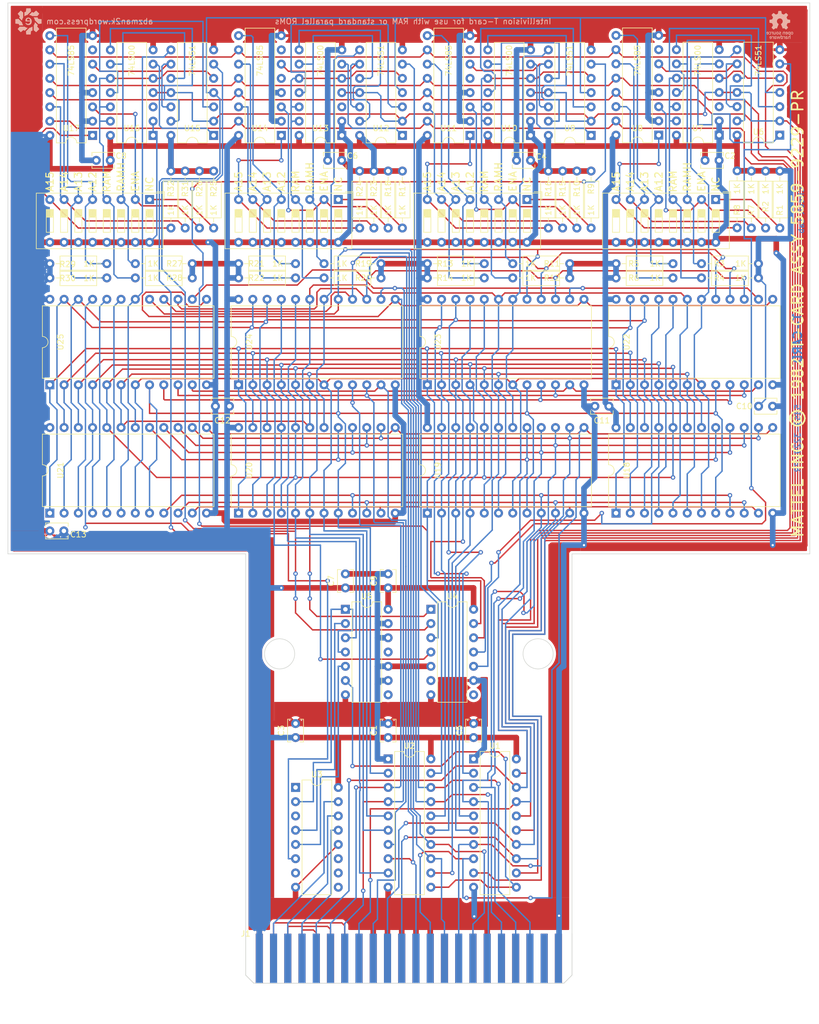
<source format=kicad_pcb>
(kicad_pcb (version 20211014) (generator pcbnew)
  (layers (0 "F.Cu" signal) (31 "B.Cu" signal) (34 "B.Paste" user) (35 "F.Paste" user) (36 "B.SilkS" user "B.Silkscreen") (37 "F.SilkS" user "F.Silkscreen") (38 "B.Mask" user) (39 "F.Mask" user) (44 "Edge.Cuts" user))
  (net 0 "")
  (net 1 "+5V")
  (net 2 "GND")
  (net 6 "d7")
  (net 8 "d8")
  (net 10 "d6")
  (net 12 "d9")
  (net 13 "d5")
  (net 15 "d10")
  (net 17 "d4")
  (net 19 "d11")
  (net 20 "d3")
  (net 21 "d12")
  (net 22 "d13")
  (net 23 "d2")
  (net 24 "d14")
  (net 26 "d1")
  (net 27 "Net-(J1-Pad32)")
  (net 28 "d0")
  (net 29 "Net-(J1-Pad34)")
  (net 30 "d15")
  (net 31 "Net-(J1-Pad36)")
  (net 32 "bdir")
  (net 33 "bc2")
  (net 34 "bc1")
  (net 35 "Net-(R1-Pad2)")
  (net 36 "/Rom Section Intellivision 1/ena")
  (net 37 "/Rom Section Intellivision 1/ramh")
  (net 38 "/Rom Section Intellivision 1/ram")
  (net 39 "Net-(R5-Pad2)")
  (net 40 "Net-(R6-Pad2)")
  (net 41 "Net-(R7-Pad2)")
  (net 42 "Net-(R8-Pad2)")
  (net 43 "Net-(R9-Pad2)")
  (net 44 "/Rom Section Intellivision 2/ena")
  (net 45 "/Rom Section Intellivision 2/ramh")
  (net 46 "/Rom Section Intellivision 2/ram")
  (net 47 "Net-(R13-Pad2)")
  (net 48 "Net-(R14-Pad2)")
  (net 49 "Net-(R15-Pad2)")
  (net 50 "Net-(R16-Pad2)")
  (net 51 "Net-(R17-Pad2)")
  (net 52 "/Rom Section Intellivision 3/ena")
  (net 53 "/Rom Section Intellivision 3/ramh")
  (net 54 "/Rom Section Intellivision 3/ram")
  (net 55 "Net-(R21-Pad2)")
  (net 56 "Net-(R22-Pad2)")
  (net 57 "Net-(R23-Pad2)")
  (net 58 "Net-(R24-Pad2)")
  (net 59 "Net-(R25-Pad2)")
  (net 60 "/Rom Section Intellivision 4/ena")
  (net 61 "/Rom Section Intellivision 4/ramh")
  (net 62 "/Rom Section Intellivision 4/ram")
  (net 63 "Net-(R29-Pad2)")
  (net 64 "Net-(R30-Pad2)")
  (net 65 "Net-(R31-Pad2)")
  (net 66 "Net-(R32-Pad2)")
  (net 67 "Net-(U1-Pad11)")
  (net 68 "a8")
  (net 69 "a12")
  (net 70 "a9")
  (net 71 "a13")
  (net 72 "a10")
  (net 73 "a14")
  (net 74 "a11")
  (net 75 "a15")
  (net 76 "a0")
  (net 77 "a4")
  (net 78 "a1")
  (net 79 "a5")
  (net 80 "a2")
  (net 81 "a6")
  (net 82 "a3")
  (net 83 "a7")
  (net 86 "Net-(U3-Pad2)")
  (net 90 "Net-(U3-Pad4)")
  (net 91 "Net-(U3-Pad5)")
  (net 92 "/Rom Section Intellivision 1/DW")
  (net 94 "/Rom Section Intellivision 4/oa (bank) inverted at 74ls04")
  (net 96 "/intellivision roms/a11_4")
  (net 97 "/Rom Section Intellivision 3/oa (bank) inverted at 74ls04")
  (net 98 "/intellivision roms/a11_1")
  (net 99 "/intellivision roms/a11_3")
  (net 100 "/Rom Section Intellivision 1/oa (bank) inverted at 74ls04")
  (net 101 "/intellivision roms/a11_2")
  (net 103 "/Rom Section Intellivision 2/oa (bank) inverted at 74ls04")
  (net 105 "/intellivision roms/DWS or BAR")
  (net 107 "Net-(U6-Pad1)")
  (net 108 "/Rom Section Intellivision 1/To ROM {slash}CE")
  (net 109 "Net-(U6-Pad12)")
  (net 110 "Net-(U6-Pad3)")
  (net 111 "Net-(U6-Pad13)")
  (net 115 "Net-(U10-Pad6)")
  (net 116 "/Rom Section Intellivision 2/To ROM {slash}CE")
  (net 117 "Net-(U11-Pad6)")
  (net 118 "Net-(U10-Pad11)")
  (net 119 "Net-(U10-Pad8)")
  (net 123 "Net-(U12-Pad1)")
  (net 124 "/Rom Section Intellivision 3/To ROM {slash}CE")
  (net 125 "Net-(U12-Pad12)")
  (net 126 "Net-(U12-Pad3)")
  (net 127 "Net-(U12-Pad13)")
  (net 131 "Net-(U15-Pad1)")
  (net 132 "/Rom Section Intellivision 4/To ROM {slash}CE")
  (net 133 "Net-(U15-Pad12)")
  (net 134 "Net-(U15-Pad3)")
  (net 135 "Net-(U15-Pad13)")
  (footprint "Resistor_THT:R_Axial_DIN0207_L6.3mm_D2.5mm_P10.16mm_Horizontal" (layer "F.Cu") (at 154.94 66.675)
    (fp_text reference "R6")
    (fp_text value "1K")
  )
  (footprint "Resistor_THT:R_Axial_DIN0207_L6.3mm_D2.5mm_P10.16mm_Horizontal" (layer "F.Cu") (at 184.15 47.625 -90)
    (fp_text reference "R1")
    (fp_text value "1K")
  )
  (footprint "Resistor_THT:R_Axial_DIN0207_L6.3mm_D2.5mm_P10.16mm_Horizontal" (layer "F.Cu") (at 181.61 47.625 -90)
    (fp_text reference "R2")
    (fp_text value "1K")
  )
  (footprint "Package_DIP:DIP-24_W15.24mm" (layer "F.Cu") (at 53.975 85.725 90)
    (fp_text reference "U25")
    (fp_text value "2732")
  )
  (footprint "Resistor_THT:R_Axial_DIN0207_L6.3mm_D2.5mm_P10.16mm_Horizontal" (layer "F.Cu") (at 113.03 66.675 180)
    (fp_text reference "R20")
    (fp_text value "1K")
  )
  (footprint "Package_DIP:DIP-14_W7.62mm" (layer "F.Cu") (at 116.84 41.275 180)
    (fp_text reference "U12")
    (fp_text value "74LS51")
  )
  (footprint "Package_DIP:DIP-14_W7.62mm" (layer "F.Cu") (at 121.92 125.73)
    (fp_text reference "U4")
    (fp_text value "74LS04")
  )
  (footprint "Package_DIP:DIP-14_W7.62mm" (layer "F.Cu") (at 139.7 41.275 180)
    (fp_text reference "U10")
    (fp_text value "74LS00")
  )
  (footprint "Resistor_THT:R_Axial_DIN0207_L6.3mm_D2.5mm_P10.16mm_Horizontal" (layer "F.Cu") (at 80.645 47.625 -90)
    (fp_text reference "R26")
    (fp_text value "1K")
  )
  (footprint "Resistor_THT:R_Axial_DIN0207_L6.3mm_D2.5mm_P10.16mm_Horizontal" (layer "F.Cu") (at 83.185 47.625 -90)
    (fp_text reference "R25")
    (fp_text value "1K")
  )
  (footprint "Capacitor_THT:C_Disc_D3.8mm_W2.6mm_P2.50mm" (layer "F.Cu") (at 170.815 45.72)
    (fp_text reference "C2")
    (fp_text value "100nF")
  )
  (footprint "Resistor_THT:R_Axial_DIN0207_L6.3mm_D2.5mm_P10.16mm_Horizontal" (layer "F.Cu") (at 53.975 66.675)
    (fp_text reference "R30")
    (fp_text value "1K")
  )
  (footprint "Resistor_THT:R_Axial_DIN0207_L6.3mm_D2.5mm_P10.16mm_Horizontal" (layer "F.Cu") (at 87.63 66.675)
    (fp_text reference "R22")
    (fp_text value "1K")
  )
  (footprint "Package_DIP:DIP-24_W15.24mm" (layer "F.Cu") (at 154.94 108.585 90)
    (fp_text reference "U18")
    (fp_text value "2732")
  )
  (footprint "Button_Switch_THT:SW_DIP_SPSTx08_Slide_9.78x22.5mm_W7.62mm_P2.54mm" (layer "F.Cu") (at 71.755 52.705 -90)
    (fp_text reference "SW4" hide)
    (fp_text value "SW_DIP_x08")
  )
  (footprint "Resistor_THT:R_Axial_DIN0207_L6.3mm_D2.5mm_P10.16mm_Horizontal" (layer "F.Cu") (at 114.3 47.625 -90)
    (fp_text reference "R18")
    (fp_text value "1K")
  )
  (footprint "Capacitor_THT:C_Disc_D3.8mm_W2.6mm_P2.50mm" (layer "F.Cu") (at 129.54 148.59 90)
    (fp_text reference "C5")
    (fp_text value "100nF")
  )
  (footprint "Package_DIP:DIP-16_W7.62mm" (layer "F.Cu") (at 162.55 41.2325 180)
    (fp_text reference "U8")
    (fp_text value "74LS85")
  )
  (footprint "Package_DIP:DIP-14_W7.62mm" (layer "F.Cu") (at 106.045 41.275 180)
    (fp_text reference "U13")
    (fp_text value "74LS00")
  )
  (footprint "Package_DIP:DIP-24_W15.24mm" (layer "F.Cu") (at 53.975 108.585 90)
    (fp_text reference "U21")
    (fp_text value "2732")
  )
  (footprint "Resistor_THT:R_Axial_DIN0207_L6.3mm_D2.5mm_P10.16mm_Horizontal" (layer "F.Cu") (at 87.63 64.135)
    (fp_text reference "R21")
    (fp_text value "1K")
  )
  (footprint "Package_DIP:DIP-14_W7.62mm" (layer "F.Cu") (at 72.39 41.275 180)
    (fp_text reference "U16")
    (fp_text value "74LS00")
  )
  (footprint "Resistor_THT:R_Axial_DIN0207_L6.3mm_D2.5mm_P10.16mm_Horizontal" (layer "F.Cu") (at 79.375 66.675 180)
    (fp_text reference "R28")
    (fp_text value "1K")
  )
  (footprint "Capacitor_THT:C_Disc_D3.8mm_W2.6mm_P2.50mm" (layer "F.Cu") (at 86 89.535 180)
    (fp_text reference "C12")
    (fp_text value "100nF")
  )
  (footprint "Capacitor_THT:C_Disc_D3.8mm_W2.6mm_P2.50mm" (layer "F.Cu") (at 153.67 89.535 180)
    (fp_text reference "C11")
    (fp_text value "100nF")
  )
  (footprint "Resistor_THT:R_Axial_DIN0207_L6.3mm_D2.5mm_P10.16mm_Horizontal" (layer "F.Cu") (at 116.84 47.625 -90)
    (fp_text reference "R17")
    (fp_text value "1K")
  )
  (footprint "Resistor_THT:R_Axial_DIN0207_L6.3mm_D2.5mm_P10.16mm_Horizontal" (layer "F.Cu") (at 180.34 64.135 180)
    (fp_text reference "R3")
    (fp_text value "1K")
  )
  (footprint "Resistor_THT:R_Axial_DIN0207_L6.3mm_D2.5mm_P10.16mm_Horizontal" (layer "F.Cu") (at 180.34 66.675 180)
    (fp_text reference "R4")
    (fp_text value "1K")
  )
  (footprint "Resistor_THT:R_Axial_DIN0207_L6.3mm_D2.5mm_P10.16mm_Horizontal" (layer "F.Cu") (at 142.875 47.625 -90)
    (fp_text reference "R16")
    (fp_text value "1K")
  )
  (footprint "Resistor_THT:R_Axial_DIN0207_L6.3mm_D2.5mm_P10.16mm_Horizontal" (layer "F.Cu") (at 121.285 66.675)
    (fp_text reference "R14")
    (fp_text value "1K")
  )
  (footprint "Resistor_THT:R_Axial_DIN0207_L6.3mm_D2.5mm_P10.16mm_Horizontal" (layer "F.Cu") (at 109.22 47.625 -90)
    (fp_text reference "R24")
    (fp_text value "1K")
  )
  (footprint "Package_DIP:DIP-24_W15.24mm" (layer "F.Cu") (at 87.63 85.725 90)
    (fp_text reference "U24")
    (fp_text value "2732")
  )
  (footprint "Package_DIP:DIP-24_W15.24mm" (layer "F.Cu") (at 154.945 85.725 90)
    (fp_text reference "U22")
    (fp_text value "2732")
  )
  (footprint "Resistor_THT:R_Axial_DIN0207_L6.3mm_D2.5mm_P10.16mm_Horizontal" (layer "F.Cu") (at 145.415 47.625 -90)
    (fp_text reference "R15")
    (fp_text value "1K")
  )
  (footprint "Capacitor_THT:C_Disc_D3.8mm_W2.6mm_P2.50mm" (layer "F.Cu") (at 97.79 148.59 90)
    (fp_text reference "C3")
    (fp_text value "100nF")
  )
  (footprint "Package_DIP:DIP-16_W7.62mm" (layer "F.Cu") (at 97.79 157.48)
    (fp_text reference "U3")
    (fp_text value "74LS42")
  )
  (footprint "Button_Switch_THT:SW_DIP_SPSTx08_Slide_9.78x22.5mm_W7.62mm_P2.54mm" (layer "F.Cu") (at 172.72 52.705 -90)
    (fp_text reference "SW1" hide)
    (fp_text value "SW_DIP_x08")
  )
  (footprint "Capacitor_THT:C_Disc_D3.8mm_W2.6mm_P2.50mm" (layer "F.Cu") (at 106.68 121.92 90)
    (fp_text reference "C7")
    (fp_text value "100nF")
  )
  (footprint "Capacitor_THT:C_Disc_D3.8mm_W2.6mm_P2.50mm" (layer "F.Cu") (at 139.7 45.72 180)
    (fp_text reference "C4")
    (fp_text value "100nF")
  )
  (footprint "Package_DIP:DIP-20_W7.62mm" (layer "F.Cu") (at 114.3 152.4)
    (fp_text reference "U2")
    (fp_text value "74LS374")
  )
  (footprint "Package_DIP:DIP-16_W7.62mm" (layer "F.Cu") (at 128.905 41.275 180)
    (fp_text reference "U11")
    (fp_text value "74LS85")
  )
  (footprint "Resistor_THT:R_Axial_DIN0207_L6.3mm_D2.5mm_P10.16mm_Horizontal" (layer "F.Cu") (at 176.53 47.5825 -90)
    (fp_text reference "R8")
    (fp_text value "1K")
  )
  (footprint "Package_DIP:DIP-20_W7.62mm" (layer "F.Cu") (at 129.54 152.4)
    (fp_text reference "U1")
    (fp_text value "74LS374")
  )
  (footprint "Resistor_THT:R_Axial_DIN0207_L6.3mm_D2.5mm_P10.16mm_Horizontal" (layer "F.Cu") (at 146.685 64.135 180)
    (fp_text reference "R11")
    (fp_text value "1K")
  )
  (footprint "Package_DIP:DIP-14_W7.62mm" (layer "F.Cu") (at 184.14 41.2375 180)
    (fp_text reference "U6")
    (fp_text value "74LS51")
  )
  (footprint "Package_DIP:DIP-24_W15.24mm" (layer "F.Cu") (at 121.285 85.725 90)
    (fp_text reference "U23")
    (fp_text value "2732")
  )
  (footprint "Capacitor_THT:C_Disc_D3.8mm_W2.6mm_P2.50mm" (layer "F.Cu") (at 114.3 148.59 90)
    (fp_text reference "C1")
    (fp_text value "100nF")
  )
  (footprint "Button_Switch_THT:SW_DIP_SPSTx08_Slide_9.78x22.5mm_W7.62mm_P2.54mm" (layer "F.Cu") (at 139.065 52.705 -90)
    (fp_text reference "SW2" hide)
    (fp_text value "SW_DIP_x08")
  )
  (footprint "Resistor_THT:R_Axial_DIN0207_L6.3mm_D2.5mm_P10.16mm_Horizontal" (layer "F.Cu") (at 113.03 64.135 180)
    (fp_text reference "R19")
    (fp_text value "1K")
  )
  (footprint "Resistor_THT:R_Axial_DIN0207_L6.3mm_D2.5mm_P10.16mm_Horizontal" (layer "F.Cu") (at 146.685 66.675 180)
    (fp_text reference "R12")
    (fp_text value "1K")
  )
  (footprint "Capacitor_THT:C_Disc_D3.8mm_W2.6mm_P2.50mm" (layer "F.Cu") (at 56.475 111.76 180)
    (fp_text reference "C13")
    (fp_text value "100nF")
  )
  (footprint "Evan's misc parts:edge mounted 44 pin card edge connector (2x22 pin)" (layer "F.Cu") (at 88.9 183.54)
    (fp_text reference "J1")
    (fp_text value "2x22 card edge connector")
    (fp_line (start 0 7.39) (end 0 0) (layer "Edge.Cuts") (width 0.12))
    (fp_line (start 0 7.39) (end 1.45 8.84) (layer "Edge.Cuts") (width 0.12))
    (fp_line (start 56.7414 8.84) (end 1.45 8.84) (layer "Edge.Cuts") (width 0.12))
    (fp_line (start 58.1914 7.39) (end 58.1914 0) (layer "Edge.Cuts") (width 0.12))
    (fp_line (start 58.1914 7.39) (end 56.7414 8.84) (layer "Edge.Cuts") (width 0.12))
  )
  (footprint "Package_DIP:DIP-24_W15.24mm" (layer "F.Cu") (at 121.285 108.585 90)
    (fp_text reference "U19")
    (fp_text value "2732")
  )
  (footprint "Capacitor_THT:C_Disc_D3.8mm_W2.6mm_P2.50mm" (layer "F.Cu") (at 180.36 89.535)
    (fp_text reference "C10")
    (fp_text value "100nF")
  )
  (footprint "Package_DIP:DIP-24_W15.24mm" (layer "F.Cu") (at 87.63 108.585 90)
    (fp_text reference "U20")
    (fp_text value "2732")
  )
  (footprint "Package_DIP:DIP-14_W7.62mm" (layer "F.Cu") (at 150.495 41.275 180)
    (fp_text reference "U9")
    (fp_text value "74LS51")
  )
  (footprint "Capacitor_THT:C_Disc_D3.8mm_W2.6mm_P2.50mm" (layer "F.Cu") (at 114.3 121.92 90)
    (fp_text reference "C9")
    (fp_text value "100nF")
  )
  (footprint "Resistor_THT:R_Axial_DIN0207_L6.3mm_D2.5mm_P10.16mm_Horizontal" (layer "F.Cu") (at 154.94 64.135)
    (fp_text reference "R5")
    (fp_text value "1K")
  )
  (footprint "Resistor_THT:R_Axial_DIN0207_L6.3mm_D2.5mm_P10.16mm_Horizontal" (layer "F.Cu") (at 150.495 47.625 -90)
    (fp_text reference "R9")
    (fp_text value "1K")
  )
  (footprint "Capacitor_THT:C_Disc_D3.8mm_W2.6mm_P2.50mm" (layer "F.Cu") (at 64.75 45.72 180)
    (fp_text reference "C8")
    (fp_text value "100nF")
  )
  (footprint "Resistor_THT:R_Axial_DIN0207_L6.3mm_D2.5mm_P10.16mm_Horizontal" (layer "F.Cu") (at 75.565 47.625 -90)
    (fp_text reference "R32")
    (fp_text value "1K")
  )
  (footprint "Resistor_THT:R_Axial_DIN0207_L6.3mm_D2.5mm_P10.16mm_Horizontal" (layer "F.Cu") (at 79.375 64.135 180)
    (fp_text reference "R27")
    (fp_text value "1K")
  )
  (footprint "Resistor_THT:R_Axial_DIN0207_L6.3mm_D2.5mm_P10.16mm_Horizontal" (layer "F.Cu") (at 111.76 47.625 -90)
    (fp_text reference "R23")
    (fp_text value "1K")
  )
  (footprint "Resistor_THT:R_Axial_DIN0207_L6.3mm_D2.5mm_P10.16mm_Horizontal" (layer "F.Cu") (at 53.975 64.135)
    (fp_text reference "R29")
    (fp_text value "1K")
  )
  (footprint "Capacitor_THT:C_Disc_D3.8mm_W2.6mm_P2.50mm" (layer "F.Cu") (at 106.025 45.72 180)
    (fp_text reference "C6")
    (fp_text value "100nF")
  )
  (footprint "Package_DIP:DIP-14_W7.62mm" (layer "F.Cu") (at 83.185 41.275 180)
    (fp_text reference "U15")
    (fp_text value "74LS51")
  )
  (footprint "Package_DIP:DIP-16_W7.62mm" (layer "F.Cu") (at 61.595 41.275 180)
    (fp_text reference "U17")
    (fp_text value "74LS85")
  )
  (footprint "Package_DIP:DIP-14_W7.62mm" (layer "F.Cu") (at 106.68 125.73)
    (fp_text reference "U5")
    (fp_text value "74LS08")
  )
  (footprint "Package_DIP:DIP-16_W7.62mm" (layer "F.Cu") (at 95.25 41.275 180)
    (fp_text reference "U14")
    (fp_text value "74LS85")
  )
  (footprint "Resistor_THT:R_Axial_DIN0207_L6.3mm_D2.5mm_P10.16mm_Horizontal" (layer "F.Cu") (at 78.105 47.625 -90)
    (fp_text reference "R31")
    (fp_text value "1K")
  )
  (footprint "Resistor_THT:R_Axial_DIN0207_L6.3mm_D2.5mm_P10.16mm_Horizontal" (layer "F.Cu") (at 121.285 64.135)
    (fp_text reference "R13")
    (fp_text value "1K")
  )
  (footprint "Resistor_THT:R_Axial_DIN0207_L6.3mm_D2.5mm_P10.16mm_Horizontal" (layer "F.Cu") (at 179.07 47.625 -90)
    (fp_text reference "R7")
    (fp_text value "1K")
  )
  (footprint "Resistor_THT:R_Axial_DIN0207_L6.3mm_D2.5mm_P10.16mm_Horizontal" (layer "F.Cu") (at 147.955 47.625 -90)
    (fp_text reference "R10")
    (fp_text value "1K")
  )
  (footprint "Button_Switch_THT:SW_DIP_SPSTx08_Slide_9.78x22.5mm_W7.62mm_P2.54mm" (layer "F.Cu") (at 105.41 52.705 -90)
    (fp_text reference "SW3" hide)
    (fp_text value "SW_DIP_x08")
  )
  (footprint "Package_DIP:DIP-14_W7.62mm" (layer "F.Cu") (at 173.335 41.2375 180)
    (fp_text reference "U7")
    (fp_text value "74LS00")
  )
  (footprint "Evan's misc parts:Evan Logo" (layer "B.Cu") (at 50.165 20.955 180)
    (fp_text reference "G***" hide)
    (fp_text value "LOGO" hide)
  )
  (footprint "Evan's misc parts:OSHW gear" (layer "B.Cu") (at 184.15 21.59 180)
    (fp_text reference "G***" hide)
    (fp_text value "LOGO" hide)
  )
  (gr_line (start 46.49 115.8562) (end 46.49 17.6716) (layer "Edge.Cuts") (width 0.1))
  (gr_line (start 189.5014 115.8562) (end 189.5014 17.6716) (layer "Edge.Cuts") (width 0.1))
  (gr_circle (center 94.94866 133.67) (end 97.63696 133.67) (layer "Edge.Cuts") (width 0.1) (fill none))
  (gr_line (start 147.0914 115.8562) (end 189.5014 115.8562) (layer "Edge.Cuts") (width 0.1))
  (gr_line (start 46.49 17.6716) (end 189.5014 17.6716) (layer "Edge.Cuts") (width 0.1))
  (gr_circle (center 141.04274 133.67) (end 143.73104 133.67) (layer "Edge.Cuts") (width 0.1) (fill none))
  (gr_line (start 88.9 183.54) (end 88.9 115.8562) (layer "Edge.Cuts") (width 0.1))
  (gr_line (start 147.0914 183.54) (end 147.0914 115.8562) (layer "Edge.Cuts") (width 0.1))
  (gr_line (start 46.49 115.8562) (end 88.9 115.8562) (layer "Edge.Cuts") (width 0.1))
  (gr_text "5859-3229-PR" (at 187.325 95.25 90) (layer "B.Cu") (effects (font (size 1 1)) (justify mirror)))
  (gr_text "T-CARD" (at 187.325 77.47 90) (layer "B.Cu") (effects (font (size 1.5 1.5) (thickness 0.3)) (justify mirror)))
  (gr_text "Circuit Lab" (at 187.96 54.61 90) (layer "B.Cu") (effects (font (size 1 1)) (justify mirror)))
  (gr_text "Intellivision T-card for use with RAM or standard parallel ROMs" (at 118.745 20.955) (layer "B.SilkS") (effects (font (size 1 1)) (justify mirror)))
  (gr_text "abzman2k.wordpress.com" (at 62.865 20.955) (layer "B.SilkS") (effects (font (size 1 1)) (justify mirror)))
  (gr_text "A12" (at 128.905 51.435 90) (layer "F.SilkS") (effects (font (size 1.3 1.3) (thickness 0.2)) (justify left)))
  (gr_text "A13" (at 59.055 51.435 90) (layer "F.SilkS") (effects (font (size 1.3 1.3) (thickness 0.2)) (justify left)))
  (gr_text "A15" (at 121.285 51.435 90) (layer "F.SilkS") (effects (font (size 1.3 1.3) (thickness 0.2)) (justify left)))
  (gr_text "NC" (at 71.755 51.435 90) (layer "F.SilkS") (effects (font (size 1.3 1.3) (thickness 0.2)) (justify left)))
  (gr_text "MATTEL INC. © 1982 T-CARD ASSY 5859-9229-PR" (at 187.325 73.025 90) (layer "F.SilkS") (effects (font (size 2 2) (thickness 0.3))))
  (gr_text "A14" (at 56.515 51.435 90) (layer "F.SilkS") (effects (font (size 1.3 1.3) (thickness 0.2)) (justify left)))
  (gr_text "A13" (at 160.02 51.435 90) (layer "F.SilkS") (effects (font (size 1.3 1.3) (thickness 0.2)) (justify left)))
  (gr_text "ENA" (at 170.18 51.435 90) (layer "F.SilkS") (effects (font (size 1.3 1.3) (thickness 0.2)) (justify left)))
  (gr_text "NC" (at 139.065 51.435 90) (layer "F.SilkS") (effects (font (size 1.3 1.3) (thickness 0.2)) (justify left)))
  (gr_text "A12" (at 95.25 51.435 90) (layer "F.SilkS") (effects (font (size 1.3 1.3) (thickness 0.2)) (justify left)))
  (gr_text "ENA" (at 69.215 51.435 90) (layer "F.SilkS") (effects (font (size 1.3 1.3) (thickness 0.2)) (justify left)))
  (gr_text "A15" (at 154.94 51.435 90) (layer "F.SilkS") (effects (font (size 1.3 1.3) (thickness 0.2)) (justify left)))
  (gr_text "A14" (at 123.825 51.435 90) (layer "F.SilkS") (effects (font (size 1.3 1.3) (thickness 0.2)) (justify left)))
  (gr_text "A15" (at 87.63 51.435 90) (layer "F.SilkS") (effects (font (size 1.3 1.3) (thickness 0.2)) (justify left)))
  (gr_text "RAM" (at 131.445 51.565 90) (layer "F.SilkS") (effects (font (size 1.3 1.3) (thickness 0.2)) (justify left)))
  (gr_text "NC" (at 105.41 51.435 90) (layer "F.SilkS") (effects (font (size 1.3 1.3) (thickness 0.2)) (justify left)))
  (gr_text "A14" (at 157.48 51.435 90) (layer "F.SilkS") (effects (font (size 1.3 1.3) (thickness 0.2)) (justify left)))
  (gr_text "RAMH" (at 66.675 51.435 90) (layer "F.SilkS") (effects (font (size 1.3 1.3) (thickness 0.2)) (justify left)))
  (gr_text "A12" (at 162.56 51.435 90) (layer "F.SilkS") (effects (font (size 1.3 1.3) (thickness 0.2)) (justify left)))
  (gr_text "RAMH" (at 100.33 51.435 90) (layer "F.SilkS") (effects (font (size 1.3 1.3) (thickness 0.2)) (justify left)))
  (gr_text "A15" (at 53.975 51.435 90) (layer "F.SilkS") (effects (font (size 1.3 1.3) (thickness 0.2)) (justify left)))
  (gr_text "ENA" (at 102.87 51.435 90) (layer "F.SilkS") (effects (font (size 1.3 1.3) (thickness 0.2)) (justify left)))
  (gr_text "RAMH" (at 167.64 51.435 90) (layer "F.SilkS") (effects (font (size 1.3 1.3) (thickness 0.2)) (justify left)))
  (gr_text "RAM" (at 97.79 51.565 90) (layer "F.SilkS") (effects (font (size 1.3 1.3) (thickness 0.2)) (justify left)))
  (gr_text "RAM" (at 64.135 51.565 90) (layer "F.SilkS") (effects (font (size 1.3 1.3) (thickness 0.2)) (justify left)))
  (gr_text "RAMH" (at 133.985 51.435 90) (layer "F.SilkS") (effects (font (size 1.3 1.3) (thickness 0.2)) (justify left)))
  (gr_text "ENA" (at 136.525 51.435 90) (layer "F.SilkS") (effects (font (size 1.3 1.3) (thickness 0.2)) (justify left)))
  (gr_text "NC" (at 172.72 51.435 90) (layer "F.SilkS") (effects (font (size 1.3 1.3) (thickness 0.2)) (justify left)))
  (gr_text "A13" (at 92.71 51.435 90) (layer "F.SilkS") (effects (font (size 1.3 1.3) (thickness 0.2)) (justify left)))
  (gr_text "A13" (at 126.365 51.435 90) (layer "F.SilkS") (effects (font (size 1.3 1.3) (thickness 0.2)) (justify left)))
  (gr_text "A14" (at 90.17 51.435 90) (layer "F.SilkS") (effects (font (size 1.3 1.3) (thickness 0.2)) (justify left)))
  (gr_text "A12" (at 61.595 51.435 90) (layer "F.SilkS") (effects (font (size 1.3 1.3) (thickness 0.2)) (justify left)))
  (gr_text "RAM" (at 165.1 51.565 90) (layer "F.SilkS") (effects (font (size 1.3 1.3) (thickness 0.2)) (justify left)))
  (segment (start 111.76 47.625) (end 109.22 47.625) (width 1) (layer "F.Cu") (net 1))
  (segment (start 142.875 47.625) (end 150.495 47.625) (width 1) (layer "F.Cu") (net 1))
  (segment (start 75.565 43.18) (end 64.77 43.18) (width 1) (layer "F.Cu") (net 1))
  (segment (start 176.52 41.2375) (end 176.52 43.17) (width 1) (layer "F.Cu") (net 1))
  (segment (start 54.204511 47.219511) (end 64.540489 47.219511) (width 1) (layer "F.Cu") (net 1))
  (segment (start 105.68 43.18) (end 98.425 43.18) (width 1) (layer "F.Cu") (net 1))
  (segment (start 87.63 41.275) (end 87.63 43.18) (width 1) (layer "F.Cu") (net 1))
  (segment (start 64.75 43.2) (end 64.75 41.295) (width 1) (layer "F.Cu") (net 1))
  (segment (start 165.715 43.14) (end 165.745 43.17) (width 1) (layer "F.Cu") (net 1))
  (segment (start 154.315 43.17) (end 154.305 43.18) (width 1) (layer "F.Cu") (net 1))
  (segment (start 107.93 47.625) (end 106.025 45.72) (width 1) (layer "F.Cu") (net 1))
  (segment (start 142.875 47.625) (end 141.605 47.625) (width 1) (layer "F.Cu") (net 1))
  (segment (start 111.76 47.625) (end 116.84 47.625) (width 1) (layer "F.Cu") (net 1))
  (segment (start 106.025 43.525) (end 105.68 43.18) (width 1) (layer "F.Cu") (net 1))
  (segment (start 121.285 41.275) (end 121.285 43.18) (width 1) (layer "F.Cu") (net 1))
  (segment (start 105.41 157.48) (end 105.41 148.59) (width 1) (layer "F.Cu") (net 1))
  (segment (start 154.93 41.2325) (end 154.93 43.15) (width 1) (layer "F.Cu") (net 1))
  (segment (start 132.08 42.545) (end 132.715 43.18) (width 1) (layer "F.Cu") (net 1))
  (segment (start 132.08 41.275) (end 132.08 42.545) (width 1) (layer "F.Cu") (net 1))
  (segment (start 154.93 43.15) (end 154.95 43.17) (width 1) (layer "F.Cu") (net 1))
  (segment (start 139.7 45.72) (end 139.7 43.2) (width 1) (layer "F.Cu") (net 1))
  (segment (start 53.975 41.275) (end 53.975 46.99) (width 1) (layer "F.Cu") (net 1))
  (segment (start 64.75 41.295) (end 64.77 41.275) (width 1) (layer "F.Cu") (net 1))
  (segment (start 176.52 47.5725) (end 176.53 47.5825) (width 1) (layer "F.Cu") (net 1))
  (segment (start 114.3 148.59) (end 121.92 148.59) (width 1) (layer "F.Cu") (net 1))
  (segment (start 170.815 45.72) (end 170.815 43.18) (width 1) (layer "F.Cu") (net 1))
  (segment (start 109.22 47.625) (end 107.93 47.625) (width 1) (layer "F.Cu") (net 1))
  (segment (start 64.77 43.18) (end 64.75 43.2) (width 1) (layer "F.Cu") (net 1))
  (segment (start 121.285 64.135) (end 113.03 64.135) (width 1) (layer "F.Cu") (net 1))
  (segment (start 170.805 43.17) (end 165.745 43.17) (width 1) (layer "F.Cu") (net 1))
  (segment (start 154.94 64.135) (end 146.685 64.135) (width 1) (layer "F.Cu") (net 1))
  (segment (start 87.63 43.18) (end 75.565 43.18) (width 1) (layer "F.Cu") (net 1))
  (segment (start 106.025 45.72) (end 106.025 43.525) (width 1) (layer "F.Cu") (net 1))
  (segment (start 129.54 121.92) (end 129.54 125.73) (width 1) (layer "F.Cu") (net 1))
  (segment (start 64.75 47.01) (end 64.75 45.72) (width 1) (layer "F.Cu") (net 1))
  (segment (start 109.22 41.275) (end 109.22 43.18) (width 1) (layer "F.Cu") (net 1))
  (segment (start 132.715 43.18) (end 121.285 43.18) (width 1) (layer "F.Cu") (net 1))
  (segment (start 75.565 43.18) (end 75.565 41.275) (width 1) (layer "F.Cu") (net 1))
  (segment (start 114.3 121.92) (end 129.54 121.92) (width 1) (layer "F.Cu") (net 1))
  (segment (start 97.79 148.59) (end 105.41 148.59) (width 1) (layer "F.Cu") (net 1))
  (segment (start 170.815 43.18) (end 170.805 43.17) (width 1) (layer "F.Cu") (net 1))
  (segment (start 121.92 148.59) (end 129.54 148.59) (width 1) (layer "F.Cu") (net 1))
  (segment (start 176.53 47.5825) (end 184.15 47.5825) (width 1) (layer "F.Cu") (net 1))
  (segment (start 176.52 43.17) (end 176.52 47.5725) (width 1) (layer "F.Cu") (net 1))
  (segment (start 121.285 43.18) (end 109.22 43.18) (width 1) (layer "F.Cu") (net 1))
  (segment (start 165.715 41.2375) (end 165.715 43.14) (width 1) (layer "F.Cu") (net 1))
  (segment (start 64.540489 47.219511) (end 64.75 47.01) (width 1) (layer "F.Cu") (net 1))
  (segment (start 98.425 43.18) (end 87.63 43.18) (width 1) (layer "F.Cu") (net 1))
  (segment (start 114.3 121.92) (end 114.3 125.73) (width 1) (layer "F.Cu") (net 1))
  (segment (start 64.75 45.72) (end 64.75 43.2) (width 1) (layer "F.Cu") (net 1))
  (segment (start 75.565 47.625) (end 83.185 47.625) (width 1) (layer "F.Cu") (net 1))
  (segment (start 165.745 43.17) (end 154.95 43.17) (width 1) (layer "F.Cu") (net 1))
  (segment (start 137.16 148.59) (end 137.16 152.4) (width 1) (layer "F.Cu") (net 1))
  (segment (start 154.305 43.18) (end 139.68 43.18) (width 1) (layer "F.Cu") (net 1))
  (segment (start 154.95 43.17) (end 154.315 43.17) (width 1) (layer "F.Cu") (net 1))
  (segment (start 87.63 64.135) (end 79.375 64.135) (width 1) (layer "F.Cu") (net 1))
  (segment (start 121.92 152.4) (end 121.92 148.59) (width 1) (layer "F.Cu") (net 1))
  (segment (start 139.68 43.18) (end 132.715 43.18) (width 1) (layer "F.Cu") (net 1))
  (segment (start 98.425 41.275) (end 98.425 43.18) (width 1) (layer "F.Cu") (net 1))
  (segment (start 139.7 43.2) (end 139.68 43.18) (width 1) (layer "F.Cu") (net 1))
  (segment (start 75.565 47.625) (end 75.565 43.18) (width 1) (layer "F.Cu") (net 1))
  (segment (start 129.54 148.59) (end 137.16 148.59) (width 1) (layer "F.Cu") (net 1))
  (segment (start 106.68 121.92) (end 114.3 121.92) (width 1) (layer "F.Cu") (net 1))
  (segment (start 176.52 43.17) (end 170.805 43.17) (width 1) (layer "F.Cu") (net 1))
  (segment (start 105.41 148.59) (end 114.3 148.59) (width 1) (layer "F.Cu") (net 1))
  (segment (start 106.68 121.92) (end 95.25 121.92) (width 1) (layer "F.Cu") (net 1))
  (segment (start 141.605 47.625) (end 139.7 45.72) (width 1) (layer "F.Cu") (net 1))
  (segment (start 53.975 46.99) (end 54.204511 47.219511) (width 1) (layer "F.Cu") (net 1))
  (segment (start 109.22 43.18) (end 105.68 43.18) (width 1) (layer "F.Cu") (net 1))
  (via (at 95.25 121.92) (size 0.8) (drill 0.4) (layers "F.Cu" "B.Cu") (net 1))
  (segment (start 153.035 64.135) (end 153.035 51.435) (width 1) (layer "B.Cu") (net 1))
  (segment (start 52.775978 66.675) (end 52.475489 66.975489) (width 1) (layer "B.Cu") (net 1))
  (segment (start 87.63 64.135) (end 85.635 64.135) (width 1) (layer "B.Cu") (net 1))
  (segment (start 154.94 90.805) (end 153.67 89.535) (width 1) (layer "B.Cu") (net 1))
  (segment (start 153.035 66.675) (end 153.035 69.85) (width 1) (layer "B.Cu") (net 1))
  (segment (start 119.785489 87.785489) (end 119.785489 70.714511) (width 1) (layer "B.Cu") (net 1))
  (segment (start 85.583551 70.626449) (end 85.583551 83.583551) (width 1) (layer "B.Cu") (net 1))
  (segment (start 121.285 66.675) (end 119.825 66.675) (width 1) (layer "B.Cu") (net 1))
  (segment (start 121.285 64.135) (end 121.285 66.675) (width 1) (layer "B.Cu") (net 1))
  (segment (start 181.61 88.285) (end 181.61 67.945) (width 0.25) (layer "B.Cu") (net 1))
  (segment (start 85.635 64.135) (end 85.583551 64.083551) (width 1) (layer "B.Cu") (net 1))
  (segment (start 119.785489 66.714511) (end 119.785489 64.285489) (width 1) (layer "B.Cu") (net 1))
  (segment (start 97.79 148.59) (end 91.44 148.59) (width 1) (layer "B.Cu") (net 1))
  (segment (start 53.975 70.485) (end 52.985 70.485) (width 1) (layer "B.Cu") (net 1))
  (segment (start 154.94 64.135) (end 154.94 66.675) (width 1) (layer "B.Cu") (net 1))
  (segment (start 121.285 64.135) (end 119.935978 64.135) (width 1) (layer "B.Cu") (net 1))
  (segment (start 52.475489 113.475489) (end 52.583551 113.583551) (width 1) (layer "B.Cu") (net 1))
  (segment (start 180.36 89.535) (end 181.61 88.285) (width 0.25) (layer "B.Cu") (net 1))
  (segment (start 119.785489 70.714511) (end 119.785489 66.714511) (width 1) (layer "B.Cu") (net 1))
  (segment (start 52.475489 69.975489) (end 52.475489 93.475489) (width 1) (layer "B.Cu") (net 1))
  (segment (start 186.055 47.625) (end 186.055 59.69) (width 1) (layer "B.Cu") (net 1))
  (segment (start 180.34 59.69) (end 180.34 64.135) (width 1) (layer "B.Cu") (net 1))
  (segment (start 153.035 88.9) (end 153.67 89.535) (width 1) (layer "B.Cu") (net 1))
  (segment (start 181.61 67.945) (end 180.34 66.675) (width 0.25) (layer "B.Cu") (net 1))
  (segment (start 154.94 66.675) (end 153.035 66.675) (width 1) (layer "B.Cu") (net 1))
  (segment (start 119.785489 64.285489) (end 119.785489 42.714511) (width 1) (layer "B.Cu") (net 1))
  (segment (start 91.44 121.92) (end 95.25 121.92) (width 1) (layer "B.Cu") (net 1))
  (segment (start 111.76 43.815) (end 109.22 41.275) (width 1) (layer "B.Cu") (net 1))
  (segment (start 91.3257 113.616402) (end 91.3257 122.0343) (width 1) (layer "B.Cu") (net 1))
  (segment (start 85.583551 43.321449) (end 85.583551 48) (width 1) (layer "B.Cu") (net 1))
  (segment (start 119.785489 42.714511) (end 121.225 41.275) (width 1) (layer "B.Cu") (net 1))
  (segment (start 153.035 69.85) (end 153.035 88.9) (width 1) (layer "B.Cu") (net 1))
  (segment (start 154.305 50.165) (end 154.305 41.8575) (width 1) (layer "B.Cu") (net 1))
  (segment (start 85.845 93.345) (end 85.583551 93.083551) (width 1) (layer "B.Cu") (net 1))
  (segment (start 87.63 41.275) (end 85.583551 43.321449) (width 1) (layer "B.Cu") (net 1))
  (segment (start 56.475 113.475) (end 56.583551 113.583551) (width 1) (layer "B.Cu") (net 1))
  (segment (start 87.63 70.485) (end 85.725 70.485) (width 1) (layer "B.Cu") (net 1))
  (segment (start 113.03 64.135) (end 113.03 66.675) (width 1) (layer "B.Cu") (net 1))
  (segment (start 85.008551 113.583551) (end 91.358551 113.583551) (width 1) (layer "B.Cu") (net 1))
  (segment (start 154.94 64.135) (end 153.035 64.135) (width 1) (layer "B.Cu") (net 1))
  (segment (start 121.285 70.485) (end 120.015 70.485) (width 1) (layer "B.Cu") (net 1))
  (segment (start 153.035 51.435) (end 154.305 50.165) (width 1) (layer "B.Cu") (net 1))
  (segment (start 79.375 64.135) (end 79.375 66.675) (width 1) (layer "B.Cu") (net 1))
  (segment (start 53.975 66.675) (end 52.775978 66.675) (width 1) (layer "B.Cu") (net 1))
  (segment (start 85.583551 93.083551) (end 85.583551 113.583551) (width 1) (layer "B.Cu") (net 1))
  (segment (start 85.583551 83.583551) (end 85.583551 93.083551) (width 1) (layer "B.Cu") (net 1))
  (segment (start 52.475489 64.024511) (end 52.475489 66.975489) (width 1) (layer "B.Cu") (net 1))
  (segment (start 75.565 47.625) (end 75.565 41.275) (width 1) (layer "B.Cu") (net 1))
  (segment (start 52.583551 113.583551) (end 57.916449 113.583551) (width 1) (layer "B.Cu") (net 1))
  (segment (start 85.008551 113.583551) (end 85.583551 113.583551) (width 1) (layer "B.Cu") (net 1))
  (segment (start 154.94 93.345) (end 154.94 90.805) (width 1) (layer "B.Cu") (net 1))
  (segment (start 91.44 148.59) (end 91.3257 148.7043) (width 1) (layer "B.Cu") (net 1))
  (segment (start 85.583551 64.083551) (end 85.583551 66.916449) (width 1) (layer "B.Cu") (net 1))
  (segment (start 52.475489 42.774511) (end 52.475489 64.024511) (width 1) (layer "B.Cu") (net 1))
  (segment (start 91.3257 122.0343) (end 91.3257 148.7043) (width 1) (layer "B.Cu") (net 1))
  (segment (start 154.305 41.8575) (end 154.93 41.2325) (width 1) (layer "B.Cu") (net 1))
  (segment (start 87.63 93.345) (end 85.845 93.345) (width 1) (layer "B.Cu") (net 1))
  (segment (start 121.285 93.345) (end 121.285 89.285) (width 1) (layer "B.Cu") (net 1))
  (segment (start 52.475489 93.475489) (end 52.475489 113.475489) (width 1) (layer "B.Cu") (net 1))
  (segment (start 52.475489 66.975489) (end 52.475489 69.975489) (width 1) (layer "B.Cu") (net 1))
  (segment (start 153.035 69.85) (end 153.035 70.485) (width 1) (layer "B.Cu") (net 1))
  (segment (start 91.3257 148.7043) (end 91.3257 187.96) (width 1) (layer "B.Cu") (net 1))
  (segment (start 56.475 111.76) (end 56.475 113.475) (width 1) (layer "B.Cu") (net 1))
  (segment (start 53.975 64.135) (end 52.585978 64.135) (width 1) (layer "B.Cu") (net 1))
  (segment (start 146.685 64.135) (end 146.685 66.675) (width 1) (layer "B.Cu") (net 1))
  (segment (start 53.975 64.135) (end 53.975 66.675) (width 1) (layer "B.Cu") (net 1))
  (segment (start 142.875 47.625) (end 142.875 41.275) (width 1) (layer "B.Cu") (net 1))
  (segment (start 52.985 70.485) (end 52.475489 69.975489) (width 1) (layer "B.Cu") (net 1))
  (segment (start 85.825 66.675) (end 85.583551 66.916449) (width 1) (layer "B.Cu") (net 1))
  (segment (start 119.825 66.675) (end 119.785489 66.714511) (width 1) (layer "B.Cu") (net 1))
  (segment (start 87.63 64.135) (end 87.63 66.675) (width 1) (layer "B.Cu") (net 1))
  (segment (start 85.583551 48) (end 85.583551 64.083551) (width 1) (layer "B.Cu") (net 1))
  (segment (start 56.583551 113.583551) (end 57.916449 113.583551) (width 1) (layer "B.Cu") (net 1))
  (segment (start 53.975 41.275) (end 52.475489 42.774511) (width 1) (layer "B.Cu") (net 1))
  (segment (start 52.605978 93.345) (end 52.475489 93.475489) (width 1) (layer "B.Cu") (net 1))
  (segment (start 121.225 41.275) (end 121.285 41.275) (width 1) (layer "B.Cu") (net 1))
  (segment (start 91.358551 113.583551) (end 91.3257 113.616402) (width 1) (layer "B.Cu") (net 1))
  (segment (start 120.015 70.485) (end 119.785489 70.714511) (width 1) (layer "B.Cu") (net 1))
  (segment (start 153.035 70.485) (end 154.945 70.485) (width 1) (layer "B.Cu") (net 1))
  (segment (start 119.935978 64.135) (end 119.785489 64.285489) (width 1) (layer "B.Cu") (net 1))
  (segment (start 153.035 64.135) (end 153.035 66.675) (width 1) (layer "B.Cu") (net 1))
  (segment (start 121.285 89.285) (end 119.785489 87.785489) (width 1) (layer "B.Cu") (net 1))
  (segment (start 184.15 47.5825) (end 186.0125 47.5825) (width 1) (layer "B.Cu") (net 1))
  (segment (start 91.3257 122.0343) (end 91.44 121.92) (width 1) (layer "B.Cu") (net 1))
  (segment (start 186.0125 47.5825) (end 186.055 47.625) (width 1) (layer "B.Cu") (net 1))
  (segment (start 52.585978 64.135) (end 52.475489 64.024511) (width 1) (layer "B.Cu") (net 1))
  (segment (start 85.725 70.485) (end 85.583551 70.626449) (width 1) (layer "B.Cu") (net 1))
  (segment (start 53.975 93.345) (end 52.605978 93.345) (width 1) (layer "B.Cu") (net 1))
  (segment (start 180.34 64.135) (end 180.34 66.675) (width 1) (layer "B.Cu") (net 1))
  (segment (start 186.055 59.69) (end 180.34 59.69) (width 1) (layer "B.Cu") (net 1))
  (segment (start 57.916449 113.583551) (end 85.008551 113.583551) (width 1) (layer "B.Cu") (net 1))
  (segment (start 85.583551 66.916449) (end 85.583551 70.626449) (width 1) (layer "B.Cu") (net 1))
  (segment (start 111.76 47.625) (end 111.76 43.815) (width 1) (layer "B.Cu") (net 1))
  (segment (start 87.63 66.675) (end 85.825 66.675) (width 1) (layer "B.Cu") (net 1))
  (segment (start 106.045 26.035) (end 106.045 19.05) (width 1) (layer "F.Cu") (net 2))
  (segment (start 97.79 175.26) (end 97.79 180.34) (width 1) (layer "F.Cu") (net 2))
  (segment (start 112.395 145.495) (end 112.99 146.09) (width 1) (layer "F.Cu") (net 2))
  (segment (start 61.595 19.05) (end 47.625 19.05) (width 1) (layer "F.Cu") (net 2))
  (segment (start 91.44 114.935) (end 91.44 121.92) (width 1) (layer "F.Cu") (net 2))
  (segment (start 91.4 146.09) (end 91.3257 146.1643) (width 1) (layer "F.Cu") (net 2))
  (segment (start 116.7257 180.6829) (end 116.9543 180.4543) (width 1) (layer "F.Cu") (net 2))
  (segment (start 173.335 19.07) (end 173.355 19.05) (width 1) (layer "F.Cu") (net 2))
  (segment (start 162.55 23.4525) (end 162.55 19.06) (width 1) (layer "F.Cu") (net 2))
  (segment (start 91.3257 180.4543) (end 91.3257 146.1643) (width 1) (layer "F.Cu") (net 2))
  (segment (start 132.6007 180.4543) (end 144.6657 180.4543) (width 1) (layer "F.Cu") (net 2))
  (segment (start 114.4143 180.4543) (end 116.9543 180.4543) (width 1) (layer "F.Cu") (net 2))
  (segment (start 188.595 19.05) (end 184.785 19.05) (width 1) (layer "F.Cu") (net 2))
  (segment (start 47.625 114.935) (end 91.44 114.935) (width 1) (layer "F.Cu") (net 2))
  (segment (start 114.3 175.26) (end 114.3 180.5686) (width 1) (layer "F.Cu") (net 2))
  (segment (start 144.6657 180.4543) (end 144.78 180.34) (width 1) (layer "F.Cu") (net 2))
  (segment (start 47.625 19.05) (end 47.625 60.325) (width 1) (layer "F.Cu") (net 2))
  (segment (start 47.625 112.395) (end 47.625 114.935) (width 1) (layer "F.Cu") (net 2))
  (segment (start 85.319511 110.084511) (end 85.09 109.855) (width 1) (layer "F.Cu") (net 2))
  (segment (start 139.7 19.05) (end 128.55 19.05) (width 1) (layer "F.Cu") (net 2))
  (segment (start 139.7 26.035) (end 139.7 19.05) (width 1) (layer "F.Cu") (net 2))
  (segment (start 97.79 146.09) (end 91.4 146.09) (width 1) (layer "F.Cu") (net 2))
  (segment (start 114.1857 187.96) (end 114.1857 180.6829) (width 1) (layer "F.Cu") (net 2))
  (segment (start 91.3257 187.96) (end 91.3257 180.4543) (width 1) (layer "F.Cu") (net 2))
  (segment (start 53.975 111.76) (end 48.26 111.76) (width 1) (layer "F.Cu") (net 2))
  (segment (start 48.26 111.76) (end 47.625 112.395) (width 1) (layer "F.Cu") (net 2))
  (segment (start 106.045 19.05) (end 95.25 19.05) (width 1) (layer "F.Cu") (net 2))
  (segment (start 129.54 146.09) (end 121.96 146.09) (width 1) (layer "F.Cu") (net 2))
  (segment (start 129.6543 180.4543) (end 132.6007 180.4543) (width 1) (layer "F.Cu") (net 2))
  (segment (start 128.905 19.405) (end 128.55 19.05) (width 1) (layer "F.Cu") (net 2))
  (segment (start 106.68 140.97) (end 106.68 146.05) (width 1) (layer "F.Cu") (net 2))
  (segment (start 116.7257 187.96) (end 116.7257 180.6829) (width 1) (layer "F.Cu") (net 2))
  (segment (start 83.185 19.05) (end 72.39 19.05) (width 1) (layer "F.Cu") (net 2))
  (segment (start 129.54 138.43) (end 131.445 138.43) (width 1) (layer "F.Cu") (net 2))
  (segment (start 172.72 60.325) (end 154.94 60.325) (width 1) (layer "F.Cu") (net 2))
  (segment (start 131.445 146.05) (end 131.405 146.09) (width 1) (layer "F.Cu") (net 2))
  (segment (start 106.68 119.42) (end 114.3 119.42) (width 1) (layer "F.Cu") (net 2))
  (segment (start 162.56 19.05) (end 150.495 19.05) (width 1) (layer "F.Cu") (net 2))
  (segment (start 91.3257 146.1643) (end 91.3257 122.0343) (width 1) (layer "F.Cu") (net 2))
  (segment (start 72.39 26.035) (end 72.39 19.05) (width 1) (layer "F.Cu") (net 2))
  (segment (start 121.92 140.97) (end 121.92 146.05) (width 1) (layer "F.Cu") (net 2))
  (segment (start 95.25 23.495) (end 95.25 19.05) (width 1) (layer "F.Cu") (net 2))
  (segment (start 121.8057 187.96) (end 121.8057 180.4543) (width 1) (layer "F.Cu") (net 2))
  (segment (start 72.39 19.05) (end 61.595 19.05) (width 1) (layer "F.Cu") (net 2))
  (segment (start 119.2657 187.96) (end 119.2657 180.4543) (width 1) (layer "F.Cu") (net 2))
  (segment (start 115.340489 110.084511) (end 85.319511 110.084511) (width 1) (layer "F.Cu") (net 2))
  (segment (start 111.6457 187.96) (end 111.6457 180.4543) (width 1) (layer "F.Cu") (net 2))
  (segment (start 97.6757 180.4543) (end 111.6457 180.4543) (width 1) (layer "F.Cu") (net 2))
  (segment (start 149.225 114.3) (end 143.51 114.3) (width 1) (layer "F.Cu") (net 2))
  (segment (start 121.8057 180.4543) (end 129.6543 180.4543) (width 1) (layer "F.Cu") (net 2))
  (segment (start 114.3 135.89) (end 112.395 135.89) (width 1) (layer "F.Cu") (net 2))
  (segment (start 106.68 146.05) (end 106.72 146.09) (width 1) (layer "F.Cu") (net 2))
  (segment (start 121.96 146.09) (end 114.3 146.09) (width 1) (layer "F.Cu") (net 2))
  (segment (start 91.3257 180.4543) (end 97.6757 180.4543) (width 1) (layer "F.Cu") (net 2))
  (segment (start 128.55 19.05) (end 116.84 19.05) (width 1) (layer "F.Cu") (net 2))
  (segment (start 173.355 19.05) (end 162.56 19.05) (width 1) (layer "F.Cu") (net 2))
  (segment (start 173.335 25.9975) (end 173.335 19.07) (width 1) (layer "F.Cu") (net 2))
  (segment (start 114.3 180.5686) (end 114.1857 180.6829) (width 1) (layer "F.Cu") (net 2))
  (segment (start 184.14 19.695) (end 184.785 19.05) (width 1) (layer "F.Cu") (net 2))
  (segment (start 183.515 59.69) (end 183.513469 59.691531) (width 1) (layer "F.Cu") (net 2))
  (segment (start 106.72 146.09) (end 97.79 146.09) (width 1) (layer "F.Cu") (net 2))
  (segment (start 85.09 109.855) (end 85.09 108.585) (width 1) (layer "F.Cu") (net 2))
  (segment (start 154.94 60.325) (end 139.065 60.325) (width 1) (layer "F.Cu") (net 2))
  (segment (start 115.57 109.855) (end 115.340489 110.084511) (width 1) (layer "F.Cu") (net 2))
  (segment (start 184.14 25.9975) (end 184.14 19.695) (width 1) (layer "F.Cu") (net 2))
  (segment (start 121.285 60.325) (end 105.41 60.325) (width 1) (layer "F.Cu") (net 2))
  (segment (start 183.513469 59.691531) (end 172.72 59.691531) (width 1) (layer "F.Cu") (net 2))
  (segment (start 116.9543 180.4543) (end 119.2657 180.4543) (width 1) (layer "F.Cu") (net 2))
  (segment (start 85.09 108.585) (end 81.915 108.585) (width 1) (layer "F.Cu") (net 2))
  (segment (start 97.79 180.34) (end 97.6757 180.4543) (width 1) (layer "F.Cu") (net 2))
  (segment (start 83.185 26.035) (end 83.185 19.05) (width 1) (layer "F.Cu") (net 2))
  (segment (start 112.395 135.89) (end 112.395 145.495) (width 1) (layer "F.Cu") (net 2))
  (segment (start 114.1857 180.6829) (end 114.4143 180.4543) (width 1) (layer "F.Cu") (net 2))
  (segment (start 53.975 60.325) (end 47.625 60.325) (width 1) (layer "F.Cu") (net 2))
  (segment (start 131.9657 181.0893) (end 132.6007 180.4543) (width 1) (layer "F.Cu") (net 2))
  (segment (start 121.92 146.05) (end 121.96 146.09) (width 1) (layer "F.Cu") (net 2))
  (segment (start 128.905 23.495) (end 128.905 19.405) (width 1) (layer "F.Cu") (net 2))
  (segment (start 150.495 26.035) (end 150.495 19.05) (width 1) (layer "F.Cu") (net 2))
  (segment (start 114.3 135.89) (end 121.92 135.89) (width 1) (layer "F.Cu") (net 2))
  (segment (start 131.9657 187.96) (end 131.9657 181.0893) (width 1) (layer "F.Cu") (net 2))
  (segment (start 91.3257 122.0343) (end 91.44 121.92) (width 1) (layer "F.Cu") (net 2))
  (segment (start 116.84 19.05) (end 106.045 19.05) (width 1) (layer "F.Cu") (net 2))
  (segment (start 188.595 114.3) (end 188.595 19.05) (width 1) (layer "F.Cu") (net 2))
  (segment (start 139.065 60.325) (end 121.285 60.325) (width 1) (layer "F.Cu") (net 2))
  (segment (start 131.405 146.09) (end 129.54 146.09) (width 1) (layer "F.Cu") (net 2))
  (segment (start 119.2657 180.4543) (end 121.8057 180.4543) (width 1) (layer "F.Cu") (net 2))
  (segment (start 183.515 62.23) (end 183.515 59.69) (width 1) (layer "F.Cu") (net 2))
  (segment (start 114.3 146.09) (end 112.99 146.09) (width 1) (layer "F.Cu") (net 2))
  (segment (start 47.625 60.325) (end 47.625 112.395) (width 1) (layer "F.Cu") (net 2))
  (segment (start 172.72 59.691531) (end 172.72 60.325) (width 1) (layer "F.Cu") (net 2))
  (segment (start 150.495 19.05) (end 139.7 19.05) (width 1) (layer "F.Cu") (net 2))
  (segment (start 82.175 60.325) (end 53.975 60.325) (width 1) (layer "F.Cu") (net 2))
  (segment (start 131.445 138.43) (end 131.445 146.05) (width 1) (layer "F.Cu") (net 2))
  (segment (start 182.88 114.3) (end 188.595 114.3) (width 1) (layer "F.Cu") (net 2))
  (segment (start 184.785 19.05) (end 173.355 19.05) (width 1) (layer "F.Cu") (net 2))
  (segment (start 95.25 19.05) (end 83.185 19.05) (width 1) (layer "F.Cu") (net 2))
  (segment (start 112.99 146.09) (end 106.72 146.09) (width 1) (layer "F.Cu") (net 2))
  (segment (start 105.41 167.64) (end 97.79 175.26) (width 0.25) (layer "F.Cu") (net 2))
  (segment (start 111.6457 180.4543) (end 114.4143 180.4543) (width 1) (layer "F.Cu") (net 2))
  (segment (start 105.41 60.325) (end 82.175 60.325) (width 1) (layer "F.Cu") (net 2))
  (segment (start 162.55 19.06) (end 162.56 19.05) (width 1) (layer "F.Cu") (net 2))
  (segment (start 61.595 23.495) (end 61.595 19.05) (width 1) (layer "F.Cu") (net 2))
  (segment (start 116.84 26.035) (end 116.84 19.05) (width 1) (layer "F.Cu") (net 2))
  (segment (start 115.57 108.585) (end 115.57 109.855) (width 1) (layer "F.Cu") (net 2))
  (segment (start 149.225 114.3) (end 182.88 114.3) (width 1) (layer "F.Cu") (net 2))
  (via (at 129.6543 180.4543) (size 0.8) (drill 0.4) (layers "F.Cu" "B.Cu") (net 2))
  (via (at 182.88 114.3) (size 0.8) (drill 0.4) (layers "F.Cu" "B.Cu") (net 2))
  (via (at 149.225 114.3) (size 0.8) (drill 0.4) (layers "F.Cu" "B.Cu") (net 2))
  (via (at 82.175 60.325) (size 0.8) (drill 0.4) (layers "F.Cu" "B.Cu") (net 2))
  (via (at 183.515 62.23) (size 0.8) (drill 0.4) (layers "F.Cu" "B.Cu") (net 2))
  (via (at 144.78 180.34) (size 0.8) (drill 0.4) (layers "F.Cu" "B.Cu") (net 2))
  (segment (start 112.395 152.4) (end 114.3 152.4) (width 1) (layer "B.Cu") (net 2))
  (segment (start 93.5 34) (end 93.5 38.5) (width 1) (layer "B.Cu") (net 2))
  (segment (start 93.845 33.655) (end 93.5 34) (width 1) (layer "B.Cu") (net 2))
  (segment (start 144.78 136.525) (end 144.78 180.34) (width 1) (layer "B.Cu") (net 2))
  (segment (start 113.03 138.43) (end 112.395 139.065) (width 1) (layer "B.Cu") (net 2))
  (segment (start 117.069511 92.723881) (end 117.069511 108.430489) (width 1) (layer "B.Cu") (net 2))
  (segment (start 173.315 50.300978) (end 173.315 45.72) (width 1) (layer "B.Cu") (net 2))
  (segment (start 162.55 38.6925) (end 161.2475 38.6925) (width 1) (layer "B.Cu") (net 2))
  (segment (start 140.564511 58.825489) (end 139.065 60.325) (width 1) (layer "B.Cu") (net 2))
  (segment (start 83.415 108.585) (end 81.915 108.585) (width 1) (layer "B.Cu") (net 2))
  (segment (start 114.3 119.42) (end 112.435 119.42) (width 1) (layer "B.Cu") (net 2))
  (segment (start 184.785 85.725) (end 184.785 63.5) (width 1) (layer "B.Cu") (net 2))
  (segment (start 162.55 33.6125) (end 160.6975 33.6125) (width 1) (layer "B.Cu") (net 2))
  (segment (start 139.7 38.735) (end 139.7 41.275) (width 1) (layer "B.Cu") (net 2))
  (segment (start 93.5 23.5) (end 93.5 34) (width 1) (layer "B.Cu") (net 2))
  (segment (start 174.625 57.15) (end 174.625 51.610978) (width 1) (layer "B.Cu") (net 2))
  (segment (start 160.655 33.655) (end 160.655 38.1) (width 1) (layer "B.Cu") (net 2))
  (segment (start 149.5425 89.8525) (end 151.13 91.44) (width 1) (layer "B.Cu") (net 2))
  (segment (start 140.564511 47.814859) (end 140.564511 58.825489) (width 1) (layer "B.Cu") (net 2))
  (segment (start 59.69 23.495) (end 61.595 23.495) (width 1) (layer "B.Cu") (net 2))
  (segment (start 161.2475 38.6925) (end 160.655 38.1) (width 1) (layer "B.Cu") (net 2))
  (segment (start 128.905 33.655) (end 127 33.655) (width 1) (layer "B.Cu") (net 2))
  (segment (start 83.5 108.5) (end 83.415 108.585) (width 1) (layer "B.Cu") (net 2))
  (segment (start 172.72 60.325) (end 172.72 59.055) (width 1) (layer "B.Cu") (net 2))
  (segment (start 145.60452 135.89) (end 145.415 135.89) (width 1) (layer "B.Cu") (net 2))
  (segment (start 106.045 38.735) (end 106.045 41.275) (width 1) (layer "B.Cu") (net 2))
  (segment (start 83.5 61) (end 83.5 85.5) (width 1) (layer "B.Cu") (net 2))
  (segment (start 114.3 130.81) (end 112.395 130.81) (width 1) (layer "B.Cu") (net 2))
  (segment (start 103.545 26.035) (end 106.045 26.035) (width 1) (layer "B.Cu") (net 2))
  (segment (start 127 23.495) (end 128.905 23.495) (width 1) (layer "B.Cu") (net 2))
  (segment (start 61.595 38.735) (end 59.69 38.735) (width 1) (layer "B.Cu") (net 2))
  (segment (start 151.13 102.235) (end 149.225 104.14) (width 1) (layer "B.Cu") (net 2))
  (segment (start 149.225 114.3) (end 145.60452 114.3) (width 1) (layer "B.Cu") (net 2))
  (segment (start 112.435 119.42) (end 112.395 119.46) (width 1) (layer "B.Cu") (net 2))
  (segment (start 149.225 104.14) (end 149.225 114.3) (width 1) (layer "B.Cu") (net 2))
  (segment (start 95.25 33.655) (end 93.845 33.655) (width 1) (layer "B.Cu") (net 2))
  (segment (start 145.415 135.89) (end 144.78 136.525) (width 1) (layer "B.Cu") (net 2))
  (segment (start 131.445 138.43) (end 129.54 138.43) (width 1) (layer "B.Cu") (net 2))
  (segment (start 173.335 41.2375) (end 173.335 45.7) (width 1) (layer "B.Cu") (net 2))
  (segment (start 141.497185 43.072185) (end 141.497185 46.882185) (width 1) (layer "B.Cu") (net 2))
  (segment (start 151.13 91.44) (end 151.13 102.235) (width 1) (layer "B.Cu") (net 2))
  (segment (start 103.525 45.72) (end 103.525 26.055) (width 1) (layer "B.Cu") (net 2))
  (segment (start 137.2 26.075) (end 137.2 45.72) (width 1) (layer "B.Cu") (net 2))
  (segment (start 117.069511 108.430489) (end 116.915 108.585) (width 1) (layer "B.Cu") (net 2))
  (segment (start 144.78 187.8457) (end 144.6657 187.96) (width 1) (layer "B.Cu") (net 2))
  (segment (start 173.335 38.6975) (end 173.335 41.2375) (width 1) (layer "B.Cu") (net 2))
  (segment (start 182.88 114.3) (end 182.88 108.585) (width 1) (layer "B.Cu") (net 2))
  (segment (start 112.395 146.05) (end 112.395 152.4) (width 1) (layer "B.Cu") (net 2))
  (segment (start 115.57 91.22437) (end 117.069511 92.723881) (width 1) (layer "B.Cu") (net 2))
  (segment (start 107.524511 58.210489) (end 105.41 60.325) (width 1) (layer "B.Cu") (net 2))
  (segment (start 129.6543 175.3743) (end 129.54 175.26) (width 1) (layer "B.Cu") (net 2))
  (segment (start 115.57 85.725) (end 115.57 91.22437) (width 1) (layer "B.Cu") (net 2))
  (segment (start 131.445 150.495) (end 131.445 138.43) (width 1) (layer "B.Cu") (net 2))
  (segment (start 129.54 152.4) (end 131.445 150.495) (width 1) (layer "B.Cu") (net 2))
  (segment (start 182.88 108.585) (end 184.785 108.585) (width 1) (layer "B.Cu") (net 2))
  (segment (start 116.915 108.585) (end 115.57 108.585) (width 1) (layer "B.Cu") (net 2))
  (segment (start 162.55 23.4525) (end 160.6975 23.4525) (width 1) (layer "B.Cu") (net 2))
  (segment (start 182.86 89.535) (end 184.785 89.535) (width 1) (layer "B.Cu") (net 2))
  (segment (start 82.825 60.325) (end 83.5 61) (width 1) (layer "B.Cu") (net 2))
  (segment (start 149.225 85.725) (end 149.225 89.535) (width 1) (layer "B.Cu") (net 2))
  (segment (start 145.60452 114.3) (end 145.60452 135.89) (width 1) (layer "B.Cu") (net 2))
  (segment (start 107.524511 42.754511) (end 107.524511 58.210489) (width 1) (layer "B.Cu") (net 2))
  (segment (start 149.86 89.535) (end 149.5425 89.8525) (width 1) (layer "B.Cu") (net 2))
  (segment (start 59.69 45.72) (end 59.69 38.735) (width 1) (layer "B.Cu") (net 2))
  (segment (start 114.3 138.43) (end 113.03 138.43) (width 1) (layer "B.Cu") (net 2))
  (segment (start 112.395 130.81) (end 112.395 135.89) (width 1) (layer "B.Cu") (net 2))
  (segment (start 93.735 38.735) (end 95.25 38.735) (width 1) (layer "B.Cu") (net 2))
  (segment (start 112.435 146.09) (end 112.395 146.05) (width 1) (layer "B.Cu") (net 2))
  (segment (start 93.505 23.495) (end 93.5 23.5) (width 1) (layer "B.Cu") (net 2))
  (segment (start 160.6975 23.4525) (end 160.655 23.495) (width 1) (layer "B.Cu") (net 2))
  (segment (start 127 38.735) (end 127 33.655) (width 1) (layer "B.Cu") (net 2))
  (segment (start 83.5 85.5) (end 83.5 89.535) (width 1) (layer "B.Cu") (net 2))
  (segment (start 59.69 33.655) (end 59.69 23.495) (width 1) (layer "B.Cu") (net 2))
  (segment (start 73.05048 59.02952) (end 71.755 60.325) (width 0.25) (layer "B.Cu") (net 2))
  (segment (start 144.78 180.34) (end 144.78 187.8457) (width 1) (layer "B.Cu") (net 2))
  (segment (start 160.655 23.495) (end 160.655 33.655) (width 1) (layer "B.Cu") (net 2))
  (segment (start 139.7 26.035) (end 137.24 26.035) (width 1) (layer "B.Cu") (net 2))
  (segment (start 112.395 139.065) (end 112.395 146.05) (width 1) (layer "B.Cu") (net 2))
  (segment (start 61.595 33.655) (end 59.69 33.655) (width 1) (layer "B.Cu") (net 2))
  (segment (start 184.785 63.5) (end 183.515 62.23) (width 1) (layer "B.Cu") (net 2))
  (segment (start 103.525 26.055) (end 103.545 26.035) (width 1) (layer "B.Cu") (net 2))
  (segment (start 151.17 89.535) (end 149.86 89.535) (width 1) (layer "B.Cu") (net 2))
  (segment (start 72.39 38.735) (end 72.39 41.275) (width 0.25) (layer "B.Cu") (net 2))
  (segment (start 112.395 135.89) (end 112.395 139.065) (width 1) (layer "B.Cu") (net 2))
  (segment (start 106.045 41.275) (end 107.524511 42.754511) (width 1) (layer "B.Cu") (net 2))
  (segment (start 114.3 146.09) (end 112.435 146.09) (width 1) (layer "B.Cu") (net 2))
  (segment (start 81.915 85.725) (end 83.275 85.725) (width 1) (layer "B.Cu") (net 2))
  (segment (start 62.25 45.72) (end 59.69 45.72) (width 1) (layer "B.Cu") (net 2))
  (segment (start 127 33.655) (end 127 23.495) (width 1) (layer "B.Cu") (net 2))
  (segment (start 83.5 89.535) (end 83.5 108.5) (width 1) (layer "B.Cu") (net 2))
  (segment (start 112.395 119.46) (end 112.395 128.27) (width 1) (layer "B.Cu") (net 2))
  (segment (start 128.905 38.735) (end 127 38.735) (width 1) (layer "B.Cu") (net 2))
  (segment (start 129.6543 180.4543) (end 129.6543 175.3743) (width 1) (layer "B.Cu") (net 2))
  (segment (start 184.785 108.585) (end 184.785 89.535) (width 1) (layer "B.Cu") (net 2))
  (segment (start 173.335 45.7) (end 173.315 45.72) (width 1) (layer "B.Cu") (net 2))
  (segment (start 83.275 85.725) (end 83.5 85.5) (width 1) (layer "B.Cu") (net 2))
  (segment (start 72.39 41.275) (end 73.05048 41.93548) (width 0.25) (layer "B.Cu") (net 2))
  (segment (start 93.5 38.5) (end 93.735 38.735) (width 1) (layer "B.Cu") (net 2))
  (segment (start 172.72 59.055) (end 174.625 57.15) (width 1) (layer "B.Cu") (net 2))
  (segment (start 95.25 23.495) (end 93.505 23.495) (width 1) (layer "B.Cu") (net 2))
  (segment (start 82.175 60.325) (end 82.825 60.325) (width 1) (layer "B.Cu") (net 2))
  (segment (start 182.885 85.725) (end 184.785 85.725) (width 1) (layer "B.Cu") (net 2))
  (segment (start 73.05048 41.93548) (end 73.05048 59.02952) (width 0.25) (layer "B.Cu") (net 2))
  (segment (start 114.3 128.27) (end 112.395 128.27) (width 1) (layer "B.Cu") (net 2))
  (segment (start 114.3 135.89) (end 112.395 135.89) (width 1) (layer "B.Cu") (net 2))
  (segment (start 149.225 89.535) (end 149.5425 89.8525) (width 1) (layer "B.Cu") (net 2))
  (segment (start 141.497185 46.882185) (end 140.564511 47.814859) (width 1) (layer "B.Cu") (net 2))
  (segment (start 112.395 128.27) (end 112.395 130.81) (width 1) (layer "B.Cu") (net 2))
  (segment (start 139.7 41.275) (end 141.497185 43.072185) (width 1) (layer "B.Cu") (net 2))
  (segment (start 59.69 38.735) (end 59.69 33.655) (width 1) (layer "B.Cu") (net 2))
  (segment (start 184.785 89.535) (end 184.785 85.725) (width 1) (layer "B.Cu") (net 2))
  (segment (start 160.6975 33.6125) (end 160.655 33.655) (width 1) (layer "B.Cu") (net 2))
  (segment (start 174.625 51.610978) (end 173.315 50.300978) (width 1) (layer "B.Cu") (net 2))
  (segment (start 137.24 26.035) (end 137.2 26.075) (width 1) (layer "B.Cu") (net 2))
  (segment (start 174 63) (end 172.6575 61.6575) (width 0.25) (layer "F.Cu") (net 6))
  (segment (start 105.41 72.39) (end 105.41 70.485) (width 0.25) (layer "F.Cu") (net 6))
  (segment (start 74.37356 73.10356) (end 104.69644 73.10356) (width 0.25) (layer "F.Cu") (net 6))
  (segment (start 124.46 157.48) (end 125.73 156.21) (width 0.25) (layer "F.Cu") (net 6))
  (segment (start 140.97 61.595) (end 140.97 62.865) (width 0.25) (layer "F.Cu") (net 6))
  (segment (start 172.595 61.595) (end 172.6575 61.6575) (width 0.25) (layer "F.Cu") (net 6))
  (segment (start 106.68 61.595) (end 140.97 61.595) (width 0.25) (layer "F.Cu") (net 6))
  (segment (start 125.73 156.21) (end 133.35 156.21) (width 0.25) (layer "F.Cu") (net 6))
  (segment (start 104.69644 73.10356) (end 105.41 72.39) (width 0.25) (layer "F.Cu") (net 6))
  (segment (start 133.35 156.21) (end 133.985 156.845) (width 0.25) (layer "F.Cu") (net 6))
  (segment (start 121.92 157.48) (end 124.46 157.48) (width 0.25) (layer "F.Cu") (net 6))
  (segment (start 71.755 70.485) (end 74.37356 73.10356) (width 0.25) (layer "F.Cu") (net 6))
  (segment (start 140.97 61.595) (end 172.595 61.595) (width 0.25) (layer "F.Cu") (net 6))
  (via (at 133.985 156.845) (size 0.8) (drill 0.4) (layers "F.Cu" "B.Cu") (net 6))
  (via (at 106.68 61.595) (size 0.8) (drill 0.4) (layers "F.Cu" "B.Cu") (net 6))
  (via (at 174 63) (size 0.8) (drill 0.4) (layers "F.Cu" "B.Cu") (net 6))
  (via (at 140.97 62.865) (size 0.8) (drill 0.4) (layers "F.Cu" "B.Cu") (net 6))
  (segment (start 106.68 61.595) (end 118.11 61.595) (width 0.25) (layer "B.Cu") (net 6))
  (segment (start 105.41 62.865) (end 106.68 61.595) (width 0.25) (layer "B.Cu") (net 6))
  (segment (start 133.985 175.895) (end 133.985 156.845) (width 0.25) (layer "B.Cu") (net 6))
  (segment (start 172.725 70.485) (end 172.725 64.275) (width 0.25) (layer "B.Cu") (net 6))
  (segment (start 139.5857 187.96) (end 139.5857 181.4957) (width 0.25) (layer "B.Cu") (net 6))
  (segment (start 118.511449 61.996449) (end 118.511449 88.313215) (width 0.25) (layer "B.Cu") (net 6))
  (segment (start 118.511449 88.313215) (end 119.710969 89.512735) (width 0.25) (layer "B.Cu") (net 6))
  (segment (start 118.11 61.595) (end 118.511449 61.996449) (width 0.25) (layer "B.Cu") (net 6))
  (segment (start 105.41 70.485) (end 105.41 62.865) (width 0.25) (layer "B.Cu") (net 6))
  (segment (start 119.710969 89.512735) (end 119.710969 157.48) (width 0.25) (layer "B.Cu") (net 6))
  (segment (start 139.065 64.77) (end 139.065 70.485) (width 0.25) (layer "B.Cu") (net 6))
  (segment (start 119.710969 157.48) (end 121.92 157.48) (width 0.25) (layer "B.Cu") (net 6))
  (segment (start 172.725 64.275) (end 174 63) (width 0.25) (layer "B.Cu") (net 6))
  (segment (start 140.97 62.865) (end 139.065 64.77) (width 0.25) (layer "B.Cu") (net 6))
  (segment (start 139.5857 181.4957) (end 133.985 175.895) (width 0.25) (layer "B.Cu") (net 6))
  (segment (start 137.795 123.825) (end 133.985 123.825) (width 0.25) (layer "F.Cu") (net 8))
  (segment (start 107.95 105.41) (end 77.47 105.41) (width 0.25) (layer "F.Cu") (net 8))
  (segment (start 141.605 105.41) (end 107.95 105.41) (width 0.25) (layer "F.Cu") (net 8))
  (segment (start 77.47 105.41) (end 74.295 108.585) (width 0.25) (layer "F.Cu") (net 8))
  (segment (start 175.26 105.41) (end 141.605 105.41) (width 0.25) (layer "F.Cu") (net 8))
  (via (at 107.95 105.41) (size 0.8) (drill 0.4) (layers "F.Cu" "B.Cu") (net 8))
  (via (at 141.605 105.41) (size 0.8) (drill 0.4) (layers "F.Cu" "B.Cu") (net 8))
  (via (at 175.26 105.41) (size 0.8) (drill 0.4) (layers "F.Cu" "B.Cu") (net 8))
  (via (at 137.795 123.825) (size 0.8) (drill 0.4) (layers "F.Cu" "B.Cu") (net 8))
  (via (at 133.985 123.825) (size 0.8) (drill 0.4) (layers "F.Cu" "B.Cu") (net 8))
  (segment (start 139.065 113.662128) (end 139.065 122.555) (width 0.25) (layer "B.Cu") (net 8))
  (segment (start 175.26 108.585) (end 175.26 105.41) (width 0.25) (layer "B.Cu") (net 8))
  (segment (start 141.605 111.122128) (end 139.065 113.662128) (width 0.25) (layer "B.Cu") (net 8))
  (segment (start 137.0457 187.96) (end 137.0457 181.4957) (width 0.25) (layer "B.Cu") (net 8))
  (segment (start 133.35 154.94) (end 133.35 151.13) (width 0.25) (layer "B.Cu") (net 8))
  (segment (start 133.35 177.8) (end 133.35 157.48) (width 0.25) (layer "B.Cu") (net 8))
  (segment (start 132.715 157.48) (end 132.715 155.575) (width 0.25) (layer "B.Cu") (net 8))
  (segment (start 132.715 155.575) (end 133.35 154.94) (width 0.25) (layer "B.Cu") (net 8))
  (segment (start 141.605 108.585) (end 141.605 111.122128) (width 0.25) (layer "B.Cu") (net 8))
  (segment (start 137.0457 181.4957) (end 133.35 177.8) (width 0.25) (layer "B.Cu") (net 8))
  (segment (start 133.16452 124.64548) (end 133.985 123.825) (width 0.25) (layer "B.Cu") (net 8))
  (segment (start 132.715 157.48) (end 129.54 157.48) (width 0.25) (layer "B.Cu") (net 8))
  (segment (start 133.16452 150.94452) (end 133.16452 124.64548) (width 0.25) (layer "B.Cu") (net 8))
  (segment (start 133.35 157.48) (end 132.715 157.48) (width 0.25) (layer "B.Cu") (net 8))
  (segment (start 107.95 105.41) (end 107.95 108.585) (width 0.25) (layer "B.Cu") (net 8))
  (segment (start 139.065 122.555) (end 137.795 123.825) (width 0.25) (layer "B.Cu") (net 8))
  (segment (start 141.605 105.41) (end 141.605 108.585) (width 0.25) (layer "B.Cu") (net 8))
  (segment (start 133.35 151.13) (end 133.16452 150.94452) (width 0.25) (layer "B.Cu") (net 8))
  (segment (start 142.5 65) (end 145.27 62.23) (width 0.25) (layer "F.Cu") (net 10))
  (segment (start 141 65) (end 142.5 65) (width 0.25) (layer "F.Cu") (net 10))
  (segment (start 121.92 160.02) (end 124.46 160.02) (width 0.25) (layer "F.Cu") (net 10))
  (segment (start 104.14 69.85) (end 104.775 69.215) (width 0.25) (layer "F.Cu") (net 10))
  (segment (start 103.24096 72.65404) (end 104.14 71.755) (width 0.25) (layer "F.Cu") (net 10))
  (segment (start 108 64) (end 108.989511 63.010489) (width 0.25) (layer "F.Cu") (net 10))
  (segment (start 104.14 71.755) (end 104.14 69.85) (width 0.25) (layer "F.Cu") (net 10))
  (segment (start 76.46404 72.65404) (end 103.24096 72.65404) (width 0.25) (layer "F.Cu") (net 10))
  (segment (start 125.73 158.75) (end 132.08 158.75) (width 0.25) (layer "F.Cu") (net 10))
  (segment (start 124.46 160.02) (end 125.73 158.75) (width 0.25) (layer "F.Cu") (net 10))
  (segment (start 171.73 62.23) (end 174.5 65) (width 0.25) (layer "F.Cu") (net 10))
  (segment (start 174.5 65) (end 176 65) (width 0.25) (layer "F.Cu") (net 10))
  (segment (start 139.010489 63.010489) (end 141 65) (width 0.25) (layer "F.Cu") (net 10))
  (segment (start 104.775 69.215) (end 106.68 69.215) (width 0.25) (layer "F.Cu") (net 10))
  (segment (start 74.295 70.485) (end 76.46404 72.65404) (width 0.25) (layer "F.Cu") (net 10))
  (segment (start 145.27 62.23) (end 171.73 62.23) (width 0.25) (layer "F.Cu") (net 10))
  (segment (start 106.68 69.215) (end 107.95 70.485) (width 0.25) (layer "F.Cu") (net 10))
  (segment (start 108.989511 63.010489) (end 139.010489 63.010489) (width 0.25) (layer "F.Cu") (net 10))
  (via (at 132.08 158.75) (size 0.8) (drill 0.4) (layers "F.Cu" "B.Cu") (net 10))
  (via (at 142.5 65) (size 0.8) (drill 0.4) (layers "F.Cu" "B.Cu") (net 10))
  (via (at 108 64) (size 0.8) (drill 0.4) (layers "F.Cu" "B.Cu") (net 10))
  (via (at 176 65) (size 0.8) (drill 0.4) (layers "F.Cu" "B.Cu") (net 10))
  (segment (start 132.715 158.75) (end 132.715 179.705) (width 0.25) (layer "B.Cu") (net 10))
  (segment (start 133.35 180.34) (end 134.5057 181.4957) (width 0.25) (layer "B.Cu") (net 10))
  (segment (start 108 64) (end 109.77 62.23) (width 0.25) (layer "B.Cu") (net 10))
  (segment (start 107.95 64.05) (end 108 64) (width 0.25) (layer "B.Cu") (net 10))
  (segment (start 119.38 160.02) (end 121.92 160.02) (width 0.25) (layer "B.Cu") (net 10))
  (segment (start 107.95 70.485) (end 107.95 68.45) (width 0.25) (layer "B.Cu") (net 10))
  (segment (start 141.605 70.485) (end 141.605 65.895) (width 0.25) (layer "B.Cu") (net 10))
  (segment (start 118.061929 88.499412) (end 119.261449 89.698932) (width 0.25) (layer "B.Cu") (net 10))
  (segment (start 175.265 70.485) (end 175.265 65.735) (width 0.25) (layer "B.Cu") (net 10))
  (segment (start 132.715 179.705) (end 133.35 180.34) (width 0.25) (layer "B.Cu") (net 10))
  (segment (start 107.95 68.45) (end 107.95 64.05) (width 0.25) (layer "B.Cu") (net 10))
  (segment (start 119.261449 159.901449) (end 119.38 160.02) (width 0.25) (layer "B.Cu") (net 10))
  (segment (start 132.08 158.75) (end 132.715 158.75) (width 0.25) (layer "B.Cu") (net 10))
  (segment (start 175.265 65.735) (end 176 65) (width 0.25) (layer "B.Cu") (net 10))
  (segment (start 141.605 65.895) (end 142.5 65) (width 0.25) (layer "B.Cu") (net 10))
  (segment (start 134.5057 181.4957) (end 134.5057 187.96) (width 0.25) (layer "B.Cu") (net 10))
  (segment (start 119.261449 93.861449) (end 119.261449 159.901449) (width 0.25) (layer "B.Cu") (net 10))
  (segment (start 118.061929 62.23) (end 118.061929 88.499412) (width 0.25) (layer "B.Cu") (net 10))
  (segment (start 109.77 62.23) (end 118.061929 62.23) (width 0.25) (layer "B.Cu") (net 10))
  (segment (start 119.261449 89.698932) (end 119.261449 94.615) (width 0.25) (layer "B.Cu") (net 10))
  (segment (start 137.795 122.555) (end 133.35 122.555) (width 0.25) (layer "F.Cu") (net 12))
  (segment (start 110.49 106.68) (end 78.74 106.68) (width 0.25) (layer "F.Cu") (net 12))
  (segment (start 78.74 106.68) (end 76.835 108.585) (width 0.25) (layer "F.Cu") (net 12))
  (segment (start 138.519511 123.279511) (end 137.795 122.555) (width 0.25) (layer "F.Cu") (net 12))
  (segment (start 177.8 106.68) (end 144.145 106.68) (width 0.25) (layer "F.Cu") (net 12))
  (segment (start 138.519511 126.275489) (end 138.519511 123.279511) (width 0.25) (layer "F.Cu") (net 12))
  (segment (start 144.145 106.68) (end 110.49 106.68) (width 0.25) (layer "F.Cu") (net 12))
  (segment (start 138.43 126.365) (end 138.519511 126.275489) (width 0.25) (layer "F.Cu") (net 12))
  (via (at 133.35 122.555) (size 0.8) (drill 0.4) (layers "F.Cu" "B.Cu") (net 12))
  (via (at 138.43 126.365) (size 0.8) (drill 0.4) (layers "F.Cu" "B.Cu") (net 12))
  (via (at 110.49 106.68) (size 0.8) (drill 0.4) (layers "F.Cu" "B.Cu") (net 12))
  (via (at 144.145 106.68) (size 0.8) (drill 0.4) (layers "F.Cu" "B.Cu") (net 12))
  (via (at 177.8 106.68) (size 0.8) (drill 0.4) (layers "F.Cu" "B.Cu") (net 12))
  (segment (start 132.169511 187.756189) (end 132.169511 160.109511) (width 0.25) (layer "B.Cu") (net 12))
  (segment (start 177.8 108.585) (end 177.8 106.68) (width 0.25) (layer "B.Cu") (net 12))
  (segment (start 144.145 106.68) (end 144.145 108.585) (width 0.25) (layer "B.Cu") (net 12))
  (segment (start 110.49 106.68) (end 110.49 108.585) (width 0.25) (layer "B.Cu") (net 12))
  (segment (start 132.715 154.305) (end 132.715 125.73) (width 0.25) (layer "B.Cu") (net 12))
  (segment (start 132.169511 160.109511) (end 132.08 160.02) (width 0.25) (layer "B.Cu") (net 12))
  (segment (start 132.08 160.02) (end 129.54 160.02) (width 0.25) (layer "B.Cu") (net 12))
  (segment (start 144.145 109.853564) (end 140.333564 113.665) (width 0.25) (layer "B.Cu") (net 12))
  (segment (start 144.145 108.585) (end 144.145 109.853564) (width 0.25) (layer "B.Cu") (net 12))
  (segment (start 132.08 154.94) (end 132.715 154.305) (width 0.25) (layer "B.Cu") (net 12))
  (segment (start 132.08 156.21) (end 132.08 154.94) (width 0.25) (layer "B.Cu") (net 12))
  (segment (start 132.715 125.73) (end 132.715 123.19) (width 0.25) (layer "B.Cu") (net 12))
  (segment (start 132.715 123.19) (end 133.35 122.555) (width 0.25) (layer "B.Cu") (net 12))
  (segment (start 127.635 156.21) (end 132.08 156.21) (width 0.25) (layer "B.Cu") (net 12))
  (segment (start 140.333564 125.093564) (end 139.062128 126.365) (width 0.25) (layer "B.Cu") (net 12))
  (segment (start 127.635 160.02) (end 127.635 156.21) (width 0.25) (layer "B.Cu") (net 12))
  (segment (start 139.062128 126.365) (end 138.43 126.365) (width 0.25) (layer "B.Cu") (net 12))
  (segment (start 131.9657 187.96) (end 132.169511 187.756189) (width 0.25) (layer "B.Cu") (net 12))
  (segment (start 129.54 160.02) (end 127.635 160.02) (width 0.25) (layer "B.Cu") (net 12))
  (segment (start 140.333564 113.665) (end 140.333564 125.093564) (width 0.25) (layer "B.Cu") (net 12))
  (segment (start 146.05 65.405) (end 172.905 65.405) (width 0.25) (layer "F.Cu") (net 13))
  (segment (start 111 66.5) (end 112.095 65.405) (width 0.25) (layer "F.Cu") (net 13))
  (segment (start 76.835 70.485) (end 76.835 71.56952) (width 0.25) (layer "F.Cu") (net 13))
  (segment (start 76.835 71.56952) (end 77.47 72.20452) (width 0.25) (layer "F.Cu") (net 13))
  (segment (start 126.365 168.91) (end 125.095 167.64) (width 0.25) (layer "F.Cu") (net 13))
  (segment (start 102.235 68.58) (end 108.585 68.58) (width 0.25) (layer "F.Cu") (net 13))
  (segment (start 144.145 66.675) (end 145.415 65.405) (width 0.25) (layer "F.Cu") (net 13))
  (segment (start 101.15048 72.20452) (end 101.6 71.755) (width 0.25) (layer "F.Cu") (net 13))
  (segment (start 145.415 65.405) (end 146.05 65.405) (width 0.25) (layer "F.Cu") (net 13))
  (segment (start 131.445 168.91) (end 126.365 168.91) (width 0.25) (layer "F.Cu") (net 13))
  (segment (start 174.195 66.695) (end 177.805 66.695) (width 0.25) (layer "F.Cu") (net 13))
  (segment (start 77.47 72.20452) (end 101.15048 72.20452) (width 0.25) (layer "F.Cu") (net 13))
  (segment (start 139.7 65.405) (end 140.97 66.675) (width 0.25) (layer "F.Cu") (net 13))
  (segment (start 112.095 65.405) (end 139.7 65.405) (width 0.25) (layer "F.Cu") (net 13))
  (segment (start 140.97 66.675) (end 144.145 66.675) (width 0.25) (layer "F.Cu") (net 13))
  (segment (start 108.585 68.58) (end 110.49 70.485) (width 0.25) (layer "F.Cu") (net 13))
  (segment (start 101.6 71.755) (end 101.6 69.215) (width 0.25) (layer "F.Cu") (net 13))
  (segment (start 172.905 65.405) (end 174.195 66.695) (width 0.25) (layer "F.Cu") (net 13))
  (segment (start 101.6 69.215) (end 102.235 68.58) (width 0.25) (layer "F.Cu") (net 13))
  (segment (start 125.095 167.64) (end 121.92 167.64) (width 0.25) (layer "F.Cu") (net 13))
  (via (at 144.145 66.675) (size 0.8) (drill 0.4) (layers "F.Cu" "B.Cu") (net 13))
  (via (at 131.445 168.91) (size 0.8) (drill 0.4) (layers "F.Cu" "B.Cu") (net 13))
  (via (at 111 66.5) (size 0.8) (drill 0.4) (layers "F.Cu" "B.Cu") (net 13))
  (via (at 177.805 66.695) (size 0.8) (drill 0.4) (layers "F.Cu" "B.Cu") (net 13))
  (segment (start 111 64.5747) (end 112.7097 62.865) (width 0.25) (layer "B.Cu") (net 13))
  (segment (start 129.4257 181.848948) (end 129.4257 187.96) (width 0.25) (layer "B.Cu") (net 13))
  (segment (start 177.805 70.485) (end 177.805 66.695) (width 0.25) (layer "B.Cu") (net 13))
  (segment (start 117.612409 88.685609) (end 118.811929 89.885129) (width 0.25) (layer "B.Cu") (net 13))
  (segment (start 131.445 179.829647) (end 129.4257 181.848948) (width 0.25) (layer "B.Cu") (net 13))
  (segment (start 131.445 168.91) (end 131.445 179.829647) (width 0.25) (layer "B.Cu") (net 13))
  (segment (start 118.811929 161.356211) (end 120.015 162.559282) (width 0.25) (layer "B.Cu") (net 13))
  (segment (start 120.015 162.559282) (end 120.015 165.735) (width 0.25) (layer "B.Cu") (net 13))
  (segment (start 112.7097 62.865) (end 117.475 62.865) (width 0.25) (layer "B.Cu") (net 13))
  (segment (start 110.49 70.485) (end 110.49 67.01) (width 0.25) (layer "B.Cu") (net 13))
  (segment (start 111 66.5) (end 111 64.5747) (width 0.25) (layer "B.Cu") (net 13))
  (segment (start 120.015 165.735) (end 121.92 167.64) (width 0.25) (layer "B.Cu") (net 13))
  (segment (start 118.811929 89.885129) (end 118.811929 161.356211) (width 0.25) (layer "B.Cu") (net 13))
  (segment (start 117.612409 63.002409) (end 117.612409 88.685609) (width 0.25) (layer "B.Cu") (net 13))
  (segment (start 144.145 70.485) (end 144.145 66.675) (width 0.25) (layer "B.Cu") (net 13))
  (segment (start 110.49 67.01) (end 111 66.5) (width 0.25) (layer "B.Cu") (net 13))
  (segment (start 117.475 62.865) (end 117.612409 63.002409) (width 0.25) (layer "B.Cu") (net 13))
  (segment (start 180.34 108.585) (end 179.215489 107.460489) (width 0.25) (layer "F.Cu") (net 15))
  (segment (start 129.54 167.64) (end 132.738722 167.64) (width 0.25) (layer "F.Cu") (net 15))
  (segment (start 136.548722 171.45) (end 139.7 171.45) (width 0.25) (layer "F.Cu") (net 15))
  (segment (start 112.884511 108.439511) (end 112.884511 107.460489) (width 0.25) (layer "F.Cu") (net 15))
  (segment (start 179.215489 107.460489) (end 146.539511 107.460489) (width 0.25) (layer "F.Cu") (net 15))
  (segment (start 146.539511 107.460489) (end 112.884511 107.460489) (width 0.25) (layer "F.Cu") (net 15))
  (segment (start 132.738722 167.64) (end 136.548722 171.45) (width 0.25) (layer "F.Cu") (net 15))
  (segment (start 146.685 107.605978) (end 146.539511 107.460489) (width 0.25) (layer "F.Cu") (net 15))
  (segment (start 113.03 108.585) (end 112.884511 108.439511) (width 0.25) (layer "F.Cu") (net 15))
  (segment (start 112.884511 107.460489) (end 80.499511 107.460489) (width 0.25) (layer "F.Cu") (net 15))
  (segment (start 146.685 108.585) (end 146.685 107.605978) (width 0.25) (layer "F.Cu") (net 15))
  (segment (start 80.499511 107.460489) (end 79.375 108.585) (width 0.25) (layer "F.Cu") (net 15))
  (via (at 139.7 171.45) (size 0.8) (drill 0.4) (layers "F.Cu" "B.Cu") (net 15))
  (segment (start 141.605 144.78) (end 141.605 171.45) (width 0.25) (layer "B.Cu") (net 15))
  (segment (start 136.525 130.175) (end 136.525 144.78) (width 0.25) (layer "B.Cu") (net 15))
  (segment (start 146.685 108.585) (end 142.24 113.03) (width 0.25) (layer "B.Cu") (net 15))
  (segment (start 136.525 144.78) (end 141.605 144.78) (width 0.25) (layer "B.Cu") (net 15))
  (segment (start 142.24 130.175) (end 136.525 130.175) (width 0.25) (layer "B.Cu") (net 15))
  (segment (start 141.605 171.45) (end 139.7 171.45) (width 0.25) (layer "B.Cu") (net 15))
  (segment (start 126.8857 187.96) (end 126.8857 167.7543) (width 0.25) (layer "B.Cu") (net 15))
  (segment (start 126.8857 167.7543) (end 127 167.64) (width 0.25) (layer "B.Cu") (net 15))
  (segment (start 129.54 167.64) (end 127 167.64) (width 0.25) (layer "B.Cu") (net 15))
  (segment (start 142.24 113.03) (end 142.24 130.175) (width 0.25) (layer "B.Cu") (net 15))
  (segment (start 108.439511 65.259511) (end 111.68 68.5) (width 0.25) (layer "F.Cu") (net 17))
  (segment (start 98.1103 67.945) (end 100.795789 65.259511) (width 0.25) (layer "F.Cu") (net 17))
  (segment (start 79.375 70.485) (end 81.915 67.945) (width 0.25) (layer "F.Cu") (net 17))
  (segment (start 149 68.5) (end 178.36 68.5) (width 0.25) (layer "F.Cu") (net 17))
  (segment (start 178.36 68.5) (end 180.345 70.485) (width 0.25) (layer "F.Cu") (net 17))
  (segment (start 100.795789 65.259511) (end 108.439511 65.259511) (width 0.25) (layer "F.Cu") (net 17))
  (segment (start 111.68 68.5) (end 115.5 68.5) (width 0.25) (layer "F.Cu") (net 17))
  (segment (start 81.915 67.945) (end 98.1103 67.945) (width 0.25) (layer "F.Cu") (net 17))
  (segment (start 115.5 68.5) (end 149 68.5) (width 0.25) (layer "F.Cu") (net 17))
  (via (at 149 68.5) (size 0.8) (drill 0.4) (layers "F.Cu" "B.Cu") (net 17))
  (via (at 115.5 68.5) (size 0.8) (drill 0.4) (layers "F.Cu" "B.Cu") (net 17))
  (segment (start 116.76 68.5) (end 117.162889 68.902889) (width 0.25) (layer "B.Cu") (net 17))
  (segment (start 117.162889 88.871806) (end 118.362409 90.071326) (width 0.25) (layer "B.Cu") (net 17))
  (segment (start 146.87 68.5) (end 149 68.5) (width 0.25) (layer "B.Cu") (net 17))
  (segment (start 115.5 68.5) (end 116.76 68.5) (width 0.25) (layer "B.Cu") (net 17))
  (segment (start 113.56 68.5) (end 115.5 68.5) (width 0.25) (layer "B.Cu") (net 17))
  (segment (start 113.03 70.485) (end 113.03 69.03) (width 0.25) (layer "B.Cu") (net 17))
  (segment (start 119.38 167.64) (end 121.92 170.18) (width 0.25) (layer "B.Cu") (net 17))
  (segment (start 121.92 170.18) (end 123.825 170.18) (width 0.25) (layer "B.Cu") (net 17))
  (segment (start 124.3457 181.4957) (end 123.825 180.975) (width 0.25) (layer "B.Cu") (net 17))
  (segment (start 146.685 70.485) (end 146.685 68.685) (width 0.25) (layer "B.Cu") (net 17))
  (segment (start 113.03 69.03) (end 113.56 68.5) (width 0.25) (layer "B.Cu") (net 17))
  (segment (start 124.3457 187.96) (end 124.3457 181.4957) (width 0.25) (layer "B.Cu") (net 17))
  (segment (start 123.825 170.18) (end 123.825 180.975) (width 0.25) (layer "B.Cu") (net 17))
  (segment (start 117.162889 68.902889) (end 117.162889 88.871806) (width 0.25) (layer "B.Cu") (net 17))
  (segment (start 119.38 162.56) (end 119.38 167.64) (width 0.25) (layer "B.Cu") (net 17))
  (segment (start 146.685 68.685) (end 146.87 68.5) (width 0.25) (layer "B.Cu") (net 17))
  (segment (start 118.362409 90.071326) (end 118.362409 161.542409) (width 0.25) (layer "B.Cu") (net 17))
  (segment (start 118.362409 161.542409) (end 119.38 162.56) (width 0.25) (layer "B.Cu") (net 17))
  (segment (start 116.694511 94.469511) (end 148.100489 94.469511) (width 0.25) (layer "F.Cu") (net 19))
  (segment (start 83.039511 94.469511) (end 114.445489 94.469511) (width 0.25) (layer "F.Cu") (net 19))
  (segment (start 115.57 93.345) (end 116.694511 94.469511) (width 0.25) (layer "F.Cu") (net 19))
  (segment (start 126.365 170.18) (end 129.54 170.18) (width 0.25) (layer "F.Cu") (net 19))
  (segment (start 149.225 93.345) (end 150.349511 94.469511) (width 0.25) (layer "F.Cu") (net 19))
  (segment (start 128.27 177.165) (end 139.7 177.165) (width 0.25) (layer "F.Cu") (net 19))
  (segment (start 114.445489 94.469511) (end 115.57 93.345) (width 0.25) (layer "F.Cu") (net 19))
  (segment (start 120.015 169.545) (end 120.65 168.91) (width 0.25) (layer "F.Cu") (net 19))
  (segment (start 148.100489 94.469511) (end 149.225 93.345) (width 0.25) (layer "F.Cu") (net 19))
  (segment (start 150.349511 94.469511) (end 181.755489 94.469511) (width 0.25) (layer "F.Cu") (net 19))
  (segment (start 125.095 168.91) (end 126.365 170.18) (width 0.25) (layer "F.Cu") (net 19))
  (segment (start 181.755489 94.469511) (end 182.88 93.345) (width 0.25) (layer "F.Cu") (net 19))
  (segment (start 81.915 93.345) (end 83.039511 94.469511) (width 0.25) (layer "F.Cu") (net 19))
  (segment (start 120.65 168.91) (end 125.095 168.91) (width 0.25) (layer "F.Cu") (net 19))
  (via (at 120.015 169.545) (size 0.8) (drill 0.4) (layers "F.Cu" "B.Cu") (net 19))
  (via (at 128.27 177.165) (size 0.8) (drill 0.4) (layers "F.Cu" "B.Cu") (net 19))
  (via (at 139.7 177.165) (size 0.8) (drill 0.4) (layers "F.Cu" "B.Cu") (net 19))
  (segment (start 129.54 170.18) (end 127.635 170.18) (width 0.25) (layer "B.Cu") (net 19))
  (segment (start 147.809511 102.636449) (end 148.40048 102.04548) (width 0.25) (layer "B.Cu") (net 19))
  (segment (start 148.40048 102.04548) (end 148.40048 94.16952) (width 0.25) (layer "B.Cu") (net 19))
  (segment (start 147.809511 109.341767) (end 147.809511 102.636449) (width 0.25) (layer "B.Cu") (net 19))
  (segment (start 121.8057 181.4957) (end 120.015 179.705) (width 0.25) (layer "B.Cu") (net 19))
  (segment (start 120.015 179.705) (end 120.015 169.545) (width 0.25) (layer "B.Cu") (net 19))
  (segment (start 139.7 177.165) (end 143.51 177.165) (width 0.25) (layer "B.Cu") (net 19))
  (segment (start 127.635 177.165) (end 128.27 177.165) (width 0.25) (layer "B.Cu") (net 19))
  (segment (start 143.51 177.165) (end 143.51 136.525) (width 0.25) (layer "B.Cu") (net 19))
  (segment (start 144.78 112.371278) (end 147.809511 109.341767) (width 0.25) (layer "B.Cu") (net 19))
  (segment (start 144.78 135.255) (end 144.78 112.371278) (width 0.25) (layer "B.Cu") (net 19))
  (segment (start 143.51 136.525) (end 144.78 135.255) (width 0.25) (layer "B.Cu") (net 19))
  (segment (start 121.8057 187.96) (end 121.8057 181.4957) (width 0.25) (layer "B.Cu") (net 19))
  (segment (start 127.635 170.18) (end 127.635 177.165) (width 0.25) (layer "B.Cu") (net 19))
  (segment (start 148.40048 94.16952) (end 149.225 93.345) (width 0.25) (layer "B.Cu") (net 19))
  (segment (start 78.105 69.85) (end 77.47 69.215) (width 0.25) (layer "F.Cu") (net 20))
  (segment (start 118.11 170.18) (end 114.3 170.18) (width 0.25) (layer "F.Cu") (net 20))
  (segment (start 77.47 69.215) (end 71.12 69.215) (width 0.25) (layer "F.Cu") (net 20))
  (segment (start 81.915 70.485) (end 80.645 71.755) (width 0.25) (layer "F.Cu") (net 20))
  (segment (start 78.74 71.755) (end 78.105 71.12) (width 0.25) (layer "F.Cu") (net 20))
  (segment (start 118.11 170.18) (end 118.745 170.815) (width 0.25) (layer "F.Cu") (net 20))
  (segment (start 71.64808 73.55308) (end 112.50192 73.55308) (width 0.25) (layer "F.Cu") (net 20))
  (segment (start 150.349511 71.609511) (end 149.225 70.485) (width 0.25) (layer "F.Cu") (net 20))
  (segment (start 149.225 70.485) (end 148.100489 71.609511) (width 0.25) (layer "F.Cu") (net 20))
  (segment (start 182.885 70.485) (end 181.760489 71.609511) (width 0.25) (layer "F.Cu") (net 20))
  (segment (start 148.100489 71.609511) (end 116.694511 71.609511) (width 0.25) (layer "F.Cu") (net 20))
  (segment (start 112.50192 73.55308) (end 115.57 70.485) (width 0.25) (layer "F.Cu") (net 20))
  (segment (start 70.485 69.85) (end 70.485 72.39) (width 0.25) (layer "F.Cu") (net 20))
  (segment (start 116.694511 71.609511) (end 115.57 70.485) (width 0.25) (layer "F.Cu") (net 20))
  (segment (start 80.645 71.755) (end 78.74 71.755) (width 0.25) (layer "F.Cu") (net 20))
  (segment (start 181.760489 71.609511) (end 150.349511 71.609511) (width 0.25) (layer "F.Cu") (net 20))
  (segment (start 78.105 71.12) (end 78.105 69.85) (width 0.25) (layer "F.Cu") (net 20))
  (segment (start 71.12 69.215) (end 70.485 69.85) (width 0.25) (layer "F.Cu") (net 20))
  (segment (start 70.485 72.39) (end 71.64808 73.55308) (width 0.25) (layer "F.Cu") (net 20))
  (via (at 118.745 170.815) (size 0.8) (drill 0.4) (layers "F.Cu" "B.Cu") (net 20))
  (segment (start 116.713369 89.058003) (end 116.713369 70.496999) (width 0.25) (layer "B.Cu") (net 20))
  (segment (start 118.745 170.815) (end 118.745 162.560718) (width 0.25) (layer "B.Cu") (net 20))
  (segment (start 118.745 162.560718) (end 117.912889 161.728607) (width 0.25) (layer "B.Cu") (net 20))
  (segment (start 116.713369 70.496999) (end 116.70137 70.485) (width 0.25) (layer "B.Cu") (net 20))
  (segment (start 117.912889 90.257523) (end 116.713369 89.058003) (width 0.25) (layer "B.Cu") (net 20))
  (segment (start 119.2657 187.96) (end 119.2657 171.3357) (width 0.25) (layer "B.Cu") (net 20))
  (segment (start 116.70137 70.485) (end 115.57 70.485) (width 0.25) (layer "B.Cu") (net 20))
  (segment (start 117.912889 161.728607) (end 117.912889 90.257523) (width 0.25) (layer "B.Cu") (net 20))
  (segment (start 119.2657 171.3357) (end 118.745 170.815) (width 0.25) (layer "B.Cu") (net 20))
  (segment (start 146.685 95.25) (end 113.03 95.25) (width 0.25) (layer "F.Cu") (net 21))
  (segment (start 113.03 95.25) (end 81.28 95.25) (width 0.25) (layer "F.Cu") (net 21))
  (segment (start 117.475 166.37) (end 133.35 166.37) (width 0.25) (layer "F.Cu") (net 21))
  (segment (start 180.34 95.25) (end 146.685 95.25) (width 0.25) (layer "F.Cu") (net 21))
  (segment (start 133.35 166.37) (end 137.16 170.18) (width 0.25) (layer "F.Cu") (net 21))
  (segment (start 81.28 95.25) (end 79.375 93.345) (width 0.25) (layer "F.Cu") (net 21))
  (via (at 146.685 95.25) (size 0.8) (drill 0.4) (layers "F.Cu" "B.Cu") (net 21))
  (via (at 180.34 95.25) (size 0.8) (drill 0.4) (layers "F.Cu" "B.Cu") (net 21))
  (via (at 113.03 95.25) (size 0.8) (drill 0.4) (layers "F.Cu" "B.Cu") (net 21))
  (via (at 117.475 166.37) (size 0.8) (drill 0.4) (layers "F.Cu" "B.Cu") (net 21))
  (segment (start 135.89 129.54) (end 135.89 145.415) (width 0.25) (layer "B.Cu") (net 21))
  (segment (start 113.03 95.25) (end 113.03 93.345) (width 0.25) (layer "B.Cu") (net 21))
  (segment (start 145.560489 109.073793) (end 141.605 113.029283) (width 0.25) (layer "B.Cu") (net 21))
  (segment (start 141.605 129.54) (end 135.89 129.54) (width 0.25) (layer "B.Cu") (net 21))
  (segment (start 116.7257 167.1193) (end 117.475 166.37) (width 0.25) (layer "B.Cu") (net 21))
  (segment (start 146.685 101.6) (end 145.560489 102.724511) (width 0.25) (layer "B.Cu") (net 21))
  (segment (start 146.685 95.25) (end 146.685 101.6) (width 0.25) (layer "B.Cu") (net 21))
  (segment (start 146.685 95.25) (end 146.685 93.345) (width 0.25) (layer "B.Cu") (net 21))
  (segment (start 140.97 145.415) (end 140.97 170.18) (width 0.25) (layer "B.Cu") (net 21))
  (segment (start 135.89 145.415) (end 140.97 145.415) (width 0.25) (layer "B.Cu") (net 21))
  (segment (start 141.605 113.029283) (end 141.605 129.54) (width 0.25) (layer "B.Cu") (net 21))
  (segment (start 145.560489 102.724511) (end 145.560489 109.073793) (width 0.25) (layer "B.Cu") (net 21))
  (segment (start 140.97 170.18) (end 137.16 170.18) (width 0.25) (layer "B.Cu") (net 21))
  (segment (start 116.7257 187.96) (end 116.7257 167.1193) (width 0.25) (layer "B.Cu") (net 21))
  (segment (start 180.34 93.345) (end 180.34 95.25) (width 0.25) (layer "B.Cu") (net 21))
  (segment (start 133.35 163.83) (end 117.475 163.83) (width 0.25) (layer "F.Cu") (net 22))
  (segment (start 110.49 96.52) (end 80.01 96.52) (width 0.25) (layer "F.Cu") (net 22))
  (segment (start 137.16 167.64) (end 133.35 163.83) (width 0.25) (layer "F.Cu") (net 22))
  (segment (start 80.01 96.52) (end 76.835 93.345) (width 0.25) (layer "F.Cu") (net 22))
  (segment (start 177.8 96.52) (end 144.145 96.52) (width 0.25) (layer "F.Cu") (net 22))
  (segment (start 144.145 96.52) (end 110.49 96.52) (width 0.25) (layer "F.Cu") (net 22))
  (via (at 117.475 163.83) (size 0.8) (drill 0.4) (layers "F.Cu" "B.Cu") (net 22))
  (via (at 177.8 96.52) (size 0.8) (drill 0.4) (layers "F.Cu" "B.Cu") (net 22))
  (via (at 144.145 96.52) (size 0.8) (drill 0.4) (layers "F.Cu" "B.Cu") (net 22))
  (via (at 110.49 96.52) (size 0.8) (drill 0.4) (layers "F.Cu" "B.Cu") (net 22))
  (segment (start 139.7 123.825) (end 135.255 128.27) (width 0.25) (layer "B.Cu") (net 22))
  (segment (start 144.145 96.52) (end 144.145 93.345) (width 0.25) (layer "B.Cu") (net 22))
  (segment (start 140.335 146.05) (end 140.335 167.64) (width 0.25) (layer "B.Cu") (net 22))
  (segment (start 135.255 128.27) (end 135.255 146.05) (width 0.25) (layer "B.Cu") (net 22))
  (segment (start 177.8 93.345) (end 177.8 96.52) (width 0.25) (layer "B.Cu") (net 22))
  (segment (start 139.7 113.662846) (end 139.7 123.825) (width 0.25) (layer "B.Cu") (net 22))
  (segment (start 114.1857 177.2793) (end 114.1857 187.96) (width 0.25) (layer "B.Cu") (net 22))
  (segment (start 116.205 175.26) (end 114.1857 177.2793) (width 0.25) (layer "B.Cu") (net 22))
  (segment (start 135.255 146.05) (end 140.335 146.05) (width 0.25) (layer "B.Cu") (net 22))
  (segment (start 144.145 96.52) (end 144.145 101.6) (width 0.25) (layer "B.Cu") (net 22))
  (segment (start 140.335 167.64) (end 137.16 167.64) (width 0.25) (layer "B.Cu") (net 22))
  (segment (start 117.475 163.83) (end 116.205 165.1) (width 0.25) (layer "B.Cu") (net 22))
  (segment (start 142.875 102.87) (end 142.875 110.487846) (width 0.25) (layer "B.Cu") (net 22))
  (segment (start 110.49 96.52) (end 110.49 93.345) (width 0.25) (layer "B.Cu") (net 22))
  (segment (start 116.205 165.1) (end 116.205 175.26) (width 0.25) (layer "B.Cu") (net 22))
  (segment (start 142.875 110.487846) (end 139.7 113.662846) (width 0.25) (layer "B.Cu") (net 22))
  (segment (start 144.145 101.6) (end 142.875 102.87) (width 0.25) (layer "B.Cu") (net 22))
  (segment (start 179.220489 86.849511) (end 147.809511 86.849511) (width 0.25) (layer "F.Cu") (net 23))
  (segment (start 145.560489 86.849511) (end 114.154511 86.849511) (width 0.25) (layer "F.Cu") (net 23))
  (segment (start 114.154511 86.849511) (end 113.03 85.725) (width 0.25) (layer "F.Cu") (net 23))
  (segment (start 79.520489 86.849511) (end 79.375 86.704022) (width 0.25) (layer "F.Cu") (net 23))
  (segment (start 180.345 85.725) (end 179.220489 86.849511) (width 0.25) (layer "F.Cu") (net 23))
  (segment (start 113.03 85.725) (end 111.905489 86.849511) (width 0.25) (layer "F.Cu") (net 23))
  (segment (start 146.685 85.725) (end 145.560489 86.849511) (width 0.25) (layer "F.Cu") (net 23))
  (segment (start 79.375 86.704022) (end 79.375 85.725) (width 0.25) (layer "F.Cu") (net 23))
  (segment (start 111.905489 86.849511) (end 79.520489 86.849511) (width 0.25) (layer "F.Cu") (net 23))
  (segment (start 147.809511 86.849511) (end 146.685 85.725) (width 0.25) (layer "F.Cu") (net 23))
  (segment (start 117.463369 160.008369) (end 117.463369 160.032349) (width 0.25) (layer "B.Cu") (net 23))
  (segment (start 114.3 167.64) (end 115.57 167.64) (width 0.25) (layer "B.Cu") (net 23))
  (segment (start 117.463369 109.855) (end 117.463369 118.098369) (width 0.25) (layer "B.Cu") (net 23))
  (segment (start 111.6457 187.96) (end 111.6457 181.7243) (width 0.25) (layer "B.Cu") (net 23))
  (segment (start 114.3 109.22) (end 114.935 109.855) (width 0.25) (layer "B.Cu") (net 23))
  (segment (start 115.57 173.99) (end 115.57 167.64) (width 0.25) (layer "B.Cu") (net 23))
  (segment (start 114.935 109.855) (end 117.463369 109.855) (width 0.25) (layer "B.Cu") (net 23))
  (segment (start 111.6457 181.7243) (end 112.395 180.975) (width 0.25) (layer "B.Cu") (net 23))
  (segment (start 112.395 173.99) (end 115.57 173.99) (width 0.25) (layer "B.Cu") (net 23))
  (segment (start 114.3 86.995) (end 114.3 109.22) (width 0.25) (layer "B.Cu") (net 23))
  (segment (start 113.03 85.725) (end 114.3 86.995) (width 0.25) (layer "B.Cu") (net 23))
  (segment (start 117.463369 118.098369) (end 117.463369 160.008369) (width 0.25) (layer "B.Cu") (net 23))
  (segment (start 112.395 180.975) (end 112.395 173.99) (width 0.25) (layer "B.Cu") (net 23))
  (segment (start 117.463369 160.032349) (end 115.570718 161.925) (width 0.25) (layer "B.Cu") (net 23))
  (segment (start 115.57 161.925718) (end 115.57 167.64) (width 0.25) (layer "B.Cu") (net 23))
  (segment (start 115.570718 161.925) (end 115.57 161.925718) (width 0.25) (layer "B.Cu") (net 23))
  (segment (start 78.74 97.79) (end 74.295 93.345) (width 0.25) (layer "F.Cu") (net 24))
  (segment (start 111.125 173.99) (end 111.125 161.29) (width 0.25) (layer "F.Cu") (net 24))
  (segment (start 141.605 97.79) (end 107.95 97.79) (width 0.25) (layer "F.Cu") (net 24))
  (segment (start 135.89 161.29) (end 137.16 160.02) (width 0.25) (layer "F.Cu") (net 24))
  (segment (start 111.125 161.29) (end 135.89 161.29) (width 0.25) (layer "F.Cu") (net 24))
  (segment (start 175.26 97.79) (end 141.605 97.79) (width 0.25) (layer "F.Cu") (net 24))
  (segment (start 107.95 97.79) (end 78.74 97.79) (width 0.25) (layer "F.Cu") (net 24))
  (via (at 107.95 97.79) (size 0.8) (drill 0.4) (layers "F.Cu" "B.Cu") (net 24))
  (via (at 111.125 173.99) (size 0.8) (drill 0.4) (layers "F.Cu" "B.Cu") (net 24))
  (via (at 141.605 97.79) (size 0.8) (drill 0.4) (layers "F.Cu" "B.Cu") (net 24))
  (via (at 175.26 97.79) (size 0.8) (drill 0.4) (layers "F.Cu" "B.Cu") (net 24))
  (segment (start 134.62 125.73) (end 138.43 121.92) (width 0.25) (layer "B.Cu") (net 24))
  (segment (start 141.605 97.79) (end 141.605 93.345) (width 0.25) (layer "B.Cu") (net 24))
  (segment (start 139.7 146.685) (end 134.62 146.685) (width 0.25) (layer "B.Cu") (net 24))
  (segment (start 138.43 113.66141) (end 140.335 111.75641) (width 0.25) (layer "B.Cu") (net 24))
  (segment (start 141.605 101.6) (end 141.605 97.79) (width 0.25) (layer "B.Cu") (net 24))
  (segment (start 137.16 160.02) (end 139.7 160.02) (width 0.25) (layer "B.Cu") (net 24))
  (segment (start 111.125 179.705) (end 111.125 173.99) (width 0.25) (layer "B.Cu") (net 24))
  (segment (start 139.7 160.02) (end 139.7 146.685) (width 0.25) (layer "B.Cu") (net 24))
  (segment (start 175.26 93.345) (end 175.26 97.79) (width 0.25) (layer "B.Cu") (net 24))
  (segment (start 138.43 121.92) (end 138.43 113.66141) (width 0.25) (layer "B.Cu") (net 24))
  (segment (start 140.335 102.87) (end 141.605 101.6) (width 0.25) (layer "B.Cu") (net 24))
  (segment (start 134.62 146.685) (end 134.62 125.73) (width 0.25) (layer "B.Cu") (net 24))
  (segment (start 140.335 111.75641) (end 140.335 102.87) (width 0.25) (layer "B.Cu") (net 24))
  (segment (start 107.95 97.79) (end 107.95 93.345) (width 0.25) (layer "B.Cu") (net 24))
  (segment (start 109.1057 187.96) (end 109.1057 181.7243) (width 0.25) (layer "B.Cu") (net 24))
  (segment (start 109.1057 181.7243) (end 111.125 179.705) (width 0.25) (layer "B.Cu") (net 24))
  (segment (start 109.855 160.02) (end 114.3 160.02) (width 0.25) (layer "F.Cu") (net 26))
  (segment (start 109.855 175.895) (end 109.855 160.02) (width 0.25) (layer "F.Cu") (net 26))
  (segment (start 78.73 87.63) (end 76.835 87.63) (width 0.25) (layer "F.Cu") (net 26))
  (segment (start 177.805 87.625) (end 144.15 87.625) (width 0.25) (layer "F.Cu") (net 26))
  (segment (start 78.735 87.625) (end 78.73 87.63) (width 0.25) (layer "F.Cu") (net 26))
  (segment (start 76.835 87.63) (end 76.835 85.725) (width 0.25) (layer "F.Cu") (net 26))
  (segment (start 144.15 87.625) (end 78.735 87.625) (width 0.25) (layer "F.Cu") (net 26))
  (via (at 110.49 87.63) (size 0.8) (drill 0.4) (layers "F.Cu" "B.Cu") (net 26))
  (via (at 144.15 87.625) (size 0.8) (drill 0.4) (layers "F.Cu" "B.Cu") (net 26))
  (via (at 177.805 87.625) (size 0.8) (drill 0.4) (layers "F.Cu" "B.Cu") (net 26))
  (via (at 109.855 175.895) (size 0.8) (drill 0.4) (layers "F.Cu" "B.Cu") (net 26))
  (segment (start 106.5657 181.7243) (end 109.855 178.435) (width 0.25) (layer "B.Cu") (net 26))
  (segment (start 106.5657 187.96) (end 106.5657 181.7243) (width 0.25) (layer "B.Cu") (net 26))
  (segment (start 117.013849 110.30452) (end 111.94548 110.30452) (width 0.25) (layer "B.Cu") (net 26))
  (segment (start 177.805 85.725) (end 177.805 87.625) (width 0.25) (layer "B.Cu") (net 26))
  (segment (start 117.013849 117.648849) (end 117.013849 110.30452) (width 0.25) (layer "B.Cu") (net 26))
  (segment (start 109.855 178.435) (end 109.855 175.895) (width 0.25) (layer "B.Cu") (net 26))
  (segment (start 116.84 160.02) (end 114.3 160.02) (width 0.25) (layer "B.Cu") (net 26))
  (segment (start 111.76 88.9) (end 110.49 87.63) (width 0.25) (layer "B.Cu") (net 26))
  (segment (start 144.145 87.62) (end 144.15 87.625) (width 0.25) (layer "B.Cu") (net 26))
  (segment (start 117.013849 117.648849) (end 117.013849 159.846151) (width 0.25) (layer "B.Cu") (net 26))
  (segment (start 144.145 85.725) (end 144.145 87.62) (width 0.25) (layer "B.Cu") (net 26))
  (segment (start 110.49 87.63) (end 110.49 85.725) (width 0.25) (layer "B.Cu") (net 26))
  (segment (start 117.013849 159.846151) (end 116.84 160.02) (width 0.25) (layer "B.Cu") (net 26))
  (segment (start 111.94548 110.30452) (end 111.76 110.11904) (width 0.25) (layer "B.Cu") (net 26))
  (segment (start 111.76 110.11904) (end 111.76 88.9) (width 0.25) (layer "B.Cu") (net 26))
  (segment (start 93.8657 181.7243) (end 93.98 181.61) (width 0.25) (layer "F.Cu") (net 27))
  (segment (start 106.045 181.61) (end 106.5657 182.1307) (width 0.25) (layer "F.Cu") (net 27))
  (segment (start 93.98 181.61) (end 106.045 181.61) (width 0.25) (layer "F.Cu") (net 27))
  (segment (start 93.8657 187.96) (end 93.8657 181.7243) (width 0.25) (layer "F.Cu") (net 27))
  (segment (start 106.5657 182.1307) (end 106.5657 187.96) (width 0.25) (layer "F.Cu") (net 27))
  (segment (start 74.295 88.265) (end 74.295 85.725) (width 0.25) (layer "F.Cu") (net 28))
  (segment (start 141.459511 88.410489) (end 107.804511 88.410489) (width 0.25) (layer "F.Cu") (net 28))
  (segment (start 109.855 157.48) (end 114.3 157.48) (width 0.25) (layer "F.Cu") (net 28))
  (segment (start 74.440489 88.410489) (end 74.295 88.265) (width 0.25) (layer "F.Cu") (net 28))
  (segment (start 175.265 88.895) (end 174.780489 88.410489) (width 0.25) (layer "F.Cu") (net 28))
  (segment (start 107.95 88.9) (end 107.95 88.555978) (width 0.25) (layer "F.Cu") (net 28))
  (segment (start 109.855 157.48) (end 108.585 157.48) (width 0.25) (layer "F.Cu") (net 28))
  (segment (start 107.804511 88.410489) (end 74.440489 88.410489) (width 0.25) (layer "F.Cu") (net 28))
  (segment (start 107.95 88.555978) (end 107.804511 88.410489) (width 0.25) (layer "F.Cu") (net 28))
  (segment (start 174.780489 88.410489) (end 141.459511 88.410489) (width 0.25) (layer "F.Cu") (net 28))
  (via (at 108.585 157.48) (size 0.8) (drill 0.4) (layers "F.Cu" "B.Cu") (net 28))
  (via (at 175.265 88.895) (size 0.8) (drill 0.4) (layers "F.Cu" "B.Cu") (net 28))
  (via (at 107.95 88.9) (size 0.8) (drill 0.4) (layers "F.Cu" "B.Cu") (net 28))
  (via (at 141.459511 88.410489) (size 0.8) (drill 0.4) (layers "F.Cu" "B.Cu") (net 28))
  (segment (start 108.585 177.165) (end 104.0257 181.7243) (width 0.25) (layer "B.Cu") (net 28))
  (segment (start 116.46904 110.75404) (end 109.48404 110.75404) (width 0.25) (layer "B.Cu") (net 28))
  (segment (start 116.564329 157.204329) (end 116.564329 110.849329) (width 0.25) (layer "B.Cu") (net 28))
  (segment (start 114.3 157.48) (end 116.288658 157.48) (width 0.25) (layer "B.Cu") (net 28))
  (segment (start 104.0257 181.7243) (end 104.0257 187.96) (width 0.25) (layer "B.Cu") (net 28))
  (segment (start 109.22 90.805) (end 107.95 89.535) (width 0.25) (layer "B.Cu") (net 28))
  (segment (start 175.265 85.725) (end 175.265 88.895) (width 0.25) (layer "B.Cu") (net 28))
  (segment (start 109.22 110.49) (end 109.22 90.805) (width 0.25) (layer "B.Cu") (net 28))
  (segment (start 116.564329 110.849329) (end 116.46904 110.75404) (width 0.25) (layer "B.Cu") (net 28))
  (segment (start 107.95 85.725) (end 107.95 88.9) (width 0.25) (layer "B.Cu") (net 28))
  (segment (start 107.95 89.535) (end 107.95 88.9) (width 0.25) (layer "B.Cu") (net 28))
  (segment (start 141.459511 88.410489) (end 141.605 88.265) (width 0.25) (layer "B.Cu") (net 28))
  (segment (start 141.605 88.265) (end 141.605 85.725) (width 0.25) (layer "B.Cu") (net 28))
  (segment (start 108.585 157.48) (end 108.585 177.165) (width 0.25) (layer "B.Cu") (net 28))
  (segment (start 116.288658 157.48) (end 116.564329 157.204329) (width 0.25) (layer "B.Cu") (net 28))
  (segment (start 109.48404 110.75404) (end 109.22 110.49) (width 0.25) (layer "B.Cu") (net 28))
  (segment (start 103.505 182.245) (end 104.0257 182.7657) (width 0.25) (layer "F.Cu") (net 29))
  (segment (start 96.4057 182.3593) (end 96.52 182.245) (width 0.25) (layer "F.Cu") (net 29))
  (segment (start 96.4057 187.96) (end 96.4057 182.3593) (width 0.25) (layer "F.Cu") (net 29))
  (segment (start 96.52 182.245) (end 103.505 182.245) (width 0.25) (layer "F.Cu") (net 29))
  (segment (start 104.0257 182.7657) (end 104.0257 187.96) (width 0.25) (layer "F.Cu") (net 29))
  (segment (start 172.72 99.06) (end 139.065 99.06) (width 0.25) (layer "F.Cu") (net 30))
  (segment (start 133.35 153.67) (end 137.16 157.48) (width 0.25) (layer "F.Cu") (net 30))
  (segment (start 107.315 156.21) (end 109.855 156.21) (width 0.25) (layer "F.Cu") (net 30))
  (segment (start 109.855 156.21) (end 123.825 156.21) (width 0.25) (layer "F.Cu") (net 30))
  (segment (start 77.47 99.06) (end 71.755 93.345) (width 0.25) (layer "F.Cu") (net 30))
  (segment (start 123.825 156.21) (end 126.365 153.67) (width 0.25) (layer "F.Cu") (net 30))
  (segment (start 126.365 153.67) (end 133.35 153.67) (width 0.25) (layer "F.Cu") (net 30))
  (segment (start 105.41 99.06) (end 77.47 99.06) (width 0.25) (layer "F.Cu") (net 30))
  (segment (start 139.065 99.06) (end 105.41 99.06) (width 0.25) (layer "F.Cu") (net 30))
  (via (at 139.065 99.06) (size 0.8) (drill 0.4) (layers "F.Cu" "B.Cu") (net 30))
  (via (at 105.41 99.06) (size 0.8) (drill 0.4) (layers "F.Cu" "B.Cu") (net 30))
  (via (at 107.315 156.21) (size 0.8) (drill 0.4) (layers "F.Cu" "B.Cu") (net 30))
  (via (at 172.72 99.06) (size 0.8) (drill 0.4) (layers "F.Cu" "B.Cu") (net 30))
  (segment (start 105.41 99.06) (end 105.41 93.345) (width 0.25) (layer "B.Cu") (net 30))
  (segment (start 133.985 125.095) (end 137.795 121.285) (width 0.25) (layer "B.Cu") (net 30))
  (segment (start 137.16 157.48) (end 139.065 157.48) (width 0.25) (layer "B.Cu") (net 30))
  (segment (start 101.4857 181.7243) (end 101.4857 187.96) (width 0.25) (layer "B.Cu") (net 30))
  (segment (start 139.065 99.06) (end 139.065 93.345) (width 0.25) (layer "B.Cu") (net 30))
  (segment (start 139.065 147.32) (end 133.985 147.32) (width 0.25) (layer "B.Cu") (net 30))
  (segment (start 137.795 102.87) (end 139.065 101.6) (width 0.25) (layer "B.Cu") (net 30))
  (segment (start 137.795 121.285) (end 137.795 102.87) (width 0.25) (layer "B.Cu") (net 30))
  (segment (start 139.065 101.6) (end 139.065 99.06) (width 0.25) (layer "B.Cu") (net 30))
  (segment (start 172.72 93.345) (end 172.72 99.06) (width 0.25) (layer "B.Cu") (net 30))
  (segment (start 133.985 147.32) (end 133.985 125.095) (width 0.25) (layer "B.Cu") (net 30))
  (segment (start 107.315 175.895) (end 101.4857 181.7243) (width 0.25) (layer "B.Cu") (net 30))
  (segment (start 139.065 157.48) (end 139.065 147.32) (width 0.25) (layer "B.Cu") (net 30))
  (segment (start 107.315 156.21) (end 107.315 175.895) (width 0.25) (layer "B.Cu") (net 30))
  (segment (start 98.9457 182.9943) (end 99.06 182.88) (width 0.25) (layer "F.Cu") (net 31))
  (segment (start 99.06 182.88) (end 100.965 182.88) (width 0.25) (layer "F.Cu") (net 31))
  (segment (start 101.4857 183.4007) (end 101.4857 187.96) (width 0.25) (layer "F.Cu") (net 31))
  (segment (start 101.4857 183.4007) (end 100.965 182.88) (width 0.25) (layer "F.Cu") (net 31))
  (segment (start 98.9457 187.96) (end 98.9457 182.9943) (width 0.25) (layer "F.Cu") (net 31))
  (segment (start 104.14 176.53) (end 98.9457 181.7243) (width 0.25) (layer "B.Cu") (net 32))
  (segment (start 105.41 165.1) (end 104.14 165.1) (width 0.25) (layer "B.Cu") (net 32))
  (segment (start 104.14 165.1) (end 104.14 176.53) (width 0.25) (layer "B.Cu") (net 32))
  (segment (start 98.9457 181.7243) (end 98.9457 187.96) (width 0.25) (layer "B.Cu") (net 32))
  (segment (start 96.4057 181.7243) (end 103.505 174.625) (width 0.25) (layer "B.Cu") (net 33))
  (segment (start 103.505 162.56) (end 105.41 162.56) (width 0.25) (layer "B.Cu") (net 33))
  (segment (start 96.4057 187.96) (end 96.4057 181.7243) (width 0.25) (layer "B.Cu") (net 33))
  (segment (start 103.505 174.625) (end 103.505 162.56) (width 0.25) (layer "B.Cu") (net 33))
  (segment (start 93.8657 187.96) (end 93.8657 181.7243) (width 0.25) (layer "B.Cu") (net 34))
  (segment (start 102.87 160.02) (end 105.41 160.02) (width 0.25) (layer "B.Cu") (net 34))
  (segment (start 102.87 172.72) (end 102.87 160.02) (width 0.25) (layer "B.Cu") (net 34))
  (segment (start 93.8657 181.7243) (end 102.87 172.72) (width 0.25) (layer "B.Cu") (net 34))
  (segment (start 172.72 52.705) (end 179.07 52.705) (width 0.25) (layer "F.Cu") (net 35))
  (segment (start 179.07 52.705) (end 184.15 57.785) (width 0.25) (layer "F.Cu") (net 35))
  (segment (start 163.83 54.61) (end 168.275 54.61) (width 0.25) (layer "F.Cu") (net 36))
  (segment (start 181.61 57.785) (end 178.435 54.61) (width 0.25) (layer "F.Cu") (net 36))
  (segment (start 172.085 54.61) (end 178.435 54.61) (width 0.25) (layer "F.Cu") (net 36))
  (segment (start 168.275 54.61) (end 170.18 52.705) (width 0.25) (layer "F.Cu") (net 36))
  (segment (start 170.18 52.705) (end 172.085 54.61) (width 0.25) (layer "F.Cu") (net 36))
  (via (at 163.83 54.61) (size 0.8) (drill 0.4) (layers "F.Cu" "B.Cu") (net 36))
  (segment (start 162.55 36.1525) (end 163.83 37.4325) (width 0.25) (layer "B.Cu") (net 36))
  (segment (start 163.83 37.4325) (end 163.83 54.61) (width 0.25) (layer "B.Cu") (net 36))
  (segment (start 167.64 52.705) (end 168.764511 53.829511) (width 0.25) (layer "B.Cu") (net 37))
  (segment (start 176.52 31.0775) (end 177.7625 31.0775) (width 0.25) (layer "B.Cu") (net 37))
  (segment (start 167.64 28.5) (end 167.64 28.575) (width 0.25) (layer "B.Cu") (net 37))
  (segment (start 177.8 31.04) (end 177.8 24.335) (width 0.25) (layer "B.Cu") (net 37))
  (segment (start 167.64 28.575) (end 167.64 52.705) (width 0.25) (layer "B.Cu") (net 37))
  (segment (start 177.7625 31.0775) (end 177.8 31.04) (width 0.25) (layer "B.Cu") (net 37))
  (segment (start 168.905 64.135) (end 170.18 64.135) (width 0.25) (layer "B.Cu") (net 37))
  (segment (start 167.64 24.335) (end 167.64 28.5) (width 0.25) (layer "B.Cu") (net 37))
  (segment (start 165.715 28.5375) (end 167.6025 28.5375) (width 0.25) (layer "B.Cu") (net 37))
  (segment (start 168.764511 53.829511) (end 168.764511 63.994511) (width 0.25) (layer "B.Cu") (net 37))
  (segment (start 167.64 24.335) (end 177.8 24.335) (width 0.25) (layer "B.Cu") (net 37))
  (segment (start 167.6025 28.5375) (end 167.64 28.575) (width 0.25) (layer "B.Cu") (net 37))
  (segment (start 168.764511 63.994511) (end 168.905 64.135) (width 0.25) (layer "B.Cu") (net 37))
  (segment (start 174.6625 31.0775) (end 173.335 31.0775) (width 0.25) (layer "F.Cu") (net 38))
  (segment (start 178.3975 31.0775) (end 177.165 29.845) (width 0.25) (layer "F.Cu") (net 38))
  (segment (start 165.715 31.0775) (end 173.335 31.0775) (width 0.25) (layer "F.Cu") (net 38))
  (segment (start 177.165 29.845) (end 175.895 29.845) (width 0.25) (layer "F.Cu") (net 38))
  (segment (start 175.895 29.845) (end 174.6625 31.0775) (width 0.25) (layer "F.Cu") (net 38))
  (segment (start 184.14 31.0775) (end 178.3975 31.0775) (width 0.25) (layer "F.Cu") (net 38))
  (segment (start 166.515489 66.645489) (end 166.545 66.675) (width 0.25) (layer "B.Cu") (net 38))
  (segment (start 164.5025 31.0775) (end 164.465 31.115) (width 0.25) (layer "B.Cu") (net 38))
  (segment (start 165.715 38.6975) (end 164.5025 38.6975) (width 0.25) (layer "B.Cu") (net 38))
  (segment (start 164.465 31.115) (end 164.465 36.195) (width 0.25) (layer "B.Cu") (net 38))
  (segment (start 164.5025 38.6975) (end 164.465 38.735) (width 0.25) (layer "B.Cu") (net 38))
  (segment (start 165.715 36.1575) (end 164.5025 36.1575) (width 0.25) (layer "B.Cu") (net 38))
  (segment (start 164.465 52.07) (end 165.1 52.705) (width 0.25) (layer "B.Cu") (net 38))
  (segment (start 166.545 66.675) (end 170.18 66.675) (width 0.25) (layer "B.Cu") (net 38))
  (segment (start 166.515489 54.120489) (end 166.515489 66.645489) (width 0.25) (layer "B.Cu") (net 38))
  (segment (start 164.465 36.195) (end 164.465 38.735) (width 0.25) (layer "B.Cu") (net 38))
  (segment (start 164.5025 36.1575) (end 164.465 36.195) (width 0.25) (layer "B.Cu") (net 38))
  (segment (start 165.1 52.705) (end 166.515489 54.120489) (width 0.25) (layer "B.Cu") (net 38))
  (segment (start 165.715 31.0775) (end 164.5025 31.0775) (width 0.25) (layer "B.Cu") (net 38))
  (segment (start 164.465 38.735) (end 164.465 52.07) (width 0.25) (layer "B.Cu") (net 38))
  (segment (start 158.75 24.13) (end 158.75 48.895) (width 0.25) (layer "B.Cu") (net 39))
  (segment (start 161.144511 54.120489) (end 161.144511 63.885489) (width 0.25) (layer "B.Cu") (net 39))
  (segment (start 161.394022 64.135) (end 165.1 64.135) (width 0.25) (layer "B.Cu") (net 39))
  (segment (start 158.0725 23.4525) (end 158.75 24.13) (width 0.25) (layer "B.Cu") (net 39))
  (segment (start 162.56 52.705) (end 161.144511 54.120489) (width 0.25) (layer "B.Cu") (net 39))
  (segment (start 161.144511 63.885489) (end 161.394022 64.135) (width 0.25) (layer "B.Cu") (net 39))
  (segment (start 158.75 48.895) (end 162.56 52.705) (width 0.25) (layer "B.Cu") (net 39))
  (segment (start 154.93 23.4525) (end 158.0725 23.4525) (width 0.25) (layer "B.Cu") (net 39))
  (segment (start 158.604511 66.559511) (end 158.72 66.675) (width 0.25) (layer "B.Cu") (net 40))
  (segment (start 158.604511 54.120489) (end 158.604511 66.559511) (width 0.25) (layer "B.Cu") (net 40))
  (segment (start 158.115 29.21) (end 157.4375 28.5325) (width 0.25) (layer "B.Cu") (net 40))
  (segment (start 158.72 66.675) (end 165.1 66.675) (width 0.25) (layer "B.Cu") (net 40))
  (segment (start 160.02 52.705) (end 158.604511 54.120489) (width 0.25) (layer "B.Cu") (net 40))
  (segment (start 158.115 49.53) (end 158.115 29.21) (width 0.25) (layer "B.Cu") (net 40))
  (segment (start 160.02 52.705) (end 160.02 51.435) (width 0.25) (layer "B.Cu") (net 40))
  (segment (start 160.02 51.435) (end 158.115 49.53) (width 0.25) (layer "B.Cu") (net 40))
  (segment (start 157.4375 28.5325) (end 154.93 28.5325) (width 0.25) (layer "B.Cu") (net 40))
  (segment (start 161.392989 56.617989) (end 157.48 52.705) (width 0.25) (layer "F.Cu") (net 41))
  (segment (start 179.07 57.785) (end 177.902989 56.617989) (width 0.25) (layer "F.Cu") (net 41))
  (segment (start 177.902989 56.617989) (end 161.392989 56.617989) (width 0.25) (layer "F.Cu") (net 41))
  (segment (start 156.8025 36.1525) (end 154.93 36.1525) (width 0.25) (layer "B.Cu") (net 41))
  (segment (start 157.48 52.705) (end 157.48 36.83) (width 0.25) (layer "B.Cu") (net 41))
  (segment (start 156.8025 36.1525) (end 157.48 36.83) (width 0.25) (layer "B.Cu") (net 41))
  (segment (start 176.53 57.7425) (end 159.9775 57.7425) (width 0.25) (layer "F.Cu") (net 42))
  (segment (start 155.575 46.355) (end 162.56 46.355) (width 0.25) (layer "F.Cu") (net 42))
  (segment (start 159.9775 57.7425) (end 154.94 52.705) (width 0.25) (layer "F.Cu") (net 42))
  (via (at 162.56 46.355) (size 0.8) (drill 0.4) (layers "F.Cu" "B.Cu") (net 42))
  (via (at 155.575 46.355) (size 0.8) (drill 0.4) (layers "F.Cu" "B.Cu") (net 42))
  (segment (start 155.575 52.07) (end 155.575 46.355) (width 0.25) (layer "B.Cu") (net 42))
  (segment (start 162.55 46.345) (end 162.56 46.355) (width 0.25) (layer "B.Cu") (net 42))
  (segment (start 154.94 52.705) (end 155.575 52.07) (width 0.25) (layer "B.Cu") (net 42))
  (segment (start 162.55 41.2325) (end 162.55 46.345) (width 0.25) (layer "B.Cu") (net 42))
  (segment (start 150.495 57.785) (end 145.415 52.705) (width 0.25) (layer "F.Cu") (net 43))
  (segment (start 145.415 52.705) (end 139.065 52.705) (width 0.25) (layer "F.Cu") (net 43))
  (segment (start 130.029511 54.470489) (end 134.759511 54.470489) (width 0.25) (layer "F.Cu") (net 44))
  (segment (start 136.525 52.705) (end 137.795 53.975) (width 0.25) (layer "F.Cu") (net 44))
  (segment (start 137.795 53.975) (end 144.145 53.975) (width 0.25) (layer "F.Cu") (net 44))
  (segment (start 144.145 53.975) (end 147.955 57.785) (width 0.25) (layer "F.Cu") (net 44))
  (segment (start 134.759511 54.470489) (end 136.525 52.705) (width 0.25) (layer "F.Cu") (net 44))
  (via (at 130.029511 54.470489) (size 0.8) (drill 0.4) (layers "F.Cu" "B.Cu") (net 44))
  (segment (start 130.029511 37.319511) (end 130.029511 54.470489) (width 0.25) (layer "B.Cu") (net 44))
  (segment (start 128.905 36.195) (end 130.029511 37.319511) (width 0.25) (layer "B.Cu") (net 44))
  (segment (start 134.62 24.765) (end 134.5 24.885) (width 0.25) (layer "B.Cu") (net 45))
  (segment (start 134.5 28.5) (end 134.5 52.19) (width 0.25) (layer "B.Cu") (net 45))
  (segment (start 144.78 24.765) (end 134.62 24.765) (width 0.25) (layer "B.Cu") (net 45))
  (segment (start 135.255 62.865) (end 135.255 53.975) (width 0.25) (layer "B.Cu") (net 45))
  (segment (start 135.255 53.975) (end 133.985 52.705) (width 0.25) (layer "B.Cu") (net 45))
  (segment (start 144.78 31.115) (end 144.78 24.765) (width 0.25) (layer "B.Cu") (net 45))
  (segment (start 134.425 28.575) (end 134.5 28.5) (width 0.25) (layer "B.Cu") (net 45))
  (segment (start 142.875 31.115) (end 144.78 31.115) (width 0.25) (layer "B.Cu") (net 45))
  (segment (start 134.5 52.19) (end 133.985 52.705) (width 0.25) (layer "B.Cu") (net 45))
  (segment (start 132.08 28.575) (end 134.425 28.575) (width 0.25) (layer "B.Cu") (net 45))
  (segment (start 136.525 64.135) (end 135.255 62.865) (width 0.25) (layer "B.Cu") (net 45))
  (segment (start 134.5 24.885) (end 134.5 28.5) (width 0.25) (layer "B.Cu") (net 45))
  (segment (start 139.7 31.115) (end 140.865978 31.115) (width 0.25) (layer "F.Cu") (net 46))
  (segment (start 139.7 31.115) (end 132.08 31.115) (width 0.25) (layer "F.Cu") (net 46))
  (segment (start 140.865978 31.115) (end 141.990489 29.990489) (width 0.25) (layer "F.Cu") (net 46))
  (segment (start 149.370489 29.990489) (end 141.990489 29.990489) (width 0.25) (layer "F.Cu") (net 46))
  (segment (start 150.495 31.115) (end 149.370489 29.990489) (width 0.25) (layer "F.Cu") (net 46))
  (segment (start 132.715 53.975) (end 132.715 66.04) (width 0.25) (layer "B.Cu") (net 46))
  (segment (start 130.955489 38.044511) (end 130.955489 52.215489) (width 0.25) (layer "B.Cu") (net 46))
  (segment (start 130.955489 31.274511) (end 130.955489 35.955489) (width 0.25) (layer "B.Cu") (net 46))
  (segment (start 131.195 36.195) (end 130.955489 35.955489) (width 0.25) (layer "B.Cu") (net 46))
  (segment (start 130.955489 38.425489) (end 130.955489 38.044511) (width 0.25) (layer "B.Cu") (net 46))
  (segment (start 131.115 31.115) (end 130.955489 31.274511) (width 0.25) (layer "B.Cu") (net 46))
  (segment (start 132.08 38.735) (end 131.265 38.735) (width 0.25) (layer "B.Cu") (net 46))
  (segment (start 132.715 66.04) (end 133.35 66.675) (width 0.25) (layer "B.Cu") (net 46))
  (segment (start 130.955489 35.955489) (end 130.955489 38.044511) (width 0.25) (layer "B.Cu") (net 46))
  (segment (start 131.445 52.705) (end 132.715 53.975) (width 0.25) (layer "B.Cu") (net 46))
  (segment (start 130.955489 52.215489) (end 131.445 52.705) (width 0.25) (layer "B.Cu") (net 46))
  (segment (start 131.265 38.735) (end 130.955489 38.425489) (width 0.25) (layer "B.Cu") (net 46))
  (segment (start 132.08 31.115) (end 131.115 31.115) (width 0.25) (layer "B.Cu") (net 46))
  (segment (start 132.08 36.195) (end 131.195 36.195) (width 0.25) (layer "B.Cu") (net 46))
  (segment (start 133.35 66.675) (end 136.525 66.675) (width 0.25) (layer "B.Cu") (net 46))
  (segment (start 127.635 64.135) (end 127.635 53.975) (width 0.25) (layer "B.Cu") (net 47))
  (segment (start 127.635 53.975) (end 128.905 52.705) (width 0.25) (layer "B.Cu") (net 47))
  (segment (start 125.095 48.895) (end 128.905 52.705) (width 0.25) (layer "B.Cu") (net 47))
  (segment (start 125.095 24.765) (end 125.095 48.895) (width 0.25) (layer "B.Cu") (net 47))
  (segment (start 131.445 64.135) (end 127.635 64.135) (width 0.25) (layer "B.Cu") (net 47))
  (segment (start 121.285 23.495) (end 123.825 23.495) (width 0.25) (layer "B.Cu") (net 47))
  (segment (start 123.825 23.495) (end 125.095 24.765) (width 0.25) (layer "B.Cu") (net 47))
  (segment (start 126.365 52.705) (end 123.825 50.165) (width 0.25) (layer "B.Cu") (net 48))
  (segment (start 122.555 28.575) (end 121.285 28.575) (width 0.25) (layer "B.Cu") (net 48))
  (segment (start 123.825 50.165) (end 123.825 29.845) (width 0.25) (layer "B.Cu") (net 48))
  (segment (start 123.825 29.845) (end 122.555 28.575) (width 0.25) (layer "B.Cu") (net 48))
  (segment (start 125.175 53.895) (end 126.365 52.705) (width 0.25) (layer "B.Cu") (net 48))
  (segment (start 131.445 66.675) (end 125.175 66.675) (width 0.25) (layer "B.Cu") (net 48))
  (segment (start 125.175 66.675) (end 125.175 53.895) (width 0.25) (layer "B.Cu") (net 48))
  (segment (start 144.145 56.515) (end 127.635 56.515) (width 0.25) (layer "F.Cu") (net 49))
  (segment (start 127.635 56.515) (end 123.825 52.705) (width 0.25) (layer "F.Cu") (net 49))
  (segment (start 145.415 57.785) (end 144.145 56.515) (width 0.25) (layer "F.Cu") (net 49))
  (segment (start 123.825 52.705) (end 122.555 51.435) (width 0.25) (layer "B.Cu") (net 49))
  (segment (start 122.555 51.435) (end 122.555 37.465) (width 0.25) (layer "B.Cu") (net 49))
  (segment (start 122.555 37.465) (end 121.285 36.195) (width 0.25) (layer "B.Cu") (net 49))
  (segment (start 142.875 57.785) (end 126.365 57.785) (width 0.25) (layer "F.Cu") (net 50))
  (segment (start 128.905 46.355) (end 121.285 46.355) (width 0.25) (layer "F.Cu") (net 50))
  (segment (start 126.365 57.785) (end 121.285 52.705) (width 0.25) (layer "F.Cu") (net 50))
  (via (at 128.905 46.355) (size 0.8) (drill 0.4) (layers "F.Cu" "B.Cu") (net 50))
  (via (at 121.285 46.355) (size 0.8) (drill 0.4) (layers "F.Cu" "B.Cu") (net 50))
  (segment (start 128.905 41.275) (end 128.905 46.355) (width 0.25) (layer "B.Cu") (net 50))
  (segment (start 121.285 52.705) (end 121.285 46.355) (width 0.25) (layer "B.Cu") (net 50))
  (segment (start 111.76 52.705) (end 105.41 52.705) (width 0.25) (layer "F.Cu") (net 51))
  (segment (start 116.84 57.785) (end 111.76 52.705) (width 0.25) (layer "F.Cu") (net 51))
  (segment (start 96.52 54.61) (end 100.965 54.61) (width 0.25) (layer "F.Cu") (net 52))
  (segment (start 100.965 54.61) (end 102.87 52.705) (width 0.25) (layer "F.Cu") (net 52))
  (segment (start 110.49 53.975) (end 114.3 57.785) (width 0.25) (layer "F.Cu") (net 52))
  (segment (start 102.87 52.705) (end 104.14 53.975) (width 0.25) (layer "F.Cu") (net 52))
  (segment (start 104.14 53.975) (end 110.49 53.975) (width 0.25) (layer "F.Cu") (net 52))
  (via (at 96.52 54.61) (size 0.8) (drill 0.4) (layers "F.Cu" "B.Cu") (net 52))
  (segment (start 96.52 37.465) (end 96.52 54.61) (width 0.25) (layer "B.Cu") (net 52))
  (segment (start 95.25 36.195) (end 96.52 37.465) (width 0.25) (layer "B.Cu") (net 52))
  (segment (start 100.925 27.575) (end 100.925 23.575) (width 0.25) (layer "B.Cu") (net 53))
  (segment (start 100.575 28.575) (end 100.925 28.575) (width 0.25) (layer "B.Cu") (net 53))
  (segment (start 111.5 23.5) (end 111.5 30.74) (width 0.25) (layer "B.Cu") (net 53))
  (segment (start 111.125 31.115) (end 111.5 30.74) (width 0.25) (layer "B.Cu") (net 53))
  (segment (start 111.125 31.115) (end 109.22 31.115) (width 0.25) (layer "B.Cu") (net 53))
  (segment (start 101.6 53.975) (end 101.6 62.865) (width 0.25) (layer "B.Cu") (net 53))
  (segment (start 100.925 28.575) (end 100.925 27.575) (width 0.25) (layer "B.Cu") (net 53))
  (segment (start 101 23.5) (end 111.5 23.5) (width 0.25) (layer "B.Cu") (net 53))
  (segment (start 100.33 52.705) (end 101.6 53.975) (width 0.25) (layer "B.Cu") (net 53))
  (segment (start 100.925 23.575) (end 101 23.5) (width 0.25) (layer "B.Cu") (net 53))
  (segment (start 100.925 52.11) (end 100.33 52.705) (width 0.25) (layer "B.Cu") (net 53))
  (segment (start 101.6 62.865) (end 102.87 64.135) (width 0.25) (layer "B.Cu") (net 53))
  (segment (start 98.425 28.575) (end 100.575 28.575) (width 0.25) (layer "B.Cu") (net 53))
  (segment (start 100.925 27.575) (end 100.925 52.11) (width 0.25) (layer "B.Cu") (net 53))
  (segment (start 106.045 31.115) (end 98.425 31.115) (width 0.25) (layer "F.Cu") (net 54))
  (segment (start 106.045 31.115) (end 107.385 31.115) (width 0.25) (layer "F.Cu") (net 54))
  (segment (start 115.57 29.845) (end 116.84 31.115) (width 0.25) (layer "F.Cu") (net 54))
  (segment (start 107.385 31.115) (end 108.655 29.845) (width 0.25) (layer "F.Cu") (net 54))
  (segment (start 108.655 29.845) (end 115.57 29.845) (width 0.25) (layer "F.Cu") (net 54))
  (segment (start 99 53.915) (end 99 66.5) (width 0.25) (layer "B.Cu") (net 54))
  (segment (start 97.79 52.705) (end 99 53.915) (width 0.25) (layer "B.Cu") (net 54))
  (segment (start 97 36) (end 97 31.5) (width 0.25) (layer "B.Cu") (net 54))
  (segment (start 97.265 38.735) (end 97 39) (width 0.25) (layer "B.Cu") (net 54))
  (segment (start 99 66.5) (end 99.175 66.675) (width 0.25) (layer "B.Cu") (net 54))
  (segment (start 97 31.5) (end 97.385 31.115) (width 0.25) (layer "B.Cu") (net 54))
  (segment (start 97.195 36.195) (end 97 36) (width 0.25) (layer "B.Cu") (net 54))
  (segment (start 97 51.915) (end 97 39) (width 0.25) (layer "B.Cu") (net 54))
  (segment (start 97.385 31.115) (end 98.425 31.115) (width 0.25) (layer "B.Cu") (net 54))
  (segment (start 99.175 66.675) (end 102.87 66.675) (width 0.25) (layer "B.Cu") (net 54))
  (segment (start 97.79 52.705) (end 97 51.915) (width 0.25) (layer "B.Cu") (net 54))
  (segment (start 98.425 36.195) (end 97.195 36.195) (width 0.25) (layer "B.Cu") (net 54))
  (segment (start 98.425 38.735) (end 97.265 38.735) (width 0.25) (layer "B.Cu") (net 54))
  (segment (start 97 39) (end 97 36) (width 0.25) (layer "B.Cu") (net 54))
  (segment (start 93.98 53.975) (end 95.25 52.705) (width 0.25) (layer "B.Cu") (net 55))
  (segment (start 97.79 64.135) (end 94.905978 64.135) (width 0.25) (layer "B.Cu") (net 55))
  (segment (start 90.20404 46.38904) (end 90.20404 23.79596) (width 0.25) (layer "B.Cu") (net 55))
  (segment (start 94.905978 64.135) (end 93.98 63.209022) (width 0.25) (layer "B.Cu") (net 55))
  (segment (start 95.25 51.435) (end 90.20404 46.38904) (width 0.25) (layer "B.Cu") (net 55))
  (segment (start 90.20404 23.79596) (end 89.90308 23.495) (width 0.25) (layer "B.Cu") (net 55))
  (segment (start 89.90308 23.495) (end 87.63 23.495) (width 0.25) (layer "B.Cu") (net 55))
  (segment (start 93.98 63.209022) (end 93.98 53.975) (width 0.25) (layer "B.Cu") (net 55))
  (segment (start 95.25 52.705) (end 95.25 51.435) (width 0.25) (layer "B.Cu") (net 55))
  (segment (start 91.44 53.975) (end 92.71 52.705) (width 0.25) (layer "B.Cu") (net 56))
  (segment (start 92.075 66.675) (end 91.44 66.04) (width 0.25) (layer "B.Cu") (net 56))
  (segment (start 92.71 52.705) (end 89.75452 49.74952) (width 0.25) (layer "B.Cu") (net 56))
  (segment (start 89.75452 28.75452) (end 89.575 28.575) (width 0.25) (layer "B.Cu") (net 56))
  (segment (start 97.79 66.675) (end 92.075 66.675) (width 0.25) (layer "B.Cu") (net 56))
  (segment (start 89.75452 49.74952) (end 89.75452 28.75452) (width 0.25) (layer "B.Cu") (net 56))
  (segment (start 89.575 28.575) (end 87.63 28.575) (width 0.25) (layer "B.Cu") (net 56))
  (segment (start 91.44 66.04) (end 91.44 53.975) (width 0.25) (layer "B.Cu") (net 56))
  (segment (start 93.98 56.515) (end 90.17 52.705) (width 0.25) (layer "F.Cu") (net 57))
  (segment (start 110.49 56.515) (end 93.98 56.515) (width 0.25) (layer "F.Cu") (net 57))
  (segment (start 111.76 57.785) (end 110.49 56.515) (width 0.25) (layer "F.Cu") (net 57))
  (segment (start 87.63 36.195) (end 89.305 36.195) (width 0.25) (layer "B.Cu") (net 57))
  (segment (start 89.305 51.84) (end 90.17 52.705) (width 0.25) (layer "B.Cu") (net 57))
  (segment (start 89.305 36.195) (end 89.305 51.84) (width 0.25) (layer "B.Cu") (net 57))
  (segment (start 95.25 45.72) (end 87.63 45.72) (width 0.25) (layer "F.Cu") (net 58))
  (segment (start 109.22 57.785) (end 92.71 57.785) (width 0.25) (layer "F.Cu") (net 58))
  (segment (start 92.71 57.785) (end 87.63 52.705) (width 0.25) (layer "F.Cu") (net 58))
  (via (at 87.63 45.72) (size 0.8) (drill 0.4) (layers "F.Cu" "B.Cu") (net 58))
  (via (at 95.25 45.72) (size 0.8) (drill 0.4) (layers "F.Cu" "B.Cu") (net 58))
  (segment (start 95.25 41.275) (end 95.25 45.72) (width 0.25) (layer "B.Cu") (net 58))
  (segment (start 87.63 45.72) (end 87.63 52.705) (width 0.25) (layer "B.Cu") (net 58))
  (segment (start 83.185 57.785) (end 78.105 52.705) (width 0.25) (layer "F.Cu") (net 59))
  (segment (start 78.105 52.705) (end 71.755 52.705) (width 0.25) (layer "F.Cu") (net 59))
  (segment (start 80.645 57.785) (end 76.689511 53.829511) (width 0.25) (layer "F.Cu") (net 60))
  (segment (start 62.865 37.465) (end 62.5475 37.1475) (width 0.25) (layer "F.Cu") (net 60))
  (segment (start 63.5 37.465) (end 62.865 37.465) (width 0.25) (layer "F.Cu") (net 60))
  (segment (start 70.339511 53.829511) (end 69.215 52.705) (width 0.25) (layer "F.Cu") (net 60))
  (segment (start 61.595 36.195) (end 62.5475 37.1475) (width 0.25) (layer "F.Cu") (net 60))
  (segment (start 69.215 37.465) (end 63.5 37.465) (width 0.25) (layer "F.Cu") (net 60))
  (segment (start 62.865 37.465) (end 61.595 36.195) (width 0.25) (layer "F.Cu") (net 60))
  (segment (start 76.689511 53.829511) (end 70.339511 53.829511) (width 0.25) (layer "F.Cu") (net 60))
  (via (at 69.215 37.465) (size 0.8) (drill 0.4) (layers "F.Cu" "B.Cu") (net 60))
  (segment (start 69.215 52.705) (end 69.215 37.465) (width 0.25) (layer "B.Cu") (net 60))
  (segment (start 67.945 53.975) (end 66.675 52.705) (width 0.25) (layer "B.Cu") (net 61))
  (segment (start 78 23) (end 67 23) (width 0.25) (layer "B.Cu") (net 61))
  (segment (start 75.565 31.115) (end 77.885 31.115) (width 0.25) (layer "B.Cu") (net 61))
  (segment (start 67 28) (end 67 52.38) (width 0.25) (layer "B.Cu") (net 61))
  (segment (start 67.945 63.5) (end 67.945 53.975) (width 0.25) (layer "B.Cu") (net 61))
  (segment (start 68.58 64.135) (end 67.945 63.5) (width 0.25) (layer "B.Cu") (net 61))
  (segment (start 67 28.5) (end 67 28) (width 0.25) (layer "B.Cu") (net 61))
  (segment (start 77.885 31.115) (end 78 31) (width 0.25) (layer "B.Cu") (net 61))
  (segment (start 69.215 64.135) (end 68.58 64.135) (width 0.25) (layer "B.Cu") (net 61))
  (segment (start 64.77 28.575) (end 66.925 28.575) (width 0.25) (layer "B.Cu") (net 61))
  (segment (start 67 28) (end 67 23) (width 0.25) (layer "B.Cu") (net 61))
  (segment (start 66.925 28.575) (end 67 28.5) (width 0.25) (layer "B.Cu") (net 61))
  (segment (start 67 52.38) (end 66.675 52.705) (width 0.25) (layer "B.Cu") (net 61))
  (segment (start 78 31) (end 78 23) (width 0.25) (layer "B.Cu") (net 61))
  (segment (start 81.915 29.845) (end 83.185 31.115) (width 0.25) (layer "F.Cu") (net 62))
  (segment (start 74.93 29.845) (end 81.915 29.845) (width 0.25) (layer "F.Cu") (net 62))
  (segment (start 64.77 31.115) (end 72.39 31.115) (width 0.25) (layer "F.Cu") (net 62))
  (segment (start 72.39 31.115) (end 73.66 31.115) (width 0.25) (layer "F.Cu") (net 62))
  (segment (start 73.66 31.115) (end 74.93 29.845) (width 0.25) (layer "F.Cu") (net 62))
  (segment (start 62.865 42.545) (end 62.865 38.735) (width 0.25) (layer "B.Cu") (net 62))
  (segment (start 66.04 66.675) (end 65.405 66.04) (width 0.25) (layer "B.Cu") (net 62))
  (segment (start 64.77 31.115) (end 62.865 31.115) (width 0.25) (layer "B.Cu") (net 62))
  (segment (start 63.5 52.07) (end 63.5 43.18) (width 0.25) (layer "B.Cu") (net 62))
  (segment (start 64.135 52.705) (end 63.5 52.07) (width 0.25) (layer "B.Cu") (net 62))
  (segment (start 69.215 66.675) (end 66.04 66.675) (width 0.25) (layer "B.Cu") (net 62))
  (segment (start 63.5 43.18) (end 62.865 42.545) (width 0.25) (layer "B.Cu") (net 62))
  (segment (start 64.77 38.735) (end 62.865 38.735) (width 0.25) (layer "B.Cu") (net 62))
  (segment (start 62.865 36.83) (end 62.865 38.735) (width 0.25) (layer "B.Cu") (net 62))
  (segment (start 62.865 36.195) (end 62.865 36.83) (width 0.25) (layer "B.Cu") (net 62))
  (segment (start 65.405 66.04) (end 65.405 53.975) (width 0.25) (layer "B.Cu") (net 62))
  (segment (start 65.405 53.975) (end 64.135 52.705) (width 0.25) (layer "B.Cu") (net 62))
  (segment (start 62.865 31.115) (end 62.865 36.83) (width 0.25) (layer "B.Cu") (net 62))
  (segment (start 64.77 36.195) (end 62.865 36.195) (width 0.25) (layer "B.Cu") (net 62))
  (segment (start 64.135 64.135) (end 60.96 64.135) (width 0.25) (layer "B.Cu") (net 63))
  (segment (start 60.96 64.135) (end 60.325 63.5) (width 0.25) (layer "B.Cu") (net 63))
  (segment (start 61.595 49.595) (end 61.595 52.705) (width 0.25) (layer "B.Cu") (net 63))
  (segment (start 60.325 63.5) (end 60.325 53.975) (width 0.25) (layer "B.Cu") (net 63))
  (segment (start 57.15 23.495) (end 57.15 48.895) (width 0.25) (layer "B.Cu") (net 63))
  (segment (start 57.755 49.5) (end 61.5 49.5) (width 0.25) (layer "B.Cu") (net 63))
  (segment (start 57.15 48.895) (end 57.755 49.5) (width 0.25) (layer "B.Cu") (net 63))
  (segment (start 61.5 49.5) (end 61.595 49.595) (width 0.25) (layer "B.Cu") (net 63))
  (segment (start 60.325 53.975) (end 61.595 52.705) (width 0.25) (layer "B.Cu") (net 63))
  (segment (start 53.975 23.495) (end 57.15 23.495) (width 0.25) (layer "B.Cu") (net 63))
  (segment (start 58.42 66.675) (end 57.785 66.04) (width 0.25) (layer "B.Cu") (net 64))
  (segment (start 57.785 66.04) (end 57.785 53.975) (width 0.25) (layer "B.Cu") (net 64))
  (segment (start 54.05 28.5) (end 53.975 28.575) (width 0.25) (layer "B.Cu") (net 64))
  (segment (start 59 50.5) (end 56.5 50.5) (width 0.25) (layer "B.Cu") (net 64))
  (segment (start 59.055 52.705) (end 59.055 50.555) (width 0.25) (layer "B.Cu") (net 64))
  (segment (start 56.5 28.5) (end 54.05 28.5) (width 0.25) (layer "B.Cu") (net 64))
  (segment (start 56.5 50.5) (end 56.5 28.5) (width 0.25) (layer "B.Cu") (net 64))
  (segment (start 59.055 50.555) (end 59 50.5) (width 0.25) (layer "B.Cu") (net 64))
  (segment (start 57.785 53.975) (end 59.055 52.705) (width 0.25) (layer "B.Cu") (net 64))
  (segment (start 64.135 66.675) (end 58.42 66.675) (width 0.25) (layer "B.Cu") (net 64))
  (segment (start 60.325 56.515) (end 56.515 52.705) (width 0.25) (layer "F.Cu") (net 65))
  (segment (start 76.835 56.515) (end 60.325 56.515) (width 0.25) (layer "F.Cu") (net 65))
  (segment (start 78.105 57.785) (end 76.835 56.515) (width 0.25) (layer "F.Cu") (net 65))
  (segment (start 53.975 36.195) (end 55.88 36.195) (width 0.25) (layer "B.Cu") (net 65))
  (segment (start 55.88 52.07) (end 56.515 52.705) (width 0.25) (layer "B.Cu") (net 65))
  (segment (start 55.88 36.195) (end 55.88 52.07) (width 0.25) (layer "B.Cu") (net 65))
  (segment (start 75.565 57.785) (end 59.055 57.785) (width 0.25) (layer "F.Cu") (net 66))
  (segment (start 59.055 57.785) (end 53.975 52.705) (width 0.25) (layer "F.Cu") (net 66))
  (segment (start 53.34 40.005) (end 52.5 40.845) (width 0.25) (layer "F.Cu") (net 66))
  (segment (start 52.5 40.845) (end 52.5 51.23) (width 0.25) (layer "F.Cu") (net 66))
  (segment (start 55.88 41.275) (end 54.61 40.005) (width 0.25) (layer "F.Cu") (net 66))
  (segment (start 61.595 41.275) (end 55.88 41.275) (width 0.25) (layer "F.Cu") (net 66))
  (segment (start 52.5 51.23) (end 53.975 52.705) (width 0.25) (layer "F.Cu") (net 66))
  (segment (start 54.61 40.005) (end 53.34 40.005) (width 0.25) (layer "F.Cu") (net 66))
  (segment (start 125.095 175.26) (end 126.365 173.99) (width 0.25) (layer "F.Cu") (net 67))
  (segment (start 123.825 153.67) (end 107.95 153.67) (width 0.25) (layer "F.Cu") (net 67))
  (segment (start 126.365 173.99) (end 130.81 173.99) (width 0.25) (layer "F.Cu") (net 67))
  (segment (start 121.92 175.26) (end 125.095 175.26) (width 0.25) (layer "F.Cu") (net 67))
  (segment (start 123.970489 153.524511) (end 123.825 153.67) (width 0.25) (layer "F.Cu") (net 67))
  (segment (start 132.08 175.26) (end 137.16 175.26) (width 0.25) (layer "F.Cu") (net 67))
  (segment (start 126.365 151.13) (end 133.985 151.13) (width 0.25) (layer "F.Cu") (net 67))
  (segment (start 130.81 173.99) (end 132.08 175.26) (width 0.25) (layer "F.Cu") (net 67))
  (segment (start 123.970489 153.524511) (end 126.365 151.13) (width 0.25) (layer "F.Cu") (net 67))
  (segment (start 133.985 151.13) (end 135.255 152.4) (width 0.25) (layer "F.Cu") (net 67))
  (via (at 107.95 153.67) (size 0.8) (drill 0.4) (layers "F.Cu" "B.Cu") (net 67))
  (via (at 135.255 152.4) (size 0.8) (drill 0.4) (layers "F.Cu" "B.Cu") (net 67))
  (segment (start 135.255 173.355) (end 135.255 152.4) (width 0.25) (layer "B.Cu") (net 67))
  (segment (start 137.16 175.26) (end 135.255 173.355) (width 0.25) (layer "B.Cu") (net 67))
  (segment (start 107.95 139.7) (end 107.95 153.67) (width 0.25) (layer "B.Cu") (net 67))
  (segment (start 106.68 138.43) (end 107.95 139.7) (width 0.25) (layer "B.Cu") (net 67))
  (segment (start 157.48 75.565) (end 90.065 75.565) (width 0.25) (layer "F.Cu") (net 68))
  (segment (start 61.53 75.5) (end 56.515 70.485) (width 0.25) (layer "F.Cu") (net 68))
  (segment (start 90.065 75.565) (end 90 75.5) (width 0.25) (layer "F.Cu") (net 68))
  (segment (start 90 75.5) (end 61.53 75.5) (width 0.25) (layer "F.Cu") (net 68))
  (segment (start 128.27 119.38) (end 123.19 119.38) (width 0.25) (layer "F.Cu") (net 68))
  (via (at 123.19 119.38) (size 0.8) (drill 0.4) (layers "F.Cu" "B.Cu") (net 68))
  (via (at 90 75.5) (size 0.8) (drill 0.4) (layers "F.Cu" "B.Cu") (net 68))
  (via (at 157.48 75.565) (size 0.8) (drill 0.4) (layers "F.Cu" "B.Cu") (net 68))
  (via (at 128.27 119.38) (size 0.8) (drill 0.4) (layers "F.Cu" "B.Cu") (net 68))
  (via (at 123.5 75.5) (size 0.8) (drill 0.4) (layers "F.Cu" "B.Cu") (net 68))
  (segment (start 157.48 75.565) (end 156.21 76.835) (width 0.25) (layer "B.Cu") (net 68))
  (segment (start 90 75.5) (end 88.9 76.6) (width 0.25) (layer "B.Cu") (net 68))
  (segment (start 56.515 93.345) (end 56.515 90.17) (width 0.25) (layer "B.Cu") (net 68))
  (segment (start 123.825 88.499022) (end 122.700489 87.374511) (width 0.25) (layer "B.Cu") (net 68))
  (segment (start 156.21 76.835) (end 156.21 87.63) (width 0.25) (layer "B.Cu") (net 68))
  (segment (start 157.48 88.9) (end 157.48 93.345) (width 0.25) (layer "B.Cu") (net 68))
  (segment (start 127.635 154.94) (end 127.635 119.38) (width 0.25) (layer "B.Cu") (net 68))
  (segment (start 122.555 102.87) (end 122.555 116.84) (width 0.25) (layer "B.Cu") (net 68))
  (segment (start 55.245 71.755) (end 56.515 70.485) (width 0.25) (layer "B.Cu") (net 68))
  (segment (start 123.825 93.345) (end 123.825 101.6) (width 0.25) (layer "B.Cu") (net 68))
  (segment (start 156.21 87.63) (end 157.48 88.9) (width 0.25) (layer "B.Cu") (net 68))
  (segment (start 90.17 75.33) (end 90 75.5) (width 0.25) (layer "B.Cu") (net 68))
  (segment (start 55.245 88.9) (end 55.245 71.755) (width 0.25) (layer "B.Cu") (net 68))
  (segment (start 56.515 90.17) (end 55.245 88.9) (width 0.25) (layer "B.Cu") (net 68))
  (segment (start 88.9 76.6) (end 88.9 87.339022) (width 0.25) (layer "B.Cu") (net 68))
  (segment (start 122.700489 87.374511) (end 122.700489 76.299511) (width 0.25) (layer "B.Cu") (net 68))
  (segment (start 122.700489 76.299511) (end 123.5 75.5) (width 0.25) (layer "B.Cu") (net 68))
  (segment (start 90.17 88.609022) (end 90.17 93.345) (width 0.25) (layer "B.Cu") (net 68))
  (segment (start 123.825 101.6) (end 122.555 102.87) (width 0.25) (layer "B.Cu") (net 68))
  (segment (start 157.485 75.56) (end 157.48 75.565) (width 0.25) (layer "B.Cu") (net 68))
  (segment (start 127.635 119.38) (end 128.27 119.38) (width 0.25) (layer "B.Cu") (net 68))
  (segment (start 157.485 70.485) (end 157.485 75.56) (width 0.25) (layer "B.Cu") (net 68))
  (segment (start 88.9 87.339022) (end 90.17 88.609022) (width 0.25) (layer "B.Cu") (net 68))
  (segment (start 123.825 75.175) (end 123.5 75.5) (width 0.25) (layer "B.Cu") (net 68))
  (segment (start 122.555 116.84) (end 122.555 119.38) (width 0.25) (layer "B.Cu") (net 68))
  (segment (start 129.54 154.94) (end 127.635 154.94) (width 0.25) (layer "B.Cu") (net 68))
  (segment (start 123.825 70.485) (end 123.825 75.175) (width 0.25) (layer "B.Cu") (net 68))
  (segment (start 123.825 93.345) (end 123.825 88.499022) (width 0.25) (layer "B.Cu") (net 68))
  (segment (start 122.555 119.38) (end 123.19 119.38) (width 0.25) (layer "B.Cu") (net 68))
  (segment (start 90.17 70.485) (end 90.17 75.33) (width 0.25) (layer "B.Cu") (net 68))
  (segment (start 180.34 29.845) (end 184.785 29.845) (width 0.25) (layer "F.Cu") (net 69))
  (segment (start 184.785 29.845) (end 185.42 30.48) (width 0.25) (layer "F.Cu") (net 69))
  (segment (start 185.42 43.815) (end 187.32096 45.71596) (width 0.25) (layer "F.Cu") (net 69))
  (segment (start 135.89 145.415) (end 140.97 145.415) (width 0.25) (layer "F.Cu") (net 69))
  (segment (start 141.60904 113.02596) (end 141.605 113.03) (width 0.25) (layer "F.Cu") (net 69))
  (segment (start 121.285 26.035) (end 122.555 27.305) (width 0.25) (layer "F.Cu") (net 69))
  (segment (start 153.6175 27.305) (end 154.93 25.9925) (width 0.25) (layer "F.Cu") (net 69))
  (segment (start 177.8 27.305) (end 180.34 29.845) (width 0.25) (layer "F.Cu") (net 69))
  (segment (start 156.2425 27.305) (end 177.8 27.305) (width 0.25) (layer "F.Cu") (net 69))
  (segment (start 187.32096 113.02596) (end 141.60904 113.02596) (width 0.25) (layer "F.Cu") (net 69))
  (segment (start 55.245 27.305) (end 86.36 27.305) (width 0.25) (layer "F.Cu") (net 69))
  (segment (start 181.61 33.655) (end 181.61 43.18) (width 0.25) (layer "F.Cu") (net 69))
  (segment (start 120.015 27.305) (end 121.285 26.035) (width 0.25) (layer "F.Cu") (net 69))
  (segment (start 154.93 25.9925) (end 156.2425 27.305) (width 0.25) (layer "F.Cu") (net 69))
  (segment (start 140.97 145.415) (end 140.97 172.72) (width 0.25) (layer "F.Cu") (net 69))
  (segment (start 140.97 172.72) (end 137.16 172.72) (width 0.25) (layer "F.Cu") (net 69))
  (segment (start 122.555 27.305) (end 153.6175 27.305) (width 0.25) (layer "F.Cu") (net 69))
  (segment (start 182.245 43.815) (end 185.42 43.815) (width 0.25) (layer "F.Cu") (net 69))
  (segment (start 87.63 26.035) (end 88.9 27.305) (width 0.25) (layer "F.Cu") (net 69))
  (segment (start 88.9 27.305) (end 120.015 27.305) (width 0.25) (layer "F.Cu") (net 69))
  (segment (start 182.88 32.385) (end 181.61 33.655) (width 0.25) (layer "F.Cu") (net 69))
  (segment (start 181.61 43.18) (end 182.245 43.815) (width 0.25) (layer "F.Cu") (net 69))
  (segment (start 135.89 129.54) (end 135.89 145.415) (width 0.25) (layer "F.Cu") (net 69))
  (segment (start 185.42 30.48) (end 185.42 31.75) (width 0.25) (layer "F.Cu") (net 69))
  (segment (start 141.605 129.54) (end 135.89 129.54) (width 0.25) (layer "F.Cu") (net 69))
  (segment (start 185.42 31.75) (end 184.785 32.385) (width 0.25) (layer "F.Cu") (net 69))
  (segment (start 141.605 113.03) (end 141.605 129.54) (width 0.25) (layer "F.Cu") (net 69))
  (segment (start 53.975 26.035) (end 55.245 27.305) (width 0.25) (layer "F.Cu") (net 69))
  (segment (start 184.785 32.385) (end 182.88 32.385) (width 0.25) (layer "F.Cu") (net 69))
  (segment (start 86.36 27.305) (end 87.63 26.035) (width 0.25) (layer "F.Cu") (net 69))
  (segment (start 187.32096 45.71596) (end 187.32096 113.02596) (width 0.25) (layer "F.Cu") (net 69))
  (segment (start 126.525 74.295) (end 126.365 74.135) (width 0.25) (layer "F.Cu") (net 70))
  (segment (start 160.02 74.295) (end 126.525 74.295) (width 0.25) (layer "F.Cu") (net 70))
  (segment (start 125.095 115.57) (end 130.81 115.57) (width 0.25) (layer "F.Cu") (net 70))
  (segment (start 63.07 74.5) (end 59.055 70.485) (width 0.25) (layer "F.Cu") (net 70))
  (segment (start 92.5 74.5) (end 63.07 74.5) (width 0.25) (layer "F.Cu") (net 70))
  (segment (start 92.865 74.135) (end 92.5 74.5) (width 0.25) (layer "F.Cu") (net 70))
  (segment (start 126.365 74.135) (end 92.865 74.135) (width 0.25) (layer "F.Cu") (net 70))
  (via (at 125.095 115.57) (size 0.8) (drill 0.4) (layers "F.Cu" "B.Cu") (net 70))
  (via (at 126.365 74.135) (size 0.8) (drill 0.4) (layers "F.Cu" "B.Cu") (net 70))
  (via (at 160.02 74.295) (size 0.8) (drill 0.4) (layers "F.Cu" "B.Cu") (net 70))
  (via (at 92.5 74.5) (size 0.8) (drill 0.4) (layers "F.Cu" "B.Cu") (net 70))
  (via (at 130.81 115.57) (size 0.8) (drill 0.4) (layers "F.Cu" "B.Cu") (net 70))
  (segment (start 92.71 88.265) (end 91.44 86.995) (width 0.25) (layer "B.Cu") (net 70))
  (segment (start 160.025 70.485) (end 160.025 74.29) (width 0.25) (layer "B.Cu") (net 70))
  (segment (start 59.055 90.17) (end 57.785 88.9) (width 0.25) (layer "B.Cu") (net 70))
  (segment (start 129.54 162.56) (end 127 162.56) (width 0.25) (layer "B.Cu") (net 70))
  (segment (start 158.75 75.565) (end 158.75 87.63) (width 0.25) (layer "B.Cu") (net 70))
  (segment (start 160.02 74.295) (end 158.75 75.565) (width 0.25) (layer "B.Cu") (net 70))
  (segment (start 126.365 93.345) (end 126.365 88.065) (width 0.25) (layer "B.Cu") (net 70))
  (segment (start 91.44 86.995) (end 91.44 75.56) (width 0.25) (layer "B.Cu") (net 70))
  (segment (start 126.365 88.065) (end 125.225 86.925) (width 0.25) (layer "B.Cu") (net 70))
  (segment (start 160.025 74.29) (end 160.02 74.295) (width 0.25) (layer "B.Cu") (net 70))
  (segment (start 158.75 87.63) (end 160.02 88.9) (width 0.25) (layer "B.Cu") (net 70))
  (segment (start 92.71 93.345) (end 92.71 88.265) (width 0.25) (layer "B.Cu") (net 70))
  (segment (start 92.71 70.485) (end 92.71 74.29) (width 0.25) (layer "B.Cu") (net 70))
  (segment (start 126.365 70.485) (end 126.365 74.135) (width 0.25) (layer "B.Cu") (net 70))
  (segment (start 91.44 75.56) (end 92.5 74.5) (width 0.25) (layer "B.Cu") (net 70))
  (segment (start 125.225 75.275) (end 125.225 86.925) (width 0.25) (layer "B.Cu") (net 70))
  (segment (start 130.809283 115.57) (end 130.81 115.57) (width 0.25) (layer "B.Cu") (net 70))
  (segment (start 160.02 88.9) (end 160.02 93.345) (width 0.25) (layer "B.Cu") (net 70))
  (segment (start 127 119.379283) (end 130.809283 115.57) (width 0.25) (layer "B.Cu") (net 70))
  (segment (start 126.365 74.135) (end 125.225 75.275) (width 0.25) (layer "B.Cu") (net 70))
  (segment (start 92.71 74.29) (end 92.5 74.5) (width 0.25) (layer "B.Cu") (net 70))
  (segment (start 127 119.38) (end 127 119.379283) (width 0.25) (layer "B.Cu") (net 70))
  (segment (start 126.365 93.345) (end 126.365 101.6) (width 0.25) (layer "B.Cu") (net 70))
  (segment (start 57.785 88.9) (end 57.785 71.755) (width 0.25) (layer "B.Cu") (net 70))
  (segment (start 126.365 101.6) (end 125.095 102.87) (width 0.25) (layer "B.Cu") (net 70))
  (segment (start 57.785 71.755) (end 59.055 70.485) (width 0.25) (layer "B.Cu") (net 70))
  (segment (start 127 162.56) (end 127 119.38) (width 0.25) (layer "B.Cu") (net 70))
  (segment (start 59.055 93.345) (end 59.055 90.17) (width 0.25) (layer "B.Cu") (net 70))
  (segment (start 125.095 102.87) (end 125.095 115.57) (width 0.25) (layer "B.Cu") (net 70))
  (segment (start 156.1675 31.0725) (end 157.48 32.385) (width 0.25) (layer "F.Cu") (net 71))
  (segment (start 153.6175 32.385) (end 122.555 32.385) (width 0.25) (layer "F.Cu") (net 71))
  (segment (start 177.8 34.925) (end 180.34 37.465) (width 0.25) (layer "F.Cu") (net 71))
  (segment (start 86.36 32.385) (end 55.245 32.385) (width 0.25) (layer "F.Cu") (net 71))
  (segment (start 171.45 34.925) (end 177.8 34.925) (width 0.25) (layer "F.Cu") (net 71))
  (segment (start 55.245 32.385) (end 53.975 31.115) (width 0.25) (layer "F.Cu") (net 71))
  (segment (start 180.34 37.465) (end 180.34 44.45) (width 0.25) (layer "F.Cu") (net 71))
  (segment (start 185.42 45.085) (end 186.87144 46.53644) (width 0.25) (layer "F.Cu") (net 71))
  (segment (start 186.87144 46.53644) (end 186.87144 112.57644) (width 0.25) (layer "F.Cu") (net 71))
  (segment (start 140.335 146.05) (end 140.335 165.1) (width 0.25) (layer "F.Cu") (net 71))
  (segment (start 135.255 146.05) (end 140.335 146.05) (width 0.25) (layer "F.Cu") (net 71))
  (segment (start 157.48 32.385) (end 168.91 32.385) (width 0.25) (layer "F.Cu") (net 71))
  (segment (start 154.93 31.0725) (end 156.1675 31.0725) (width 0.25) (layer "F.Cu") (net 71))
  (segment (start 180.34 44.45) (end 180.975 45.085) (width 0.25) (layer "F.Cu") (net 71))
  (segment (start 135.255 128.905) (end 135.255 146.05) (width 0.25) (layer "F.Cu") (net 71))
  (segment (start 141.422843 112.57644) (end 140.97 113.029283) (width 0.25) (layer "F.Cu") (net 71))
  (segment (start 154.93 31.0725) (end 153.6175 32.385) (width 0.25) (layer "F.Cu") (net 71))
  (segment (start 186.87144 112.57644) (end 141.422843 112.57644) (width 0.25) (layer "F.Cu") (net 71))
  (segment (start 120.015 32.385) (end 88.9 32.385) (width 0.25) (layer "F.Cu") (net 71))
  (segment (start 121.285 31.115) (end 120.015 32.385) (width 0.25) (layer "F.Cu") (net 71))
  (segment (start 140.97 128.905) (end 135.255 128.905) (width 0.25) (layer "F.Cu") (net 71))
  (segment (start 180.975 45.085) (end 185.42 45.085) (width 0.25) (layer "F.Cu") (net 71))
  (segment (start 168.91 32.385) (end 171.45 34.925) (width 0.25) (layer "F.Cu") (net 71))
  (segment (start 140.97 113.029283) (end 140.97 128.905) (width 0.25) (layer "F.Cu") (net 71))
  (segment (start 88.9 32.385) (end 87.63 31.115) (width 0.25) (layer "F.Cu") (net 71))
  (segment (start 140.335 165.1) (end 137.16 165.1) (width 0.25) (layer "F.Cu") (net 71))
  (segment (start 87.63 31.115) (end 86.36 32.385) (width 0.25) (layer "F.Cu") (net 71))
  (segment (start 122.555 32.385) (end 121.285 31.115) (width 0.25) (layer "F.Cu") (net 71))
  (segment (start 110.199022 67.945) (end 100.965 67.945) (width 0.25) (layer "F.Cu") (net 72))
  (segment (start 100.33 93.345) (end 99.205489 92.220489) (width 0.25) (layer "F.Cu") (net 72))
  (segment (start 111.614511 69.360489) (end 110.199022 67.945) (width 0.25) (layer "F.Cu") (net 72))
  (segment (start 100.965 67.945) (end 100.33 68.58) (width 0.25) (layer "F.Cu") (net 72))
  (segment (start 132.860489 69.360489) (end 111.614511 69.360489) (width 0.25) (layer "F.Cu") (net 72))
  (segment (start 99.205489 92.220489) (end 67.799511 92.220489) (width 0.25) (layer "F.Cu") (net 72))
  (segment (start 133.985 70.485) (end 132.860489 69.360489) (width 0.25) (layer "F.Cu") (net 72))
  (segment (start 100.33 68.58) (end 100.33 70.485) (width 0.25) (layer "F.Cu") (net 72))
  (segment (start 67.799511 92.220489) (end 66.675 93.345) (width 0.25) (layer "F.Cu") (net 72))
  (segment (start 166.520489 69.360489) (end 167.645 70.485) (width 0.25) (layer "F.Cu") (net 72))
  (segment (start 133.985 70.485) (end 135.109511 69.360489) (width 0.25) (layer "F.Cu") (net 72))
  (segment (start 135.109511 69.360489) (end 166.520489 69.360489) (width 0.25) (layer "F.Cu") (net 72))
  (segment (start 100.33 88.265) (end 100.33 93.345) (width 0.25) (layer "B.Cu") (net 72))
  (segment (start 65.405 88.9) (end 65.405 71.755) (width 0.25) (layer "B.Cu") (net 72))
  (segment (start 132.860489 102.725229) (end 133.985 101.600718) (width 0.25) (layer "B.Cu") (net 72))
  (segment (start 167.645 70.485) (end 167.645 75.56) (width 0.25) (layer "B.Cu") (net 72))
  (segment (start 129.54 165.1) (end 126.365 165.1) (width 0.25) (layer "B.Cu") (net 72))
  (segment (start 100.33 70.485) (end 100.33 81.915) (width 0.25) (layer "B.Cu") (net 72))
  (segment (start 66.675 93.345) (end 66.675 90.17) (width 0.25) (layer "B.Cu") (net 72))
  (segment (start 100.33 81.915) (end 99.06 83.185) (width 0.25) (layer "B.Cu") (net 72))
  (segment (start 66.675 90.17) (end 65.405 88.9) (width 0.25) (layer "B.Cu") (net 72))
  (segment (start 65.405 71.755) (end 66.675 70.485) (width 0.25) (layer "B.Cu") (net 72))
  (segment (start 132.860489 111.614511) (end 132.860489 102.725229) (width 0.25) (layer "B.Cu") (net 72))
  (segment (start 166.37 76.835) (end 166.37 87.63) (width 0.25) (layer "B.Cu") (net 72))
  (segment (start 99.06 83.185) (end 99.06 86.995) (width 0.25) (layer "B.Cu") (net 72))
  (segment (start 167.64 88.9) (end 167.64 93.345) (width 0.25) (layer "B.Cu") (net 72))
  (segment (start 133.985 93.345) (end 133.985 87.864022) (width 0.25) (layer "B.Cu") (net 72))
  (segment (start 133.985 79.44) (end 132.860489 80.564511) (width 0.25) (layer "B.Cu") (net 72))
  (segment (start 126.365 165.1) (end 126.365 118.11) (width 0.25) (layer "B.Cu") (net 72))
  (segment (start 132.860489 80.564511) (end 132.860489 86.739511) (width 0.25) (layer "B.Cu") (net 72))
  (segment (start 133.985 87.864022) (end 132.860489 86.739511) (width 0.25) (layer "B.Cu") (net 72))
  (segment (start 133.985 70.485) (end 133.985 79.44) (width 0.25) (layer "B.Cu") (net 72))
  (segment (start 166.37 87.63) (end 167.64 88.9) (width 0.25) (layer "B.Cu") (net 72))
  (segment (start 133.985 101.600718) (end 133.985 93.345) (width 0.25) (layer "B.Cu") (net 72))
  (segment (start 99.06 86.995) (end 100.33 88.265) (width 0.25) (layer "B.Cu") (net 72))
  (segment (start 167.645 75.56) (end 166.37 76.835) (width 0.25) (layer "B.Cu") (net 72))
  (segment (start 126.365 118.11) (end 132.860489 111.614511) (width 0.25) (layer "B.Cu") (net 72))
  (segment (start 121.285 33.655) (end 122.555 34.925) (width 0.25) (layer "F.Cu") (net 73))
  (segment (start 120.015 34.925) (end 121.285 33.655) (width 0.25) (layer "F.Cu") (net 73))
  (segment (start 53.975 33.655) (end 55.245 34.925) (width 0.25) (layer "F.Cu") (net 73))
  (segment (start 186.42192 47.356203) (end 184.785717 45.72) (width 0.25) (layer "F.Cu") (net 73))
  (segment (start 140.335 128.27) (end 140.335 113.028566) (width 0.25) (layer "F.Cu") (net 73))
  (segment (start 156.2425 34.925) (end 154.93 33.6125) (width 0.25) (layer "F.Cu") (net 73))
  (segment (start 134.62 146.685) (end 134.62 128.27) (width 0.25) (layer "F.Cu") (net 73))
  (segment (start 169.545 34.925) (end 156.2425 34.925) (width 0.25) (layer "F.Cu") (net 73))
  (segment (start 186.42192 112.12692) (end 186.42192 47.356203) (width 0.25) (layer "F.Cu") (net 73))
  (segment (start 55.245 34.925) (end 86.36 34.925) (width 0.25) (layer "F.Cu") (net 73))
  (segment (start 179.07 44.45) (end 179.07 38.735) (width 0.25) (layer "F.Cu") (net 73))
  (segment (start 180.34 45.72) (end 179.07 44.45) (width 0.25) (layer "F.Cu") (net 73))
  (segment (start 139.7 162.56) (end 139.7 146.685) (width 0.25) (layer "F.Cu") (net 73))
  (segment (start 179.07 38.735) (end 177.8 37.465) (width 0.25) (layer "F.Cu") (net 73))
  (segment (start 137.16 162.56) (end 139.7 162.56) (width 0.25) (layer "F.Cu") (net 73))
  (segment (start 140.335 113.028566) (end 141.236646 112.12692) (width 0.25) (layer "F.Cu") (net 73))
  (segment (start 86.36 34.925) (end 87.63 33.655) (width 0.25) (layer "F.Cu") (net 73))
  (segment (start 122.555 34.925) (end 153.6175 34.925) (width 0.25) (layer "F.Cu") (net 73))
  (segment (start 177.8 37.465) (end 172.085 37.465) (width 0.25) (layer "F.Cu") (net 73))
  (segment (start 87.63 33.655) (end 88.9 34.925) (width 0.25) (layer "F.Cu") (net 73))
  (segment (start 184.785717 45.72) (end 180.34 45.72) (width 0.25) (layer "F.Cu") (net 73))
  (segment (start 153.6175 34.925) (end 154.93 33.6125) (width 0.25) (layer "F.Cu") (net 73))
  (segment (start 172.085 37.465) (end 169.545 34.925) (width 0.25) (layer "F.Cu") (net 73))
  (segment (start 134.62 128.27) (end 140.335 128.27) (width 0.25) (layer "F.Cu") (net 73))
  (segment (start 139.7 146.685) (end 134.62 146.685) (width 0.25) (layer "F.Cu") (net 73))
  (segment (start 88.9 34.925) (end 120.015 34.925) (width 0.25) (layer "F.Cu") (net 73))
  (segment (start 141.236646 112.12692) (end 186.42192 112.12692) (width 0.25) (layer "F.Cu") (net 73))
  (segment (start 132.08 172.72) (end 133.35 173.99) (width 0.25) (layer "F.Cu") (net 74))
  (segment (start 142.24 130.175) (end 142.24 113.665) (width 0.25) (layer "F.Cu") (net 74))
  (segment (start 187.77048 41.08548) (end 185.3825 38.6975) (width 0.25) (layer "F.Cu") (net 74))
  (segment (start 149.225 37.465) (end 150.495 38.735) (width 0.25) (layer "F.Cu") (net 74))
  (segment (start 141.605 173.99) (end 141.605 144.78) (width 0.25) (layer "F.Cu") (net 74))
  (segment (start 129.54 172.72) (end 132.08 172.72) (width 0.25) (layer "F.Cu") (net 74))
  (segment (start 173.335 33.6175) (end 176.52 33.6175) (width 0.25) (layer "F.Cu") (net 74))
  (segment (start 142.42952 113.47548) (end 187.77048 113.47548) (width 0.25) (layer "F.Cu") (net 74))
  (segment (start 142.875 33.655) (end 139.7 33.655) (width 0.25) (layer "F.Cu") (net 74))
  (segment (start 72.39 33.655) (end 75.565 33.655) (width 0.25) (layer "F.Cu") (net 74))
  (segment (start 141.605 144.78) (end 136.525 144.78) (width 0.25) (layer "F.Cu") (net 74))
  (segment (start 106.045 33.655) (end 109.22 33.655) (width 0.25) (layer "F.Cu") (net 74))
  (segment (start 187.77048 113.47548) (end 187.77048 41.08548) (width 0.25) (layer "F.Cu") (net 74))
  (segment (start 170.815 37.465) (end 151.765 37.465) (width 0.25) (layer "F.Cu") (net 74))
  (segment (start 115.57 37.465) (end 116.84 38.735) (width 0.25) (layer "F.Cu") (net 74))
  (segment (start 84.455 37.465) (end 115.57 37.465) (width 0.25) (layer "F.Cu") (net 74))
  (segment (start 142.24 113.665) (end 142.42952 113.47548) (width 0.25) (layer "F.Cu") (net 74))
  (segment (start 133.35 173.99) (end 141.605 173.99) (width 0.25) (layer "F.Cu") (net 74))
  (segment (start 118.11 37.465) (end 149.225 37.465) (width 0.25) (layer "F.Cu") (net 74))
  (segment (start 151.765 37.465) (end 150.495 38.735) (width 0.25) (layer "F.Cu") (net 74))
  (segment (start 185.3825 38.6975) (end 184.14 38.6975) (width 0.25) (layer "F.Cu") (net 74))
  (segment (start 136.525 130.175) (end 142.24 130.175) (width 0.25) (layer "F.Cu") (net 74))
  (segment (start 116.84 38.735) (end 118.11 37.465) (width 0.25) (layer "F.Cu") (net 74))
  (segment (start 136.525 144.78) (end 136.525 130.175) (width 0.25) (layer "F.Cu") (net 74))
  (segment (start 83.185 38.735) (end 84.455 37.465) (width 0.25) (layer "F.Cu") (net 74))
  (via (at 170.815 37.465) (size 0.8) (drill 0.4) (layers "F.Cu" "B.Cu") (net 74))
  (segment (start 146.05 33.655) (end 146.05 38.735) (width 0.25) (layer "B.Cu") (net 74))
  (segment (start 146.05 38.735) (end 150.495 38.735) (width 0.25) (layer "B.Cu") (net 74))
  (segment (start 79.375 38.565) (end 79.545 38.735) (width 0.25) (layer "B.Cu") (net 74))
  (segment (start 112.395 33.655) (end 113 34.26) (width 0.25) (layer "B.Cu") (net 74))
  (segment (start 184.14 38.6975) (end 179.0325 38.6975) (width 0.25) (layer "B.Cu") (net 74))
  (segment (start 142.875 33.655) (end 146.05 33.655) (width 0.25) (layer "B.Cu") (net 74))
  (segment (start 109.22 33.655) (end 112.395 33.655) (width 0.25) (layer "B.Cu") (net 74))
  (segment (start 173.335 33.6175) (end 170.8525 33.6175) (width 0.25) (layer "B.Cu") (net 74))
  (segment (start 75.565 33.655) (end 79.375 33.655) (width 0.25) (layer "B.Cu") (net 74))
  (segment (start 179.0325 38.6975) (end 179.0325 33.8975) (width 0.25) (layer "B.Cu") (net 74))
  (segment (start 179.0325 33.8975) (end 178.7525 33.6175) (width 0.25) (layer "B.Cu") (net 74))
  (segment (start 170.815 33.655) (end 170.815 37.465) (width 0.25) (layer "B.Cu") (net 74))
  (segment (start 113.665 38.735) (end 116.84 38.735) (width 0.25) (layer "B.Cu") (net 74))
  (segment (start 113 34.26) (end 113 38.07) (width 0.25) (layer "B.Cu") (net 74))
  (segment (start 178.7525 33.6175) (end 176.52 33.6175) (width 0.25) (layer "B.Cu") (net 74))
  (segment (start 79.375 33.655) (end 79.375 38.565) (width 0.25) (layer "B.Cu") (net 74))
  (segment (start 113.665 38.735) (end 113 38.07) (width 0.25) (layer "B.Cu") (net 74))
  (segment (start 79.545 38.735) (end 83.185 38.735) (width 0.25) (layer "B.Cu") (net 74))
  (segment (start 170.8525 33.6175) (end 170.815 33.655) (width 0.25) (layer "B.Cu") (net 74))
  (segment (start 154.93 38.6925) (end 153.6175 40.005) (width 0.25) (layer "F.Cu") (net 75))
  (segment (start 88.895 40) (end 87.63 38.735) (width 0.25) (layer "F.Cu") (net 75))
  (segment (start 156.21 40.005) (end 156.21 39.9725) (width 0.25) (layer "F.Cu") (net 75))
  (segment (start 179.07 46.355) (end 177.8 45.085) (width 0.25) (layer "F.Cu") (net 75))
  (segment (start 86.36 40.005) (end 87.63 38.735) (width 0.25) (layer "F.Cu") (net 75))
  (segment (start 141.050449 111.6774) (end 185.5026 111.6774) (width 0.25) (layer "F.Cu") (net 75))
  (segment (start 185.5026 111.6774) (end 185.9724 111.2076) (width 0.25) (layer "F.Cu") (net 75))
  (segment (start 58.785978 40.005) (end 86.36 40.005) (width 0.25) (layer "F.Cu") (net 75))
  (segment (start 133.985 147.32) (end 133.985 127.635) (width 0.25) (layer "F.Cu") (net 75))
  (segment (start 53.975 38.735) (end 57.515978 38.735) (width 0.25) (layer "F.Cu") (net 75))
  (segment (start 185.9724 111.2076) (end 185.9724 47.5424) (width 0.25) (layer "F.Cu") (net 75))
  (segment (start 137.16 154.94) (end 139.065 154.94) (width 0.25) (layer "F.Cu") (net 75))
  (segment (start 139.065 154.94) (end 139.065 147.32) (width 0.25) (layer "F.Cu") (net 75))
  (segment (start 139.065 147.32) (end 133.985 147.32) (width 0.25) (layer "F.Cu") (net 75))
  (segment (start 121.285 38.735) (end 120.02 40) (width 0.25) (layer "F.Cu") (net 75))
  (segment (start 177.8 45.085) (end 177.8 40.64) (width 0.25) (layer "F.Cu") (net 75))
  (segment (start 120.02 40) (end 88.895 40) (width 0.25) (layer "F.Cu") (net 75))
  (segment (start 185.9724 47.5424) (end 184.785 46.355) (width 0.25) (layer "F.Cu") (net 75))
  (segment (start 57.515978 38.735) (end 58.785978 40.005) (width 0.25) (layer "F.Cu") (net 75))
  (segment (start 177.8 40.64) (end 177.165 40.005) (width 0.25) (layer "F.Cu") (net 75))
  (segment (start 153.6175 40.005) (end 122.555 40.005) (width 0.25) (layer "F.Cu") (net 75))
  (segment (start 133.985 127.635) (end 139.7 127.635) (width 0.25) (layer "F.Cu") (net 75))
  (segment (start 139.7 127.635) (end 139.7 113.027849) (width 0.25) (layer "F.Cu") (net 75))
  (segment (start 184.785 46.355) (end 179.07 46.355) (width 0.25) (layer "F.Cu") (net 75))
  (segment (start 156.21 39.9725) (end 154.93 38.6925) (width 0.25) (layer "F.Cu") (net 75))
  (segment (start 139.7 113.027849) (end 141.050449 111.6774) (width 0.25) (layer "F.Cu") (net 75))
  (segment (start 177.165 40.005) (end 156.21 40.005) (width 0.25) (layer "F.Cu") (net 75))
  (segment (start 122.555 40.005) (end 121.285 38.735) (width 0.25) (layer "F.Cu") (net 75))
  (segment (start 105.41 90.805) (end 71.755 90.805) (width 0.25) (layer "F.Cu") (net 76))
  (segment (start 172.72 90.805) (end 139.065 90.805) (width 0.25) (layer "F.Cu") (net 76))
  (segment (start 139.065 90.805) (end 105.41 90.805) (width 0.25) (layer "F.Cu") (net 76))
  (segment (start 71.755 90.805) (end 71.755 85.725) (width 0.25) (layer "F.Cu") (net 76))
  (via (at 105.41 90.805) (size 0.8) (drill 0.4) (layers "F.Cu" "B.Cu") (net 76))
  (via (at 139.065 90.805) (size 0.8) (drill 0.4) (layers "F.Cu" "B.Cu") (net 76))
  (via (at 172.72 90.805) (size 0.8) (drill 0.4) (layers "F.Cu" "B.Cu") (net 76))
  (segment (start 172.725 90.8) (end 172.725 85.725) (width 0.25) (layer "B.Cu") (net 76))
  (segment (start 105.41 108.585) (end 105.41 100.965) (width 0.25) (layer "B.Cu") (net 76))
  (segment (start 140.189511 91.929511) (end 140.189511 101.454511) (width 0.25) (layer "B.Cu") (net 76))
  (segment (start 71.755 100.33) (end 73.025 99.06) (width 0.25) (layer "B.Cu") (net 76))
  (segment (start 111.125 111.20356) (end 111.125 154.94) (width 0.25) (layer "B.Cu") (net 76))
  (segment (start 139.065 90.805) (end 140.189511 91.929511) (width 0.25) (layer "B.Cu") (net 76))
  (segment (start 105.48856 111.20356) (end 111.125 111.20356) (width 0.25) (layer "B.Cu") (net 76))
  (segment (start 139.065 90.805) (end 139.065 85.725) (width 0.25) (layer "B.Cu") (net 76))
  (segment (start 105.41 85.725) (end 105.41 91.44) (width 0.25) (layer "B.Cu") (net 76))
  (segment (start 111.125 154.94) (end 114.3 154.94) (width 0.25) (layer "B.Cu") (net 76))
  (segment (start 105.41 100.965) (end 106.68 99.695) (width 0.25) (layer "B.Cu") (net 76))
  (segment (start 71.755 108.585) (end 71.755 100.33) (width 0.25) (layer "B.Cu") (net 76))
  (segment (start 73.025 90.17) (end 71.755 88.9) (width 0.25) (layer "B.Cu") (net 76))
  (segment (start 172.72 90.805) (end 172.725 90.8) (width 0.25) (layer "B.Cu") (net 76))
  (segment (start 73.025 99.06) (end 73.025 90.17) (width 0.25) (layer "B.Cu") (net 76))
  (segment (start 139.065 102.579022) (end 140.189511 101.454511) (width 0.25) (layer "B.Cu") (net 76))
  (segment (start 105.41 91.44) (end 106.68 92.71) (width 0.25) (layer "B.Cu") (net 76))
  (segment (start 105.41 108.585) (end 105.41 111.125) (width 0.25) (layer "B.Cu") (net 76))
  (segment (start 139.065 108.585) (end 139.065 102.579022) (width 0.25) (layer "B.Cu") (net 76))
  (segment (start 71.755 88.9) (end 71.755 85.725) (width 0.25) (layer "B.Cu") (net 76))
  (segment (start 173.844511 91.929511) (end 172.72 90.805) (width 0.25) (layer "B.Cu") (net 76))
  (segment (start 172.72 108.585) (end 172.72 102.235) (width 0.25) (layer "B.Cu") (net 76))
  (segment (start 105.41 111.125) (end 105.48856 111.20356) (width 0.25) (layer "B.Cu") (net 76))
  (segment (start 173.844511 101.110489) (end 173.844511 91.929511) (width 0.25) (layer "B.Cu") (net 76))
  (segment (start 172.72 102.235) (end 173.844511 101.110489) (width 0.25) (layer "B.Cu") (net 76))
  (segment (start 106.68 92.71) (end 106.68 99.695) (width 0.25) (layer "B.Cu") (net 76))
  (segment (start 121.92 172.72) (end 125.73 172.72) (width 0.25) (layer "F.Cu") (net 77))
  (segment (start 162.414511 82.060489) (end 162.56 81.915) (width 0.25) (layer "F.Cu") (net 77))
  (segment (start 95.25 82.2) (end 95.389511 82.060489) (width 0.25) (layer "F.Cu") (net 77))
  (segment (start 95.25 82.2) (end 65.12 82.2) (width 0.25) (layer "F.Cu") (net 77))
  (segment (start 65.12 82.2) (end 61.595 85.725) (width 0.25) (layer "F.Cu") (net 77))
  (segment (start 95.389511 82.060489) (end 128.939511 82.060489) (width 0.25) (layer "F.Cu") (net 77))
  (segment (start 128.939511 82.060489) (end 162.414511 82.060489) (width 0.25) (layer "F.Cu") (net 77))
  (via (at 125.73 172.72) (size 0.8) (drill 0.4) (layers "F.Cu" "B.Cu") (net 77))
  (via (at 162.56 81.915) (size 0.8) (drill 0.4) (layers "F.Cu" "B.Cu") (net 77))
  (via (at 128.939511 82.060489) (size 0.8) (drill 0.4) (layers "F.Cu" "B.Cu") (net 77))
  (via (at 95.25 82.2) (size 0.8) (drill 0.4) (layers "F.Cu" "B.Cu") (net 77))
  (segment (start 162.565 87.635) (end 163.83 88.9) (width 0.25) (layer "B.Cu") (net 77))
  (segment (start 95.25 85.725) (end 95.25 82.2) (width 0.25) (layer "B.Cu") (net 77))
  (segment (start 162.565 81.92) (end 162.56 81.915) (width 0.25) (layer "B.Cu") (net 77))
  (segment (start 128.905 85.725) (end 129.54 86.36) (width 0.25) (layer "B.Cu") (net 77))
  (segment (start 61.595 108.585) (end 61.595 100.33) (width 0.25) (layer "B.Cu") (net 77))
  (segment (start 163.83 88.9) (end 163.83 100.33) (width 0.25) (layer "B.Cu") (net 77))
  (segment (start 125.73 117.475) (end 128.905 114.3) (width 0.25) (layer "B.Cu") (net 77))
  (segment (start 96.52 102.235) (end 96.52 88.265) (width 0.25) (layer "B.Cu") (net 77))
  (segment (start 162.565 85.725) (end 162.565 87.635) (width 0.25) (layer "B.Cu") (net 77))
  (segment (start 95.25 86.995) (end 96.52 88.265) (width 0.25) (layer "B.Cu") (net 77))
  (segment (start 129.54 92.098722) (end 130.175 92.733722) (width 0.25) (layer "B.Cu") (net 77))
  (segment (start 162.56 101.6) (end 162.56 108.585) (width 0.25) (layer "B.Cu") (net 77))
  (segment (start 128.905 102.87) (end 130.175 101.6) (width 0.25) (layer "B.Cu") (net 77))
  (segment (start 62.865 99.06) (end 62.865 90.17) (width 0.25) (layer "B.Cu") (net 77))
  (segment (start 128.905 108.585) (end 128.905 102.87) (width 0.25) (layer "B.Cu") (net 77))
  (segment (start 128.939511 82.060489) (end 128.905 82.095) (width 0.25) (layer "B.Cu") (net 77))
  (segment (start 95.25 85.725) (end 95.25 86.995) (width 0.25) (layer "B.Cu") (net 77))
  (segment (start 163.83 100.33) (end 162.56 101.6) (width 0.25) (layer "B.Cu") (net 77))
  (segment (start 95.25 108.585) (end 95.25 103.505) (width 0.25) (layer "B.Cu") (net 77))
  (segment (start 125.73 172.72) (end 125.73 117.475) (width 0.25) (layer "B.Cu") (net 77))
  (segment (start 62.865 90.17) (end 61.595 88.9) (width 0.25) (layer "B.Cu") (net 77))
  (segment (start 61.595 88.9) (end 61.595 85.725) (width 0.25) (layer "B.Cu") (net 77))
  (segment (start 129.54 86.36) (end 129.54 92.098722) (width 0.25) (layer "B.Cu") (net 77))
  (segment (start 128.905 114.3) (end 128.905 108.585) (width 0.25) (layer "B.Cu") (net 77))
  (segment (start 61.595 100.33) (end 62.865 99.06) (width 0.25) (layer "B.Cu") (net 77))
  (segment (start 95.25 103.505) (end 96.52 102.235) (width 0.25) (layer "B.Cu") (net 77))
  (segment (start 128.905 82.095) (end 128.905 85.725) (width 0.25) (layer "B.Cu") (net 77))
  (segment (start 130.175 92.733722) (end 130.175 101.6) (width 0.25) (layer "B.Cu") (net 77))
  (segment (start 162.565 85.725) (end 162.565 81.92) (width 0.25) (layer "B.Cu") (net 77))
  (segment (start 169.060489 84.600489) (end 170.185 85.725) (width 0.25) (layer "F.Cu") (net 78))
  (segment (start 70.339511 84.600489) (end 69.215 85.725) (width 0.25) (layer "F.Cu") (net 78))
  (segment (start 101.745489 84.600489) (end 70.339511 84.600489) (width 0.25) (layer "F.Cu") (net 78))
  (segment (start 102.87 85.725) (end 103.994511 84.600489) (width 0.25) (layer "F.Cu") (net 78))
  (segment (start 137.649511 84.600489) (end 169.060489 84.600489) (width 0.25) (layer "F.Cu") (net 78))
  (segment (start 103.994511 84.600489) (end 135.400489 84.600489) (width 0.25) (layer "F.Cu") (net 78))
  (segment (start 136.525 85.725) (end 137.649511 84.600489) (width 0.25) (layer "F.Cu") (net 78))
  (segment (start 135.400489 84.600489) (end 136.525 85.725) (width 0.25) (layer "F.Cu") (net 78))
  (segment (start 102.87 85.725) (end 101.745489 84.600489) (width 0.25) (layer "F.Cu") (net 78))
  (segment (start 70.485 99.06) (end 69.215 100.33) (width 0.25) (layer "B.Cu") (net 78))
  (segment (start 171.45 100.33) (end 171.45 88.265) (width 0.25) (layer "B.Cu") (net 78))
  (segment (start 170.18 101.6) (end 171.45 100.33) (width 0.25) (layer "B.Cu") (net 78))
  (segment (start 137.940489 87.140489) (end 137.940489 101.454511) (width 0.25) (layer "B.Cu") (net 78))
  (segment (start 104.14 86.995) (end 102.87 85.725) (width 0.25) (layer "B.Cu") (net 78))
  (segment (start 171.45 88.265) (end 170.185 87) (width 0.25) (layer "B.Cu") (net 78))
  (segment (start 170.18 108.585) (end 170.18 101.6) (width 0.25) (layer "B.Cu") (net 78))
  (segment (start 110.49 111.76) (end 110.49 162.56) (width 0.25) (layer "B.Cu") (net 78))
  (segment (start 102.87 100.965) (end 104.14 99.695) (width 0.25) (layer "B.Cu") (net 78))
  (segment (start 102.87 111.76) (end 110.49 111.76) (width 0.25) (layer "B.Cu") (net 78))
  (segment (start 102.87 108.585) (end 102.87 111.76) (width 0.25) (layer "B.Cu") (net 78))
  (segment (start 102.87 108.585) (end 102.87 100.965) (width 0.25) (layer "B.Cu") (net 78))
  (segment (start 70.485 90.17) (end 70.485 99.06) (width 0.25) (layer "B.Cu") (net 78))
  (segment (start 110.49 162.56) (end 114.3 162.56) (width 0.25) (layer "B.Cu") (net 78))
  (segment (start 136.525 85.725) (end 137.940489 87.140489) (width 0.25) (layer "B.Cu") (net 78))
  (segment (start 104.14 99.695) (end 104.14 86.995) (width 0.25) (layer "B.Cu") (net 78))
  (segment (start 69.215 85.725) (end 69.215 88.9) (width 0.25) (layer "B.Cu") (net 78))
  (segment (start 136.525 108.585) (end 136.525 102.87) (width 0.25) (layer "B.Cu") (net 78))
  (segment (start 136.525 102.87) (end 137.940489 101.454511) (width 0.25) (layer "B.Cu") (net 78))
  (segment (start 69.215 100.33) (end 69.215 108.585) (width 0.25) (layer "B.Cu") (net 78))
  (segment (start 170.185 87) (end 170.185 85.725) (width 0.25) (layer "B.Cu") (net 78))
  (segment (start 69.215 88.9) (end 70.485 90.17) (width 0.25) (layer "B.Cu") (net 78))
  (segment (start 157.274614 81.24) (end 157.314614 81.28) (width 0.25) (layer "F.Cu") (net 79))
  (segment (start 63.54 81.24) (end 59.055 85.725) (width 0.25) (layer "F.Cu") (net 79))
  (segment (start 126.385 81.24) (end 157.274614 81.24) (width 0.25) (layer "F.Cu") (net 79))
  (segment (start 92.71 81.24) (end 63.54 81.24) (width 0.25) (layer "F.Cu") (net 79))
  (segment (start 92.71 81.24) (end 126.385 81.24) (width 0.25) (layer "F.Cu") (net 79))
  (segment (start 157.314614 81.28) (end 160.02 81.28) (width 0.25) (layer "F.Cu") (net 79))
  (via (at 160.02 81.28) (size 0.8) (drill 0.4) (layers "F.Cu" "B.Cu") (net 79))
  (via (at 92.71 81.24) (size 0.8) (drill 0.4) (layers "F.Cu" "B.Cu") (net 79))
  (via (at 126.385 81.24) (size 0.8) (drill 0.4) (layers "F.Cu" "B.Cu") (net 79))
  (segment (start 59.055 100.33) (end 59.055 108.585) (width 0.25) (layer "B.Cu") (net 79))
  (segment (start 92.71 85.725) (end 92.71 81.24) (width 0.25) (layer "B.Cu") (net 79))
  (segment (start 92.71 86.995) (end 94.125489 88.410489) (width 0.25) (layer "B.Cu") (net 79))
  (segment (start 126.365 85.725) (end 126.365 87.429282) (width 0.25) (layer "B.Cu") (net 79))
  (segment (start 126.365 115.67692) (end 126.365 108.585) (width 0.25) (layer "B.Cu") (net 79))
  (segment (start 126.365 87.429282) (end 127.635 88.699282) (width 0.25) (layer "B.Cu") (net 79))
  (segment (start 160.025 85.725) (end 160.025 87.635) (width 0.25) (layer "B.Cu") (net 79))
  (segment (start 161.29 88.9) (end 161.29 100.33) (width 0.25) (layer "B.Cu") (net 79))
  (segment (start 60.325 90.17) (end 60.325 99.06) (width 0.25) (layer "B.Cu") (net 79))
  (segment (start 92.71 85.725) (end 92.71 86.995) (width 0.25) (layer "B.Cu") (net 79))
  (segment (start 160.025 87.635) (end 161.29 88.9) (width 0.25) (layer "B.Cu") (net 79))
  (segment (start 59.055 85.725) (end 59.055 88.9) (width 0.25) (layer "B.Cu") (net 79))
  (segment (start 160.025 81.285) (end 160.02 81.28) (width 0.25) (layer "B.Cu") (net 79))
  (segment (start 126.365 108.585) (end 126.365 102.87) (width 0.25) (layer "B.Cu") (net 79))
  (segment (start 160.025 85.725) (end 160.025 81.285) (width 0.25) (layer "B.Cu") (net 79))
  (segment (start 92.71 103.505) (end 94.125489 102.089511) (width 0.25) (layer "B.Cu") (net 79))
  (segment (start 127.635 88.699282) (end 127.635 101.6) (width 0.25) (layer "B.Cu") (net 79))
  (segment (start 121.92 165.1) (end 125.095 165.1) (width 0.25) (layer "B.Cu") (net 79))
  (segment (start 92.71 108.585) (end 92.71 103.505) (width 0.25) (layer "B.Cu") (net 79))
  (segment (start 126.385 81.24) (end 126.365 81.26) (width 0.25) (layer "B.Cu") (net 79))
  (segment (start 126.365 102.87) (end 127.635 101.6) (width 0.25) (layer "B.Cu") (net 79))
  (segment (start 161.29 100.33) (end 160.02 101.6) (width 0.25) (layer "B.Cu") (net 79))
  (segment (start 60.325 99.06) (end 59.055 100.33) (width 0.25) (layer "B.Cu") (net 79))
  (segment (start 94.125489 102.089511) (end 94.125489 88.410489) (width 0.25) (layer "B.Cu") (net 79))
  (segment (start 125.095 165.1) (end 125.095 116.94692) (width 0.25) (layer "B.Cu") (net 79))
  (segment (start 59.055 88.9) (end 60.325 90.17) (width 0.25) (layer "B.Cu") (net 79))
  (segment (start 160.02 101.6) (end 160.02 108.585) (width 0.25) (layer "B.Cu") (net 79))
  (segment (start 126.365 81.26) (end 126.365 85.725) (width 0.25) (layer "B.Cu") (net 79))
  (segment (start 125.095 116.94692) (end 126.365 115.67692) (width 0.25) (layer "B.Cu") (net 79))
  (segment (start 133.98 83.82) (end 100.255 83.82) (width 0.25) (layer "F.Cu") (net 80))
  (segment (start 100.255 83.82) (end 68.58 83.82) (width 0.25) (layer "F.Cu") (net 80))
  (segment (start 167.64 83.82) (end 133.98 83.82) (width 0.25) (layer "F.Cu") (net 80))
  (segment (start 68.58 83.82) (end 66.675 85.725) (width 0.25) (layer "F.Cu") (net 80))
  (via (at 167.64 83.82) (size 0.8) (drill 0.4) (layers "F.Cu" "B.Cu") (net 80))
  (via (at 100.255 83.82) (size 0.8) (drill 0.4) (layers "F.Cu" "B.Cu") (net 80))
  (via (at 133.98 83.82) (size 0.8) (drill 0.4) (layers "F.Cu" "B.Cu") (net 80))
  (segment (start 67.945 90.17) (end 66.675 88.9) (width 0.25) (layer "B.Cu") (net 80))
  (segment (start 168.91 100.33) (end 167.64 101.6) (width 0.25) (layer "B.Cu") (net 80))
  (segment (start 109.855 112.395) (end 109.855 165.1) (width 0.25) (layer "B.Cu") (net 80))
  (segment (start 66.675 88.9) (end 66.675 85.725) (width 0.25) (layer "B.Cu") (net 80))
  (segment (start 133.985 108.585) (end 133.985 102.87) (width 0.25) (layer "B.Cu") (net 80))
  (segment (start 109.855 165.1) (end 114.3 165.1) (width 0.25) (layer "B.Cu") (net 80))
  (segment (start 167.645 85.725) (end 167.645 83.825) (width 0.25) (layer "B.Cu") (net 80))
  (segment (start 167.645 83.825) (end 167.64 83.82) (width 0.25) (layer "B.Cu") (net 80))
  (segment (start 66.675 108.585) (end 66.675 100.33) (width 0.25) (layer "B.Cu") (net 80))
  (segment (start 100.33 102.235) (end 101.6 100.965) (width 0.25) (layer "B.Cu") (net 80))
  (segment (start 100.33 112.395) (end 109.855 112.395) (width 0.25) (layer "B.Cu") (net 80))
  (segment (start 101.6 100.965) (end 101.6 88.265) (width 0.25) (layer "B.Cu") (net 80))
  (segment (start 167.645 85.725) (end 167.645 87.635) (width 0.25) (layer "B.Cu") (net 80))
  (segment (start 100.33 86.995) (end 101.6 88.265) (width 0.25) (layer "B.Cu") (net 80))
  (segment (start 135.255 88.265) (end 135.255 101.6) (width 0.25) (layer "B.Cu") (net 80))
  (segment (start 133.98 83.82) (end 133.98 85.72) (width 0.25) (layer "B.Cu") (net 80))
  (segment (start 100.255 85.65) (end 100.33 85.725) (width 0.25) (layer "B.Cu") (net 80))
  (segment (start 133.985 86.995) (end 135.255 88.265) (width 0.25) (layer "B.Cu") (net 80))
  (segment (start 133.985 85.725) (end 133.985 86.995) (width 0.25) (layer "B.Cu") (net 80))
  (segment (start 67.945 99.06) (end 67.945 90.17) (width 0.25) (layer "B.Cu") (net 80))
  (segment (start 167.64 101.6) (end 167.64 108.585) (width 0.25) (layer "B.Cu") (net 80))
  (segment (start 66.675 100.33) (end 67.945 99.06) (width 0.25) (layer "B.Cu") (net 80))
  (segment (start 167.645 87.635) (end 168.91 88.9) (width 0.25) (layer "B.Cu") (net 80))
  (segment (start 100.255 83.82) (end 100.255 85.65) (width 0.25) (layer "B.Cu") (net 80))
  (segment (start 100.33 85.725) (end 100.33 86.995) (width 0.25) (layer "B.Cu") (net 80))
  (segment (start 133.98 85.72) (end 133.985 85.725) (width 0.25) (layer "B.Cu") (net 80))
  (segment (start 168.91 88.9) (end 168.91 100.33) (width 0.25) (layer "B.Cu") (net 80))
  (segment (start 100.33 108.585) (end 100.33 112.395) (width 0.25) (layer "B.Cu") (net 80))
  (segment (start 133.985 102.87) (end 135.255 101.6) (width 0.25) (layer "B.Cu") (net 80))
  (segment (start 100.33 108.585) (end 100.33 102.235) (width 0.25) (layer "B.Cu") (net 80))
  (segment (start 90.175489 80.099511) (end 62.140489 80.099511) (width 0.25) (layer "F.Cu") (net 81))
  (segment (start 123.750489 80.099511) (end 90.175489 80.099511) (width 0.25) (layer "F.Cu") (net 81))
  (segment (start 157.48 80.01) (end 157.390489 80.099511) (width 0.25) (layer "F.Cu") (net 81))
  (segment (start 157.390489 80.099511) (end 123.750489 80.099511) (width 0.25) (layer "F.Cu") (net 81))
  (segment (start 62.140489 80.099511) (end 56.515 85.725) (width 0.25) (layer "F.Cu") (net 81))
  (via (at 90.175489 80.099511) (size 0.8) (drill 0.4) (layers "F.Cu" "B.Cu") (net 81))
  (via (at 123.750489 80.099511) (size 0.8) (drill 0.4) (layers "F.Cu" "B.Cu") (net 81))
  (via (at 157.48 80.01) (size 0.8) (drill 0.4) (layers "F.Cu" "B.Cu") (net 81))
  (segment (start 123.825 80.174022) (end 123.825 85.725) (width 0.25) (layer "B.Cu") (net 81))
  (segment (start 90.17 103.505) (end 91.585489 102.089511) (width 0.25) (layer "B.Cu") (net 81))
  (segment (start 90.175489 80.099511) (end 90.17 80.105) (width 0.25) (layer "B.Cu") (net 81))
  (segment (start 56.515 85.725) (end 56.515 88.9) (width 0.25) (layer "B.Cu") (net 81))
  (segment (start 91.585489 102.089511) (end 91.585489 88.410489) (width 0.25) (layer "B.Cu") (net 81))
  (segment (start 157.48 101.6) (end 157.48 108.585) (width 0.25) (layer "B.Cu") (net 81))
  (segment (start 123.825 118.745) (end 124.46 119.38) (width 0.25) (layer "B.Cu") (net 81))
  (segment (start 123.750489 80.099511) (end 123.825 80.174022) (width 0.25) (layer "B.Cu") (net 81))
  (segment (start 90.17 108.585) (end 90.17 103.505) (width 0.25) (layer "B.Cu") (net 81))
  (segment (start 157.485 85.725) (end 157.485 87.635) (width 0.25) (layer "B.Cu") (net 81))
  (segment (start 158.75 88.9) (end 158.75 100.33) (width 0.25) (layer "B.Cu") (net 81))
  (segment (start 56.515 88.9) (end 57.785 90.17) (width 0.25) (layer "B.Cu") (net 81))
  (segment (start 123.825 102.87) (end 125.095 101.6) (width 0.25) (layer "B.Cu") (net 81))
  (segment (start 158.75 100.33) (end 157.48 101.6) (width 0.25) (layer "B.Cu") (net 81))
  (segment (start 90.17 85.725) (end 90.17 86.995) (width 0.25) (layer "B.Cu") (net 81))
  (segment (start 157.485 80.015) (end 157.48 80.01) (width 0.25) (layer "B.Cu") (net 81))
  (segment (start 123.825 108.585) (end 123.825 102.87) (width 0.25) (layer "B.Cu") (net 81))
  (segment (start 57.785 99.06) (end 56.515 100.33) (width 0.25) (layer "B.Cu") (net 81))
  (segment (start 124.46 119.38) (end 124.46 162.56) (width 0.25) (layer "B.Cu") (net 81))
  (segment (start 56.515 100.33) (end 56.515 108.585) (width 0.25) (layer "B.Cu") (net 81))
  (segment (start 123.825 87.63) (end 125.095 88.9) (width 0.25) (layer "B.Cu") (net 81))
  (segment (start 123.825 108.585) (end 123.825 118.745) (width 0.25) (layer "B.Cu") (net 81))
  (segment (start 57.785 90.17) (end 57.785 99.06) (width 0.25) (layer "B.Cu") (net 81))
  (segment (start 157.485 85.725) (end 157.485 80.015) (width 0.25) (layer "B.Cu") (net 81))
  (segment (start 157.485 87.635) (end 158.75 88.9) (width 0.25) (layer "B.Cu") (net 81))
  (segment (start 123.825 85.725) (end 123.825 87.63) (width 0.25) (layer "B.Cu") (net 81))
  (segment (start 125.095 88.9) (end 125.095 101.6) (width 0.25) (layer "B.Cu") (net 81))
  (segment (start 124.46 162.56) (end 121.92 162.56) (width 0.25) (layer "B.Cu") (net 81))
  (segment (start 90.17 86.995) (end 91.585489 88.410489) (width 0.25) (layer "B.Cu") (net 81))
  (segment (start 90.17 80.105) (end 90.17 85.725) (width 0.25) (layer "B.Cu") (net 81))
  (segment (start 164.865 82.785) (end 165.1 82.55) (width 0.25) (layer "F.Cu") (net 82))
  (segment (start 97.79 82.785) (end 131.465 82.785) (width 0.25) (layer "F.Cu") (net 82))
  (segment (start 131.465 82.785) (end 164.865 82.785) (width 0.25) (layer "F.Cu") (net 82))
  (segment (start 66.935489 82.924511) (end 64.135 85.725) (width 0.25) (layer "F.Cu") (net 82))
  (segment (start 97.650489 82.924511) (end 66.935489 82.924511) (width 0.25) (layer "F.Cu") (net 82))
  (segment (start 97.79 82.785) (end 97.650489 82.924511) (width 0.25) (layer "F.Cu") (net 82))
  (via (at 165.1 82.55) (size 0.8) (drill 0.4) (layers "F.Cu" "B.Cu") (net 82))
  (via (at 131.465 82.785) (size 0.8) (drill 0.4) (layers "F.Cu" "B.Cu") (net 82))
  (via (at 97.79 82.785) (size 0.8) (drill 0.4) (layers "F.Cu" "B.Cu") (net 82))
  (segment (start 132.715 88.12637) (end 132.715 102.235) (width 0.25) (layer "B.Cu") (net 82))
  (segment (start 99.06 102.235) (end 99.06 88.265) (width 0.25) (layer "B.Cu") (net 82))
  (segment (start 131.445 86.85637) (end 132.715 88.12637) (width 0.25) (layer "B.Cu") (net 82))
  (segment (start 64.135 88.9) (end 65.405 90.17) (width 0.25) (layer "B.Cu") (net 82))
  (segment (start 64.135 85.725) (end 64.135 88.9) (width 0.25) (layer "B.Cu") (net 82))
  (segment (start 109.22 172.72) (end 114.3 172.72) (width 0.25) (layer "B.Cu") (net 82))
  (segment (start 64.135 100.33) (end 64.135 108.585) (width 0.25) (layer "B.Cu") (net 82))
  (segment (start 97.79 103.505) (end 99.06 102.235) (width 0.25) (layer "B.Cu") (net 82))
  (segment (start 165.105 82.555) (end 165.1 82.55) (width 0.25) (layer "B.Cu") (net 82))
  (segment (start 165.1 106.68) (end 165.1 108.585) (width 0.25) (layer "B.Cu") (net 82))
  (segment (start 131.465 82.785) (end 131.445 82.805) (width 0.25) (layer "B.Cu") (net 82))
  (segment (start 166.37 105.41) (end 165.1 106.68) (width 0.25) (layer "B.Cu") (net 82))
  (segment (start 131.445 108.585) (end 131.445 103.505) (width 0.25) (layer "B.Cu") (net 82))
  (segment (start 165.105 87.635) (end 166.37 88.9) (width 0.25) (layer "B.Cu") (net 82))
  (segment (start 97.79 113.03) (end 109.22 113.03) (width 0.25) (layer "B.Cu") (net 82))
  (segment (start 109.22 156.665978) (end 109.309511 156.755489) (width 0.25) (layer "B.Cu") (net 82))
  (segment (start 109.309511 156.755489) (end 109.309511 158.025489) (width 0.25) (layer "B.Cu") (net 82))
  (segment (start 165.105 85.725) (end 165.105 82.555) (width 0.25) (layer "B.Cu") (net 82))
  (segment (start 97.79 85.725) (end 97.79 86.995) (width 0.25) (layer "B.Cu") (net 82))
  (segment (start 97.79 85.725) (end 97.79 82.785) (width 0.25) (layer "B.Cu") (net 82))
  (segment (start 97.79 108.585) (end 97.79 103.505) (width 0.25) (layer "B.Cu") (net 82))
  (segment (start 131.445 82.805) (end 131.445 85.725) (width 0.25) (layer "B.Cu") (net 82))
  (segment (start 109.22 158.115) (end 109.22 172.72) (width 0.25) (layer "B.Cu") (net 82))
  (segment (start 97.79 86.995) (end 99.06 88.265) (width 0.25) (layer "B.Cu") (net 82))
  (segment (start 131.445 103.505) (end 132.715 102.235) (width 0.25) (layer "B.Cu") (net 82))
  (segment (start 165.105 85.725) (end 165.105 87.635) (width 0.25) (layer "B.Cu") (net 82))
  (segment (start 131.445 85.725) (end 131.445 86.85637) (width 0.25) (layer "B.Cu") (net 82))
  (segment (start 109.309511 158.025489) (end 109.22 158.115) (width 0.25) (layer "B.Cu") (net 82))
  (segment (start 109.22 113.03) (end 109.22 156.665978) (width 0.25) (layer "B.Cu") (net 82))
  (segment (start 65.405 99.06) (end 64.135 100.33) (width 0.25) (layer "B.Cu") (net 82))
  (segment (start 65.405 90.17) (end 65.405 99.06) (width 0.25) (layer "B.Cu") (net 82))
  (segment (start 97.79 108.585) (end 97.79 113.03) (width 0.25) (layer "B.Cu") (net 82))
  (segment (start 166.37 88.9) (end 166.37 105.41) (width 0.25) (layer "B.Cu") (net 82))
  (segment (start 87.63 79.27) (end 121.23 79.27) (width 0.25) (layer "F.Cu") (net 83))
  (segment (start 154.835 79.27) (end 154.94 79.375) (width 0.25) (layer "F.Cu") (net 83))
  (segment (start 60.43 79.27) (end 53.975 85.725) (width 0.25) (layer "F.Cu") (net 83))
  (segment (start 121.23 79.27) (end 154.835 79.27) (width 0.25) (layer "F.Cu") (net 83))
  (segment (start 87.63 79.27) (end 60.43 79.27) (width 0.25) (layer "F.Cu") (net 83))
  (via (at 87.63 79.27) (size 0.8) (drill 0.4) (layers "F.Cu" "B.Cu") (net 83))
  (via (at 121.23 79.27) (size 0.8) (drill 0.4) (layers "F.Cu" "B.Cu") (net 83))
  (via (at 154.94 79.375) (size 0.8) (drill 0.4) (layers "F.Cu" "B.Cu") (net 83))
  (segment (start 55.245 99.06) (end 53.975 100.33) (width 0.25) (layer "B.Cu") (net 83))
  (segment (start 121.23 79.27) (end 121.285 79.325) (width 0.25) (layer "B.Cu") (net 83))
  (segment (start 121.285 79.325) (end 121.285 85.725) (width 0.25) (layer "B.Cu") (net 83))
  (segment (start 53.975 88.9) (end 55.245 90.17) (width 0.25) (layer "B.Cu") (net 83))
  (segment (start 87.63 103.505) (end 88.9 102.235) (width 0.25) (layer "B.Cu") (net 83))
  (segment (start 121.285 108.585) (end 121.285 102.87) (width 0.25) (layer "B.Cu") (net 83))
  (segment (start 156.355489 100.184511) (end 154.94 101.6) (width 0.25) (layer "B.Cu") (net 83))
  (segment (start 154.945 85.725) (end 154.945 87.635) (width 0.25) (layer "B.Cu") (net 83))
  (segment (start 55.245 90.17) (end 55.245 99.06) (width 0.25) (layer "B.Cu") (net 83))
  (segment (start 88.9 88.9) (end 88.9 102.235) (width 0.25) (layer "B.Cu") (net 83))
  (segment (start 87.63 85.725) (end 87.63 87.63) (width 0.25) (layer "B.Cu") (net 83))
  (segment (start 154.945 87.635) (end 156.355489 89.045489) (width 0.25) (layer "B.Cu") (net 83))
  (segment (start 122.555 88.9) (end 122.555 101.6) (width 0.25) (layer "B.Cu") (net 83))
  (segment (start 53.975 100.33) (end 53.975 108.585) (width 0.25) (layer "B.Cu") (net 83))
  (segment (start 154.945 85.725) (end 154.945 79.38) (width 0.25) (layer "B.Cu") (net 83))
  (segment (start 53.975 85.725) (end 53.975 88.9) (width 0.25) (layer "B.Cu") (net 83))
  (segment (start 154.945 79.38) (end 154.94 79.375) (width 0.25) (layer "B.Cu") (net 83))
  (segment (start 123.825 124.46) (end 121.285 121.92) (width 0.25) (layer "B.Cu") (net 83))
  (segment (start 156.355489 89.045489) (end 156.355489 100.184511) (width 0.25) (layer "B.Cu") (net 83))
  (segment (start 121.285 87.63) (end 122.555 88.9) (width 0.25) (layer "B.Cu") (net 83))
  (segment (start 87.63 87.63) (end 88.9 88.9) (width 0.25) (layer "B.Cu") (net 83))
  (segment (start 121.285 102.87) (end 122.555 101.6) (width 0.25) (layer "B.Cu") (net 83))
  (segment (start 121.285 121.92) (end 121.285 108.585) (width 0.25) (layer "B.Cu") (net 83))
  (segment (start 87.63 85.725) (end 87.63 79.27) (width 0.25) (layer "B.Cu") (net 83))
  (segment (start 121.92 154.94) (end 123.825 154.94) (width 0.25) (layer "B.Cu") (net 83))
  (segment (start 87.63 108.585) (end 87.63 103.505) (width 0.25) (layer "B.Cu") (net 83))
  (segment (start 123.825 154.94) (end 123.825 124.46) (width 0.25) (layer "B.Cu") (net 83))
  (segment (start 121.285 85.725) (end 121.285 87.63) (width 0.25) (layer "B.Cu") (net 83))
  (segment (start 154.94 101.6) (end 154.94 108.585) (width 0.25) (layer "B.Cu") (net 83))
  (segment (start 104.14 125.73) (end 106.68 125.73) (width 0.25) (layer "B.Cu") (net 86))
  (segment (start 105.41 133.35) (end 105.41 129.54) (width 0.25) (layer "B.Cu") (net 86))
  (segment (start 107.95 129.54) (end 107.95 125.73) (width 0.25) (layer "B.Cu") (net 86))
  (segment (start 100.965 153.035) (end 104.14 153.035) (width 0.25) (layer "B.Cu") (net 86))
  (segment (start 106.68 133.35) (end 105.41 133.35) (width 0.25) (layer "B.Cu") (net 86))
  (segment (start 104.14 153.035) (end 104.14 125.73) (width 0.25) (layer "B.Cu") (net 86))
  (segment (start 97.79 160.02) (end 100.965 160.02) (width 0.25) (layer "B.Cu") (net 86))
  (segment (start 107.95 125.73) (end 106.68 125.73) (width 0.25) (layer "B.Cu") (net 86))
  (segment (start 105.41 129.54) (end 107.95 129.54) (width 0.25) (layer "B.Cu") (net 86))
  (segment (start 100.965 160.02) (end 100.965 153.035) (width 0.25) (layer "B.Cu") (net 86))
  (segment (start 101.6 154.305) (end 104.775 154.305) (width 0.25) (layer "B.Cu") (net 90))
  (segment (start 104.775 154.305) (end 104.775 128.27) (width 0.25) (layer "B.Cu") (net 90))
  (segment (start 97.79 165.1) (end 101.6 165.1) (width 0.25) (layer "B.Cu") (net 90))
  (segment (start 101.6 165.1) (end 101.6 154.305) (width 0.25) (layer "B.Cu") (net 90))
  (segment (start 104.775 128.27) (end 106.68 128.27) (width 0.25) (layer "B.Cu") (net 90))
  (segment (start 105.41 155.575) (end 105.41 135.89) (width 0.25) (layer "B.Cu") (net 91))
  (segment (start 102.235 167.64) (end 102.235 155.575) (width 0.25) (layer "B.Cu") (net 91))
  (segment (start 105.41 135.89) (end 106.68 135.89) (width 0.25) (layer "B.Cu") (net 91))
  (segment (start 97.79 167.64) (end 102.235 167.64) (width 0.25) (layer "B.Cu") (net 91))
  (segment (start 102.235 155.575) (end 105.41 155.575) (width 0.25) (layer "B.Cu") (net 91))
  (segment (start 75.565 111.125) (end 76.697591 112.257591) (width 0.25) (layer "F.Cu") (net 92))
  (segment (start 96.52 112.257591) (end 96.52 120.65) (width 0.25) (layer "F.Cu") (net 92))
  (segment (start 76.697591 112.257591) (end 96.52 112.257591) (width 0.25) (layer "F.Cu") (net 92))
  (segment (start 96.52 120.65) (end 103.505 120.65) (width 0.25) (layer "F.Cu") (net 92))
  (via (at 75.565 111.125) (size 0.8) (drill 0.4) (layers "F.Cu" "B.Cu") (net 92))
  (via (at 103.505 120.65) (size 0.8) (drill 0.4) (layers "F.Cu" "B.Cu") (net 92))
  (segment (start 115.57 20.32) (end 81.915 20.32) (width 0.25) (layer "B.Cu") (net 92))
  (segment (start 81.915 20.32) (end 81.915 33.655) (width 0.25) (layer "B.Cu") (net 92))
  (segment (start 116.84 33.655) (end 115.57 32.385) (width 0.25) (layer "B.Cu") (net 92))
  (segment (start 75.565 111.125) (end 75.565 69.215) (width 0.25) (layer "B.Cu") (net 92))
  (segment (start 97.79 170.18) (end 96.52 170.18) (width 0.25) (layer "B.Cu") (net 92))
  (segment (start 73.5 49.5) (end 74 49) (width 0.25) (layer "B.Cu") (net 92))
  (segment (start 148.59 20.32) (end 181.61 20.32) (width 0.25) (layer "B.Cu") (net 92))
  (segment (start 73.5 67.15) (end 73.5 49.5) (width 0.25) (layer "B.Cu") (net 92))
  (segment (start 181.61 33.58) (end 181.6475 33.6175) (width 0.25) (layer "B.Cu") (net 92))
  (segment (start 96.52 170.18) (end 96.52 152.4) (width 0.25) (layer "B.Cu") (net 92))
  (segment (start 150.495 33.655) (end 148.59 33.655) (width 0.25) (layer "B.Cu") (net 92))
  (segment (start 148.59 33.655) (end 148.59 20.32) (width 0.25) (layer "B.Cu") (net 92))
  (segment (start 181.6475 33.6175) (end 184.14 33.6175) (width 0.25) (layer "B.Cu") (net 92))
  (segment (start 115.57 32.385) (end 115.57 20.32) (width 0.25) (layer "B.Cu") (net 92))
  (segment (start 96.52 152.4) (end 103.505 152.4) (width 0.25) (layer "B.Cu") (net 92))
  (segment (start 74 49) (end 83.4003 49) (width 0.25) (layer "B.Cu") (net 92))
  (segment (start 75.565 69.215) (end 73.5 67.15) (width 0.25) (layer "B.Cu") (net 92))
  (segment (start 115.57 20.32) (end 148.59 20.32) (width 0.25) (layer "B.Cu") (net 92))
  (segment (start 84.309511 48.090789) (end 84.309511 34.779511) (width 0.25) (layer "B.Cu") (net 92))
  (segment (start 103.505 152.4) (end 103.505 120.65) (width 0.25) (layer "B.Cu") (net 92))
  (segment (start 81.915 33.655) (end 83.185 33.655) (width 0.25) (layer "B.Cu") (net 92))
  (segment (start 181.61 20.32) (end 181.61 33.58) (width 0.25) (layer "B.Cu") (net 92))
  (segment (start 84.309511 34.779511) (end 83.185 33.655) (width 0.25) (layer "B.Cu") (net 92))
  (segment (start 83.4003 49) (end 84.309511 48.090789) (width 0.25) (layer "B.Cu") (net 92))
  (segment (start 100.33 125.73) (end 101.6 127) (width 0.25) (layer "F.Cu") (net 94))
  (segment (start 100.33 123.825) (end 100.33 125.73) (width 0.25) (layer "F.Cu") (net 94))
  (segment (start 100.33 111.358551) (end 100.33 119.38) (width 0.25) (layer "F.Cu") (net 94))
  (segment (start 120.65 127) (end 121.92 125.73) (width 0.25) (layer "F.Cu") (net 94))
  (segment (start 78.105 109.855) (end 79.608551 111.358551) (width 0.25) (layer "F.Cu") (net 94))
  (segment (start 79.608551 111.358551) (end 100.33 111.358551) (width 0.25) (layer "F.Cu") (net 94))
  (segment (start 101.6 127) (end 120.65 127) (width 0.25) (layer "F.Cu") (net 94))
  (via (at 100.33 123.825) (size 0.8) (drill 0.4) (layers "F.Cu" "B.Cu") (net 94))
  (via (at 78.105 109.855) (size 0.8) (drill 0.4) (layers "F.Cu" "B.Cu") (net 94))
  (via (at 100.33 119.38) (size 0.8) (drill 0.4) (layers "F.Cu" "B.Cu") (net 94))
  (segment (start 73.94952 65.11548) (end 73.94952 49.686198) (width 0.25) (layer "B.Cu") (net 94))
  (segment (start 78.105 69.215) (end 74.00548 65.11548) (width 0.25) (layer "B.Cu") (net 94))
  (segment (start 74.00548 65.11548) (end 73.94952 65.11548) (width 0.25) (layer "B.Cu") (net 94))
  (segment (start 74.186198 49.44952) (end 83.586497 49.44952) (width 0.25) (layer "B.Cu") (net 94))
  (segment (start 84.759031 30.149031) (end 83.185 28.575) (width 0.25) (layer "B.Cu") (net 94))
  (segment (start 73.94952 49.686198) (end 74.186198 49.44952) (width 0.25) (layer "B.Cu") (net 94))
  (segment (start 84.759031 48.276986) (end 84.759031 30.149031) (width 0.25) (layer "B.Cu") (net 94))
  (segment (start 78.105 109.855) (end 78.105 69.215) (width 0.25) (layer "B.Cu") (net 94))
  (segment (start 100.33 119.38) (end 100.33 123.825) (width 0.25) (layer "B.Cu") (net 94))
  (segment (start 83.586497 49.44952) (end 84.759031 48.276986) (width 0.25) (layer "B.Cu") (net 94))
  (segment (start 60.414511 110.400489) (end 60.325 110.49) (width 0.25) (layer "F.Cu") (net 96))
  (segment (start 77.380489 110.400489) (end 78.788071 111.808071) (width 0.25) (layer "F.Cu") (net 96))
  (segment (start 97.79 111.808071) (end 97.79 119.38) (width 0.25) (layer "F.Cu") (net 96))
  (segment (start 97.79 126.365) (end 100.819511 129.394511) (width 0.25) (layer "F.Cu") (net 96))
  (segment (start 120.795489 129.394511) (end 121.92 128.27) (width 0.25) (layer "F.Cu") (net 96))
  (segment (start 60.414511 110.400489) (end 77.380489 110.400489) (width 0.25) (layer "F.Cu") (net 96))
  (segment (start 97.79 123.825) (end 97.79 126.365) (width 0.25) (layer "F.Cu") (net 96))
  (segment (start 78.788071 111.808071) (end 97.79 111.808071) (width 0.25) (layer "F.Cu") (net 96))
  (segment (start 100.819511 129.394511) (end 120.795489 129.394511) (width 0.25) (layer "F.Cu") (net 96))
  (segment (start 60.325 110.49) (end 60.325 111.125) (width 0.25) (layer "F.Cu") (net 96))
  (via (at 97.79 119.38) (size 0.8) (drill 0.4) (layers "F.Cu" "B.Cu") (net 96))
  (via (at 60.325 111.125) (size 0.8) (drill 0.4) (layers "F.Cu" "B.Cu") (net 96))
  (via (at 97.79 123.825) (size 0.8) (drill 0.4) (layers "F.Cu" "B.Cu") (net 96))
  (segment (start 60.325 100.33) (end 60.325 111.125) (width 0.25) (layer "B.Cu") (net 96))
  (segment (start 61.595 93.345) (end 61.595 90.17) (width 0.25) (layer "B.Cu") (net 96))
  (segment (start 97.79 119.38) (end 97.79 123.825) (width 0.25) (layer "B.Cu") (net 96))
  (segment (start 61.595 93.345) (end 61.595 99.06) (width 0.25) (layer "B.Cu") (net 96))
  (segment (start 60.325 71.755) (end 61.595 70.485) (width 0.25) (layer "B.Cu") (net 96))
  (segment (start 61.595 99.06) (end 60.325 100.33) (width 0.25) (layer "B.Cu") (net 96))
  (segment (start 61.595 90.17) (end 60.325 88.9) (width 0.25) (layer "B.Cu") (net 96))
  (segment (start 60.325 88.9) (end 60.325 71.755) (width 0.25) (layer "B.Cu") (net 96))
  (segment (start 120.160489 121.721467) (end 123.19 124.750978) (width 0.25) (layer "B.Cu") (net 97))
  (segment (start 118.11 28.575) (end 118.960969 29.425969) (width 0.25) (layer "B.Cu") (net 97))
  (segment (start 118.960969 88.127017) (end 120.160489 89.326537) (width 0.25) (layer "B.Cu") (net 97))
  (segment (start 123.19 130.81) (end 121.92 130.81) (width 0.25) (layer "B.Cu") (net 97))
  (segment (start 123.19 124.750978) (end 123.19 130.81) (width 0.25) (layer "B.Cu") (net 97))
  (segment (start 116.84 28.575) (end 118.11 28.575) (width 0.25) (layer "B.Cu") (net 97))
  (segment (start 120.160489 89.326537) (end 120.160489 121.721467) (width 0.25) (layer "B.Cu") (net 97))
  (segment (start 118.960969 29.425969) (end 118.960969 88.127017) (width 0.25) (layer "B.Cu") (net 97))
  (segment (start 151.13 109.855) (end 152.4 108.585) (width 0.25) (layer "F.Cu") (net 98))
  (segment (start 133.985 115.57) (end 139.7 109.855) (width 0.25) (layer "F.Cu") (net 98))
  (segment (start 139.7 109.855) (end 151.13 109.855) (width 0.25) (layer "F.Cu") (net 98))
  (via (at 133.985 115.57) (size 0.8) (drill 0.4) (layers "F.Cu" "B.Cu") (net 98))
  (via (at 152.4 108.585) (size 0.8) (drill 0.4) (layers "F.Cu" "B.Cu") (net 98))
  (segment (start 133.985 115.57) (end 133.985 120.015) (width 0.25) (layer "B.Cu") (net 98))
  (segment (start 161.29 101.6) (end 161.29 110.49) (width 0.25) (layer "B.Cu") (net 98))
  (segment (start 132.08 121.92) (end 132.08 135.89) (width 0.25) (layer "B.Cu") (net 98))
  (segment (start 161.29 87.63) (end 162.56 88.9) (width 0.25) (layer "B.Cu") (net 98))
  (segment (start 162.56 100.33) (end 161.29 101.6) (width 0.25) (layer "B.Cu") (net 98))
  (segment (start 132.08 135.89) (end 129.54 135.89) (width 0.25) (layer "B.Cu") (net 98))
  (segment (start 161.29 110.49) (end 152.4 110.49) (width 0.25) (layer "B.Cu") (net 98))
  (segment (start 161.29 76.835) (end 161.29 87.63) (width 0.25) (layer "B.Cu") (net 98))
  (segment (start 162.565 75.56) (end 161.29 76.835) (width 0.25) (layer "B.Cu") (net 98))
  (segment (start 152.4 110.49) (end 152.4 108.585) (width 0.25) (layer "B.Cu") (net 98))
  (segment (start 162.565 70.485) (end 162.565 75.56) (width 0.25) (layer "B.Cu") (net 98))
  (segment (start 162.56 93.345) (end 162.56 100.33) (width 0.25) (layer "B.Cu") (net 98))
  (segment (start 162.56 88.9) (end 162.56 93.345) (width 0.25) (layer "B.Cu") (net 98))
  (segment (start 133.985 120.015) (end 132.08 121.92) (width 0.25) (layer "B.Cu") (net 98))
  (segment (start 102.235 134.62) (end 120.65 134.62) (width 0.25) (layer "F.Cu") (net 99))
  (segment (start 120.65 134.62) (end 121.92 133.35) (width 0.25) (layer "F.Cu") (net 99))
  (via (at 102.235 134.62) (size 0.8) (drill 0.4) (layers "F.Cu" "B.Cu") (net 99))
  (segment (start 95.25 93.345) (end 95.25 102.235) (width 0.25) (layer "B.Cu") (net 99))
  (segment (start 93.98 81.28) (end 93.98 86.995) (width 0.25) (layer "B.Cu") (net 99))
  (segment (start 95.25 88.265) (end 95.25 93.345) (width 0.25) (layer "B.Cu") (net 99))
  (segment (start 95.25 80.01) (end 93.98 81.28) (width 0.25) (layer "B.Cu") (net 99))
  (segment (start 95.25 102.235) (end 93.98 103.505) (width 0.25) (layer "B.Cu") (net 99))
  (segment (start 93.98 114.3) (end 102.235 114.3) (width 0.25) (layer "B.Cu") (net 99))
  (segment (start 93.98 103.505) (end 93.98 114.3) (width 0.25) (layer "B.Cu") (net 99))
  (segment (start 95.25 70.485) (end 95.25 80.01) (width 0.25) (layer "B.Cu") (net 99))
  (segment (start 93.98 86.995) (end 95.25 88.265) (width 0.25) (layer "B.Cu") (net 99))
  (segment (start 102.235 114.3) (end 102.235 134.62) (width 0.25) (layer "B.Cu") (net 99))
  (segment (start 180.975 110.49) (end 140.335 110.49) (width 0.25) (layer "F.Cu") (net 100))
  (segment (start 133.35 117.475) (end 132.715 117.475) (width 0.25) (layer "F.Cu") (net 100))
  (segment (start 140.335 110.49) (end 133.35 117.475) (width 0.25) (layer "F.Cu") (net 100))
  (segment (start 179.07 104.14) (end 181.61 106.68) (width 0.25) (layer "F.Cu") (net 100))
  (segment (start 181.61 109.855) (end 180.975 110.49) (width 0.25) (layer "F.Cu") (net 100))
  (segment (start 181.61 106.68) (end 181.61 109.855) (width 0.25) (layer "F.Cu") (net 100))
  (via (at 132.715 117.475) (size 0.8) (drill 0.4) (layers "F.Cu" "B.Cu") (net 100))
  (via (at 179.07 104.14) (size 0.8) (drill 0.4) (layers "F.Cu" "B.Cu") (net 100))
  (segment (start 186.055 43.815) (end 177.8 43.815) (width 0.25) (layer "B.Cu") (net 100))
  (segment (start 177.8 43.815) (end 177.8 59.69) (width 0.25) (layer "B.Cu") (net 100))
  (segment (start 132.715 120.649282) (end 132.715 117.475) (width 0.25) (layer "B.Cu") (net 100))
  (segment (start 179.07 59.69) (end 179.07 104.14) (width 0.25) (layer "B.Cu") (net 100))
  (segment (start 184.14 28.5375) (end 186.0175 28.5375) (width 0.25) (layer "B.Cu") (net 100))
  (segment (start 129.54 133.35) (end 131.445 133.35) (width 0.25) (layer "B.Cu") (net 100))
  (segment (start 186.055 28.575) (end 186.055 43.815) (width 0.25) (layer "B.Cu") (net 100))
  (segment (start 131.63048 121.733802) (end 132.715 120.649282) (width 0.25) (layer "B.Cu") (net 100))
  (segment (start 131.445 133.35) (end 131.63048 133.16452) (width 0.25) (layer "B.Cu") (net 100))
  (segment (start 177.8 59.69) (end 179.07 59.69) (width 0.25) (layer "B.Cu") (net 100))
  (segment (start 186.0175 28.5375) (end 186.055 28.575) (width 0.25) (layer "B.Cu") (net 100))
  (segment (start 131.63048 133.16452) (end 131.63048 121.733802) (width 0.25) (layer "B.Cu") (net 100))
  (segment (start 121.92 113.665) (end 121.92 120.015) (width 0.25) (layer "F.Cu") (net 101))
  (segment (start 131.445 130.81) (end 129.54 130.81) (width 0.25) (layer "F.Cu") (net 101))
  (segment (start 121.92 120.015) (end 122.009511 120.104511) (width 0.25) (layer "F.Cu") (net 101))
  (segment (start 122.009511 120.104511) (end 130.899511 120.104511) (width 0.25) (layer "F.Cu") (net 101))
  (segment (start 131.445 120.65) (end 131.445 130.81) (width 0.25) (layer "F.Cu") (net 101))
  (segment (start 130.899511 120.104511) (end 131.445 120.65) (width 0.25) (layer "F.Cu") (net 101))
  (segment (start 127.635 113.665) (end 121.92 113.665) (width 0.25) (layer "F.Cu") (net 101))
  (via (at 127.635 113.665) (size 0.8) (drill 0.4) (layers "F.Cu" "B.Cu") (net 101))
  (segment (start 127.489511 86.864511) (end 127.489511 80.785489) (width 0.25) (layer "B.Cu") (net 101))
  (segment (start 127.635 102.87) (end 127.635 113.665) (width 0.25) (layer "B.Cu") (net 101))
  (segment (start 128.905 101.6) (end 127.635 102.87) (width 0.25) (layer "B.Cu") (net 101))
  (segment (start 128.905 93.345) (end 128.905 88.28) (width 0.25) (layer "B.Cu") (net 101))
  (segment (start 127.489511 80.785489) (end 128.905 79.37) (width 0.25) (layer "B.Cu") (net 101))
  (segment (start 128.905 93.345) (end 128.905 101.6) (width 0.25) (layer "B.Cu") (net 101))
  (segment (start 128.905 88.28) (end 127.489511 86.864511) (width 0.25) (layer "B.Cu") (net 101))
  (segment (start 128.905 79.37) (end 128.905 70.485) (width 0.25) (layer "B.Cu") (net 101))
  (segment (start 130.81 128.27) (end 129.54 128.27) (width 0.25) (layer "F.Cu") (net 103))
  (segment (start 80.645 49.53) (end 79.375 50.8) (width 0.25) (layer "F.Cu") (net 103))
  (segment (start 118.325969 110.909031) (end 120.434031 110.909031) (width 0.25) (layer "F.Cu") (net 103))
  (segment (start 121.285 120.65) (end 125.73 120.65) (width 0.25) (layer "F.Cu") (net 103))
  (segment (start 120.434031 110.909031) (end 121.285 111.76) (width 0.25) (layer "F.Cu") (net 103))
  (segment (start 81.064031 110.909031) (end 118.325969 110.909031) (width 0.25) (layer "F.Cu") (net 103))
  (segment (start 130.81 120.650718) (end 130.81 128.27) (width 0.25) (layer "F.Cu") (net 103))
  (segment (start 121.285 111.76) (end 121.285 120.65) (width 0.25) (layer "F.Cu") (net 103))
  (segment (start 149.225 49.53) (end 80.645 49.53) (width 0.25) (layer "F.Cu") (net 103))
  (segment (start 80.645 110.49) (end 81.064031 110.909031) (width 0.25) (layer "F.Cu") (net 103))
  (segment (start 125.73 120.65) (end 130.809282 120.65) (width 0.25) (layer "F.Cu") (net 103))
  (segment (start 130.809282 120.65) (end 130.81 120.650718) (width 0.25) (layer "F.Cu") (net 103))
  (via (at 149.225 49.53) (size 0.8) (drill 0.4) (layers "F.Cu" "B.Cu") (net 103))
  (via (at 79.375 50.8) (size 0.8) (drill 0.4) (layers "F.Cu" "B.Cu") (net 103))
  (via (at 80.645 110.49) (size 0.8) (drill 0.4) (layers "F.Cu" "B.Cu") (net 103))
  (segment (start 151.13 49.53) (end 149.225 49.53) (width 0.25) (layer "B.Cu") (net 103))
  (segment (start 81.28 67.945) (end 80.645 68.58) (width 0.25) (layer "B.Cu") (net 103))
  (segment (start 153.035 47.625) (end 151.13 49.53) (width 0.25) (layer "B.Cu") (net 103))
  (segment (start 79.375 50.8) (end 79.375 60.325) (width 0.25) (layer "B.Cu") (net 103))
  (segment (start 80.645 68.58) (end 80.645 110.49) (width 0.25) (layer "B.Cu") (net 103))
  (segment (start 79.375 60.325) (end 81.28 62.23) (width 0.25) (layer "B.Cu") (net 103))
  (segment (start 81.28 62.23) (end 81.28 67.945) (width 0.25) (layer "B.Cu") (net 103))
  (segment (start 153.035 28.575) (end 153.035 47.625) (width 0.25) (layer "B.Cu") (net 103))
  (segment (start 150.495 28.575) (end 153.035 28.575) (width 0.25) (layer "B.Cu") (net 103))
  (segment (start 165.1 102.235) (end 131.445 102.235) (width 0.25) (layer "F.Cu") (net 105))
  (segment (start 97.79 102.235) (end 73.025 102.235) (width 0.25) (layer "F.Cu") (net 105))
  (segment (start 73.025 102.235) (end 64.135 93.345) (width 0.25) (layer "F.Cu") (net 105))
  (segment (start 131.445 102.235) (end 97.79 102.235) (width 0.25) (layer "F.Cu") (net 105))
  (via (at 131.445 102.235) (size 0.8) (drill 0.4) (layers "F.Cu" "B.Cu") (net 105))
  (via (at 97.79 102.235) (size 0.8) (drill 0.4) (layers "F.Cu" "B.Cu") (net 105))
  (via (at 165.1 102.235) (size 0.8) (drill 0.4) (layers "F.Cu" "B.Cu") (net 105))
  (segment (start 97.79 81.28) (end 96.52 82.55) (width 0.25) (layer "B.Cu") (net 105))
  (segment (start 165.105 70.485) (end 165.105 75.56) (width 0.25) (layer "B.Cu") (net 105))
  (segment (start 96.52 82.55) (end 96.52 86.995) (width 0.25) (layer "B.Cu") (net 105))
  (segment (start 97.79 102.235) (end 97.79 93.345) (width 0.25) (layer "B.Cu") (net 105))
  (segment (start 131.445 88.110978) (end 130.029511 86.695489) (width 0.25) (layer "B.Cu") (net 105))
  (segment (start 62.865 88.9) (end 62.865 71.755) (width 0.25) (layer "B.Cu") (net 105))
  (segment (start 131.445 93.345) (end 131.445 88.110978) (width 0.25) (layer "B.Cu") (net 105))
  (segment (start 108.585 113.665) (end 108.585 130.81) (width 0.25) (layer "B.Cu") (net 105))
  (segment (start 96.374511 113.519511) (end 96.52 113.665) (width 0.25) (layer "B.Cu") (net 105))
  (segment (start 130.029511 80.745489) (end 130.029511 86.695489) (width 0.25) (layer "B.Cu") (net 105))
  (segment (start 163.83 87.63) (end 165.1 88.9) (width 0.25) (layer "B.Cu") (net 105))
  (segment (start 131.445 70.485) (end 131.445 79.33) (width 0.25) (layer "B.Cu") (net 105))
  (segment (start 97.79 88.265) (end 97.79 93.345) (width 0.25) (layer "B.Cu") (net 105))
  (segment (start 64.135 93.345) (end 64.135 90.17) (width 0.25) (layer "B.Cu") (net 105))
  (segment (start 97.79 70.485) (end 97.79 81.28) (width 0.25) (layer "B.Cu") (net 105))
  (segment (start 62.865 71.755) (end 64.135 70.485) (width 0.25) (layer "B.Cu") (net 105))
  (segment (start 131.445 102.235) (end 131.445 93.345) (width 0.25) (layer "B.Cu") (net 105))
  (segment (start 165.1 88.9) (end 165.1 93.345) (width 0.25) (layer "B.Cu") (net 105))
  (segment (start 96.374511 103.650489) (end 96.374511 113.519511) (width 0.25) (layer "B.Cu") (net 105))
  (segment (start 96.52 113.665) (end 108.585 113.665) (width 0.25) (layer "B.Cu") (net 105))
  (segment (start 163.83 76.835) (end 163.83 87.63) (width 0.25) (layer "B.Cu") (net 105))
  (segment (start 97.79 88.265) (end 96.52 86.995) (width 0.25) (layer "B.Cu") (net 105))
  (segment (start 165.105 75.56) (end 163.83 76.835) (width 0.25) (layer "B.Cu") (net 105))
  (segment (start 165.1 93.345) (end 165.1 102.235) (width 0.25) (layer "B.Cu") (net 105))
  (segment (start 131.445 79.33) (end 130.029511 80.745489) (width 0.25) (layer "B.Cu") (net 105))
  (segment (start 108.585 130.81) (end 106.68 130.81) (width 0.25) (layer "B.Cu") (net 105))
  (segment (start 97.79 102.235) (end 96.374511 103.650489) (width 0.25) (layer "B.Cu") (net 105))
  (segment (start 64.135 90.17) (end 62.865 88.9) (width 0.25) (layer "B.Cu") (net 105))
  (segment (start 172.085 39.37) (end 169.545 39.37) (width 0.25) (layer "B.Cu") (net 107))
  (segment (start 175.895 42.545) (end 175.26 41.91) (width 0.25) (layer "B.Cu") (net 107))
  (segment (start 169.545 39.37) (end 169.545 28.575) (width 0.25) (layer "B.Cu") (net 107))
  (segment (start 184.14 41.285) (end 182.88 42.545) (width 0.25) (layer "B.Cu") (net 107))
  (segment (start 169.545 28.575) (end 169.5825 28.5375) (width 0.25) (layer "B.Cu") (net 107))
  (segment (start 182.88 42.545) (end 175.895 42.545) (width 0.25) (layer "B.Cu") (net 107))
  (segment (start 175.26 37.465) (end 172.085 37.465) (width 0.25) (layer "B.Cu") (net 107))
  (segment (start 184.14 41.2375) (end 184.14 41.285) (width 0.25) (layer "B.Cu") (net 107))
  (segment (start 172.085 37.465) (end 172.085 39.37) (width 0.25) (layer "B.Cu") (net 107))
  (segment (start 175.26 41.91) (end 175.26 37.465) (width 0.25) (layer "B.Cu") (net 107))
  (segment (start 169.5825 28.5375) (end 173.335 28.5375) (width 0.25) (layer "B.Cu") (net 107))
  (segment (start 170.18 88.9) (end 170.18 93.345) (width 0.25) (layer "B.Cu") (net 108))
  (segment (start 168.91 87.63) (end 170.18 88.9) (width 0.25) (layer "B.Cu") (net 108))
  (segment (start 170.185 70.485) (end 170.185 75.56) (width 0.25) (layer "B.Cu") (net 108))
  (segment (start 176.52 25.9975) (end 175.2125 27.305) (width 0.25) (layer "B.Cu") (net 108))
  (segment (start 171.45 69.22) (end 170.185 70.485) (width 0.25) (layer "B.Cu") (net 108))
  (segment (start 168.275 46.99) (end 171.45 50.165) (width 0.25) (layer "B.Cu") (net 108))
  (segment (start 171.45 50.165) (end 171.45 69.22) (width 0.25) (layer "B.Cu") (net 108))
  (segment (start 170.185 75.56) (end 168.91 76.835) (width 0.25) (layer "B.Cu") (net 108))
  (segment (start 168.91 76.835) (end 168.91 87.63) (width 0.25) (layer "B.Cu") (net 108))
  (segment (start 175.2125 27.305) (end 168.275 27.305) (width 0.25) (layer "B.Cu") (net 108))
  (segment (start 168.275 27.305) (end 168.275 46.99) (width 0.25) (layer "B.Cu") (net 108))
  (segment (start 176.4825 28.575) (end 175.895 28.575) (width 0.25) (layer "F.Cu") (net 109))
  (segment (start 174.625 29.845) (end 163.8625 29.845) (width 0.25) (layer "F.Cu") (net 109))
  (segment (start 163.8625 29.845) (end 162.55 28.5325) (width 0.25) (layer "F.Cu") (net 109))
  (segment (start 175.895 28.575) (end 174.625 29.845) (width 0.25) (layer "F.Cu") (net 109))
  (segment (start 176.52 28.5375) (end 176.4825 28.575) (width 0.25) (layer "F.Cu") (net 109))
  (segment (start 175.2225 36.1575) (end 174.625 35.56) (width 0.25) (layer "B.Cu") (net 109))
  (segment (start 174.625 35.56) (end 174.625 28.575) (width 0.25) (layer "B.Cu") (net 109))
  (segment (start 174.625 28.575) (end 174.6625 28.5375) (width 0.25) (layer "B.Cu") (net 109))
  (segment (start 174.6625 28.5375) (end 176.52 28.5375) (width 0.25) (layer "B.Cu") (net 109))
  (segment (start 176.52 36.1575) (end 175.2225 36.1575) (width 0.25) (layer "B.Cu") (net 109))
  (segment (start 166.4075 33.6175) (end 167.005 33.02) (width 0.25) (layer "B.Cu") (net 110))
  (segment (start 167.005 33.02) (end 167.005 30.48) (width 0.25) (layer "B.Cu") (net 110))
  (segment (start 167.005 30.48) (end 166.37 29.845) (width 0.25) (layer "B.Cu") (net 110))
  (segment (start 164.465 22.225) (end 180.34 22.225) (width 0.25) (layer "B.Cu") (net 110))
  (segment (start 180.34 36.12) (end 180.3775 36.1575) (width 0.25) (layer "B.Cu") (net 110))
  (segment (start 165.715 33.6175) (end 166.4075 33.6175) (width 0.25) (layer "B.Cu") (net 110))
  (segment (start 180.3775 36.1575) (end 184.14 36.1575) (width 0.25) (layer "B.Cu") (net 110))
  (segment (start 166.37 29.845) (end 164.465 29.845) (width 0.25) (layer "B.Cu") (net 110))
  (segment (start 180.34 22.225) (end 180.34 36.12) (width 0.25) (layer "B.Cu") (net 110))
  (segment (start 164.465 29.845) (end 164.465 22.225) (width 0.25) (layer "B.Cu") (net 110))
  (segment (start 177.865 34.87) (end 175.335 34.87) (width 0.25) (layer "B.Cu") (net 111))
  (segment (start 178.995 23.42) (end 165.715 23.42) (width 0.25) (layer "B.Cu") (net 111))
  (segment (start 176.52 38.6975) (end 177.6575 38.6975) (width 0.25) (layer "B.Cu") (net 111))
  (segment (start 179.07 32.385) (end 179.07 23.495) (width 0.25) (layer "B.Cu") (net 111))
  (segment (start 165.715 23.42) (end 165.715 25.9975) (width 0.25) (layer "B.Cu") (net 111))
  (segment (start 177.865 38.49) (end 177.865 34.87) (width 0.25) (layer "B.Cu") (net 111))
  (segment (start 179.07 23.495) (end 178.995 23.42) (width 0.25) (layer "B.Cu") (net 111))
  (segment (start 175.335 32.465) (end 178.99 32.465) (width 0.25) (layer "B.Cu") (net 111))
  (segment (start 178.99 32.465) (end 179.07 32.385) (width 0.25) (layer "B.Cu") (net 111))
  (segment (start 175.335 34.87) (end 175.335 32.465) (width 0.25) (layer "B.Cu") (net 111))
  (segment (start 177.6575 38.6975) (end 177.865 38.49) (width 0.25) (layer "B.Cu") (net 111))
  (segment (start 139.7 28.575) (end 140.575 28.575) (width 0.25) (layer "B.Cu") (net 115))
  (segment (start 140.575 28.575) (end 140.824511 28.824511) (width 0.25) (layer "B.Cu") (net 115))
  (segment (start 141.605 40.005) (end 140.97 39.37) (width 0.25) (layer "B.Cu") (net 115))
  (segment (start 149.225 40.005) (end 150.495 41.275) (width 0.25) (layer "B.Cu") (net 115))
  (segment (start 141.605 40.005) (end 149.225 40.005) (width 0.25) (layer "B.Cu") (net 115))
  (segment (start 141.605 40.005) (end 140.824511 39.224511) (width 0.25) (layer "B.Cu") (net 115))
  (segment (start 140.824511 28.824511) (end 140.824511 39.224511) (width 0.25) (layer "B.Cu") (net 115))
  (segment (start 137.795 50.165) (end 138.324511 49.635489) (width 0.25) (layer "B.Cu") (net 116))
  (segment (start 136.525 70.485) (end 136.525 79.55) (width 0.25) (layer "B.Cu") (net 116))
  (segment (start 138.324511 49.635489) (end 138.324511 27.494511) (width 0.25) (layer "B.Cu") (net 116))
  (segment (start 138.659511 27.159511) (end 141.750489 27.159511) (width 0.25) (layer "B.Cu") (net 116))
  (segment (start 136.525 70.485) (end 137.795 69.215) (width 0.25) (layer "B.Cu") (net 116))
  (segment (start 137.795 69.215) (end 137.795 50.165) (width 0.25) (layer "B.Cu") (net 116))
  (segment (start 135.400489 80.674511) (end 135.400489 86.749511) (width 0.25) (layer "B.Cu") (net 116))
  (segment (start 141.750489 27.159511) (end 142.875 26.035) (width 0.25) (layer "B.Cu") (net 116))
  (segment (start 136.525 79.55) (end 135.400489 80.674511) (width 0.25) (layer "B.Cu") (net 116))
  (segment (start 136.525 93.345) (end 136.525 87.874022) (width 0.25) (layer "B.Cu") (net 116))
  (segment (start 138.324511 27.494511) (end 138.659511 27.159511) (width 0.25) (layer "B.Cu") (net 116))
  (segment (start 136.525 87.874022) (end 135.400489 86.749511) (width 0.25) (layer "B.Cu") (net 116))
  (segment (start 140.165789 29.699511) (end 130.029511 29.699511) (width 0.25) (layer "F.Cu") (net 117))
  (segment (start 142.875 28.575) (end 141.2903 28.575) (width 0.25) (layer "F.Cu") (net 117))
  (segment (start 141.2903 28.575) (end 140.165789 29.699511) (width 0.25) (layer "F.Cu") (net 117))
  (segment (start 130.029511 29.699511) (end 128.905 28.575) (width 0.25) (layer "F.Cu") (net 117))
  (segment (start 141.274031 28.879031) (end 141.300969 28.879031) (width 0.25) (layer "B.Cu") (net 117))
  (segment (start 141.300969 28.879031) (end 141.605 28.575) (width 0.25) (layer "B.Cu") (net 117))
  (segment (start 141.605 28.575) (end 142.875 28.575) (width 0.25) (layer "B.Cu") (net 117))
  (segment (start 141.605 36.195) (end 141.274031 35.864031) (width 0.25) (layer "B.Cu") (net 117))
  (segment (start 142.875 36.195) (end 141.605 36.195) (width 0.25) (layer "B.Cu") (net 117))
  (segment (start 141.274031 35.864031) (end 141.274031 28.879031) (width 0.25) (layer "B.Cu") (net 117))
  (segment (start 133.35 30.48) (end 133.35 33.02) (width 0.25) (layer "B.Cu") (net 118))
  (segment (start 131.445 29.845) (end 132.715 29.845) (width 0.25) (layer "B.Cu") (net 118))
  (segment (start 147.32 22.225) (end 130.81 22.225) (width 0.25) (layer "B.Cu") (net 118))
  (segment (start 133.35 33.02) (end 132.715 33.655) (width 0.25) (layer "B.Cu") (net 118))
  (segment (start 130.81 29.21) (end 131.445 29.845) (width 0.25) (layer "B.Cu") (net 118))
  (segment (start 132.715 29.845) (end 133.35 30.48) (width 0.25) (layer "B.Cu") (net 118))
  (segment (start 150.495 36.195) (end 147.32 36.195) (width 0.25) (layer "B.Cu") (net 118))
  (segment (start 132.715 33.655) (end 132.08 33.655) (width 0.25) (layer "B.Cu") (net 118))
  (segment (start 147.32 36.195) (end 147.32 22.225) (width 0.25) (layer "B.Cu") (net 118))
  (segment (start 130.81 22.225) (end 130.81 29.21) (width 0.25) (layer "B.Cu") (net 118))
  (segment (start 141.723551 32.901449) (end 141.723551 34.408551) (width 0.25) (layer "B.Cu") (net 119))
  (segment (start 132.08 26.035) (end 132.08 23.495) (width 0.25) (layer "B.Cu") (net 119))
  (segment (start 146.05 23.495) (end 146.05 32.385) (width 0.25) (layer "B.Cu") (net 119))
  (segment (start 142.24 32.385) (end 141.723551 32.901449) (width 0.25) (layer "B.Cu") (net 119))
  (segment (start 142.24 34.925) (end 144.78 34.925) (width 0.25) (layer "B.Cu") (net 119))
  (segment (start 144.78 38.735) (end 142.875 38.735) (width 0.25) (layer "B.Cu") (net 119))
  (segment (start 141.723551 34.408551) (end 142.24 34.925) (width 0.25) (layer "B.Cu") (net 119))
  (segment (start 146.05 32.385) (end 142.24 32.385) (width 0.25) (layer "B.Cu") (net 119))
  (segment (start 144.78 34.925) (end 144.78 38.735) (width 0.25) (layer "B.Cu") (net 119))
  (segment (start 132.08 23.495) (end 146.05 23.495) (width 0.25) (layer "B.Cu") (net 119))
  (segment (start 107.024022 28.575) (end 107.169511 28.720489) (width 0.25) (layer "B.Cu") (net 123))
  (segment (start 107.95 40.005) (end 115.57 40.005) (width 0.25) (layer "B.Cu") (net 123))
  (segment (start 107.169511 39.224511) (end 107.95 40.005) (width 0.25) (layer "B.Cu") (net 123))
  (segment (start 106.045 28.575) (end 107.024022 28.575) (width 0.25) (layer "B.Cu") (net 123))
  (segment (start 107.169511 28.720489) (end 107.169511 39.224511) (width 0.25) (layer "B.Cu") (net 123))
  (segment (start 115.57 40.005) (end 116.84 41.275) (width 0.25) (layer "B.Cu") (net 123))
  (segment (start 102.87 88.265) (end 101.6 86.995) (width 0.25) (layer "B.Cu") (net 124))
  (segment (start 104.649511 49.655489) (end 104.649511 27.850489) (width 0.25) (layer "B.Cu") (net 124))
  (segment (start 108.095489 27.159511) (end 109.22 26.035) (width 0.25) (layer "B.Cu") (net 124))
  (segment (start 105.340489 27.159511) (end 108.095489 27.159511) (width 0.25) (layer "B.Cu") (net 124))
  (segment (start 101.6 83.185) (end 102.87 81.915) (width 0.25) (layer "B.Cu") (net 124))
  (segment (start 102.87 70.485) (end 104.14 69.215) (width 0.25) (layer "B.Cu") (net 124))
  (segment (start 104.649511 27.850489) (end 105.340489 27.159511) (width 0.25) (layer "B.Cu") (net 124))
  (segment (start 104.14 50.165) (end 104.649511 49.655489) (width 0.25) (layer "B.Cu") (net 124))
  (segment (start 102.87 93.345) (end 102.87 88.265) (width 0.25) (layer "B.Cu") (net 124))
  (segment (start 104.14 69.215) (end 104.14 50.165) (width 0.25) (layer "B.Cu") (net 124))
  (segment (start 101.6 86.995) (end 101.6 83.185) (width 0.25) (layer "B.Cu") (net 124))
  (segment (start 102.87 81.915) (end 102.87 70.485) (width 0.25) (layer "B.Cu") (net 124))
  (segment (start 107.315 29.845) (end 96.52 29.845) (width 0.25) (layer "F.Cu") (net 125))
  (segment (start 109.22 28.575) (end 108.585 28.575) (width 0.25) (layer "F.Cu") (net 125))
  (segment (start 108.585 28.575) (end 107.315 29.845) (width 0.25) (layer "F.Cu") (net 125))
  (segment (start 96.52 29.845) (end 95.25 28.575) (width 0.25) (layer "F.Cu") (net 125))
  (segment (start 107.645969 28.879031) (end 107.645969 34) (width 0.25) (layer "B.Cu") (net 125))
  (segment (start 107.645969 35.752339) (end 108.08863 36.195) (width 0.25) (layer "B.Cu") (net 125))
  (segment (start 107.645969 33.354031) (end 107.645969 35.752339) (width 0.25) (layer "B.Cu") (net 125))
  (segment (start 108.08863 36.195) (end 109.22 36.195) (width 0.25) (layer "B.Cu") (net 125))
  (segment (start 107.95 28.575) (end 107.645969 28.879031) (width 0.25) (layer "B.Cu") (net 125))
  (segment (start 109.22 28.575) (end 107.95 28.575) (width 0.25) (layer "B.Cu") (net 125))
  (segment (start 97 21.5) (end 97 29.980978) (width 0.25) (layer "B.Cu") (net 126))
  (segment (start 99.549511 33.450489) (end 99.345 33.655) (width 0.25) (layer "B.Cu") (net 126))
  (segment (start 98.990489 29.990489) (end 99 30) (width 0.25) (layer "B.Cu") (net 126))
  (segment (start 99.549511 30.049511) (end 99.549511 33.450489) (width 0.25) (layer "B.Cu") (net 126))
  (segment (start 97.009511 29.990489) (end 98.990489 29.990489) (width 0.25) (layer "B.Cu") (net 126))
  (segment (start 116.84 36.195) (end 114.935 36.195) (width 0.25) (layer "B.Cu") (net 126))
  (segment (start 114.935 36.195) (end 114.3 35.56) (width 0.25) (layer "B.Cu") (net 126))
  (segment (start 114.3 35.56) (end 114.3 21.59) (width 0.25) (layer "B.Cu") (net 126))
  (segment (start 114.3 21.59) (end 114.21 21.5) (width 0.25) (layer "B.Cu") (net 126))
  (segment (start 114.21 21.5) (end 97 21.5) (width 0.25) (layer "B.Cu") (net 126))
  (segment (start 99.5 30) (end 99.549511 30.049511) (width 0.25) (layer "B.Cu") (net 126))
  (segment (start 99.345 33.655) (end 98.425 33.655) (width 0.25) (layer "B.Cu") (net 126))
  (segment (start 97 29.980978) (end 97.009511 29.990489) (width 0.25) (layer "B.Cu") (net 126))
  (segment (start 99 30) (end 99.5 30) (width 0.25) (layer "B.Cu") (net 126))
  (segment (start 108.425 34.925) (end 108.095489 34.595489) (width 0.25) (layer "B.Cu") (net 127))
  (segment (start 112.925 22.575) (end 98.425 22.575) (width 0.25) (layer "B.Cu") (net 127))
  (segment (start 108.095489 32.874511) (end 108.47 32.5) (width 0.25) (layer "B.Cu") (net 127))
  (segment (start 109.22 38.735) (end 110.24 38.735) (width 0.25) (layer "B.Cu") (net 127))
  (segment (start 110.24 34.925) (end 108.425 34.925) (width 0.25) (layer "B.Cu") (net 127))
  (segment (start 108.095489 34.595489) (end 108.095489 32.874511) (width 0.25) (layer "B.Cu") (net 127))
  (segment (start 112.51 32.5) (end 112.925 32.085) (width 0.25) (layer "B.Cu") (net 127))
  (segment (start 112.925 32.085) (end 112.925 22.575) (width 0.25) (layer "B.Cu") (net 127))
  (segment (start 111 35.685) (end 110.24 34.925) (width 0.25) (layer "B.Cu") (net 127))
  (segment (start 108.47 32.5) (end 112.51 32.5) (width 0.25) (layer "B.Cu") (net 127))
  (segment (start 110.24 38.735) (end 111 37.975) (width 0.25) (layer "B.Cu") (net 127))
  (segment (start 98.425 22.575) (end 98.425 26.035) (width 0.25) (layer "B.Cu") (net 127))
  (segment (start 111 37.975) (end 111 35.685) (width 0.25) (layer "B.Cu") (net 127))
  (segment (start 74.004022 40.005) (end 73.514511 39.515489) (width 0.25) (layer "B.Cu") (net 131))
  (segment (start 81.915 40.005) (end 74.004022 40.005) (width 0.25) (layer "B.Cu") (net 131))
  (segment (start 73.514511 29.014511) (end 73.075 28.575) (width 0.25) (layer "B.Cu") (net 131))
  (segment (start 73.514511 39.515489) (end 73.514511 29.014511) (width 0.25) (layer "B.Cu") (net 131))
  (segment (start 83.185 41.275) (end 81.915 40.005) (width 0.25) (layer "B.Cu") (net 131))
  (segment (start 73.075 28.575) (end 72.39 28.575) (width 0.25) (layer "B.Cu") (net 131))
  (segment (start 70.485 27.305) (end 70.485 69.215) (width 0.25) (layer "B.Cu") (net 132))
  (segment (start 70.485 69.215) (end 69.215 70.485) (width 0.25) (layer "B.Cu") (net 132))
  (segment (start 74.295 27.305) (end 70.485 27.305) (width 0.25) (layer "B.Cu") (net 132))
  (segment (start 69.215 90.17) (end 67.945 88.9) (width 0.25) (layer "B.Cu") (net 132))
  (segment (start 67.945 71.755) (end 69.215 70.485) (width 0.25) (layer "B.Cu") (net 132))
  (segment (start 67.945 88.9) (end 67.945 71.755) (width 0.25) (layer "B.Cu") (net 132))
  (segment (start 69.215 93.345) (end 69.215 90.17) (width 0.25) (layer "B.Cu") (net 132))
  (segment (start 75.565 26.035) (end 74.295 27.305) (width 0.25) (layer "B.Cu") (net 132))
  (segment (start 75.565 28.575) (end 74.93 28.575) (width 0.25) (layer "F.Cu") (net 133))
  (segment (start 74.93 28.575) (end 73.66 29.845) (width 0.25) (layer "F.Cu") (net 133))
  (segment (start 62.865 29.845) (end 61.595 28.575) (width 0.25) (layer "F.Cu") (net 133))
  (segment (start 73.66 29.845) (end 62.865 29.845) (width 0.25) (layer "F.Cu") (net 133))
  (segment (start 73.964031 35.964031) (end 74.195 36.195) (width 0.25) (layer "B.Cu") (net 133))
  (segment (start 73.964031 28.964031) (end 73.964031 35.964031) (width 0.25) (layer "B.Cu") (net 133))
  (segment (start 74.353062 28.575) (end 73.964031 28.964031) (width 0.25) (layer "B.Cu") (net 133))
  (segment (start 74.195 36.195) (end 75.565 36.195) (width 0.25) (layer "B.Cu") (net 133))
  (segment (start 75.565 28.575) (end 74.353062 28.575) (width 0.25) (layer "B.Cu") (net 133))
  (segment (start 81.28 36.195) (end 83.185 36.195) (width 0.25) (layer "B.Cu") (net 134))
  (segment (start 81.28 20.955) (end 81.28 36.195) (width 0.25) (layer "B.Cu") (net 134))
  (segment (start 66.04 33.655) (end 66.04 29.845) (width 0.25) (layer "B.Cu") (net 134))
  (segment (start 66.04 29.845) (end 62.865 29.845) (width 0.25) (layer "B.Cu") (net 134))
  (segment (start 64.77 33.655) (end 66.04 33.655) (width 0.25) (layer "B.Cu") (net 134))
  (segment (start 62.865 20.955) (end 81.28 20.955) (width 0.25) (layer "B.Cu") (net 134))
  (segment (start 62.865 29.845) (end 62.865 20.955) (width 0.25) (layer "B.Cu") (net 134))
  (segment (start 64.77 26.035) (end 64.77 22.23) (width 0.25) (layer "B.Cu") (net 135))
  (segment (start 76.835 34.925) (end 77 35.09) (width 0.25) (layer "B.Cu") (net 135))
  (segment (start 79.375 22.235) (end 79.375 32.385) (width 0.25) (layer "B.Cu") (net 135))
  (segment (start 77 35.09) (end 77 38.5) (width 0.25) (layer "B.Cu") (net 135))
  (segment (start 74.413551 34.925) (end 76.835 34.925) (width 0.25) (layer "B.Cu") (net 135))
  (segment (start 74.413551 32.385) (end 74.413551 34.925) (width 0.25) (layer "B.Cu") (net 135))
  (segment (start 77 38.5) (end 76.765 38.735) (width 0.25) (layer "B.Cu") (net 135))
  (segment (start 64.77 22.23) (end 79.37 22.23) (width 0.25) (layer "B.Cu") (net 135))
  (segment (start 76.765 38.735) (end 75.565 38.735) (width 0.25) (layer "B.Cu") (net 135))
  (segment (start 79.37 22.23) (end 79.375 22.235) (width 0.25) (layer "B.Cu") (net 135))
  (segment (start 79.375 32.385) (end 74.413551 32.385) (width 0.25) (layer "B.Cu") (net 135))
  (zone (net 2) (net_name "GND") (layer "F.Cu") (connect_pads (clearance 0.508)) (min_thickness 0.254) (fill yes (thermal_gap 0.508) (thermal_bridge_width 0.508))
    (polygon (pts (xy 191.135 41.275) (xy 185.42 41.275) (xy 185.42 29.845) (xy 177.8 29.845) (xy 177.8 24.765) (xy 191.135 24.765)))
  )
  (zone (net 2) (net_name "GND") (layer "F.Cu") (connect_pads (clearance 0.508)) (min_thickness 0.254) (fill yes (thermal_gap 0.508) (thermal_bridge_width 0.508))
    (polygon (pts (xy 93.98 177.165) (xy 87.63 177.165) (xy 87.63 112.395) (xy 93.98 112.395)))
  )
  (zone (net 2) (net_name "GND") (layer "F.Cu") (connect_pads (clearance 0.508)) (min_thickness 0.254) (fill yes (thermal_gap 0.508) (thermal_bridge_width 0.508))
    (polygon (pts (xy 148.59 182.88) (xy 87.63 182.88) (xy 87.63 177.165) (xy 148.59 177.165)))
  )
  (zone (net 2) (net_name "GND") (layer "F.Cu") (connect_pads (clearance 0.508)) (min_thickness 0.254) (fill yes (thermal_gap 0.508) (thermal_bridge_width 0.508))
    (polygon (pts (xy 191.135 24.765) (xy 52.705 24.765) (xy 52.705 17.145) (xy 191.135 17.145)))
  )
  (zone (net 2) (net_name "GND") (layer "F.Cu") (connect_pads (clearance 0.508)) (min_thickness 0.254) (fill yes (thermal_gap 0.508) (thermal_bridge_width 0.508))
    (polygon (pts (xy 87.63 117.475) (xy 45.72 117.475) (xy 45.72 112.395) (xy 87.63 112.395)))
  )
  (zone (net 2) (net_name "GND") (layer "F.Cu") (connect_pads (clearance 0.508)) (min_thickness 0.254) (fill yes (thermal_gap 0.508) (thermal_bridge_width 0.508))
    (polygon (pts (xy 52.705 112.395) (xy 45.72 112.395) (xy 45.72 17.145) (xy 52.705 17.145)))
  )
  (zone (net 2) (net_name "GND") (layer "F.Cu") (connect_pads (clearance 0.508)) (min_thickness 0.254) (fill yes (thermal_gap 0.508) (thermal_bridge_width 0.508))
    (polygon (pts (xy 132.08 146.685) (xy 93.98 146.685) (xy 93.98 142.24) (xy 123.19 142.24) (xy 123.19 137.795) (xy 132.08 137.795)))
  )
  (zone (net 2) (net_name "GND") (layer "F.Cu") (connect_pads (clearance 0.508)) (min_thickness 0.254) (fill yes (thermal_gap 0.508) (thermal_bridge_width 0.508))
    (polygon (pts (xy 189.865 116.205) (xy 148.59 116.205) (xy 148.59 113.665) (xy 189.865 113.665)))
  )
  (zone (net 2) (net_name "GND") (layer "F.Cu") (connect_pads (clearance 0.508)) (min_thickness 0.254) (fill yes (thermal_gap 0.508) (thermal_bridge_width 0.508))
    (polygon (pts (xy 148.59 177.165) (xy 142.875 177.165) (xy 142.875 113.665) (xy 148.59 113.665)))
  )
  (zone (net 1) (net_name "+5V") (layer "B.Cu") (connect_pads (clearance 0.508)) (min_thickness 0.254) (fill yes (thermal_gap 0.508) (thermal_bridge_width 0.508))
    (polygon (pts (xy 53.975 111.76) (xy 45.085 111.76) (xy 45.085 40.64) (xy 53.975 40.64)))
  )
  (zone (net 1) (net_name "+5V") (layer "B.Cu") (connect_pads (clearance 0.508)) (min_thickness 0.254) (fill yes (thermal_gap 0.508) (thermal_bridge_width 0.508))
    (polygon (pts (xy 93.345 181.61) (xy 92.075 183.515) (xy 90.805 183.515) (xy 88.9 181.61) (xy 88.9 117.475) (xy 45.72 117.475) (xy 45.72 111.76) (xy 79.375 111.76) (xy 80.01 111.125) (xy 93.345 111.125)))
  )
)
</source>
